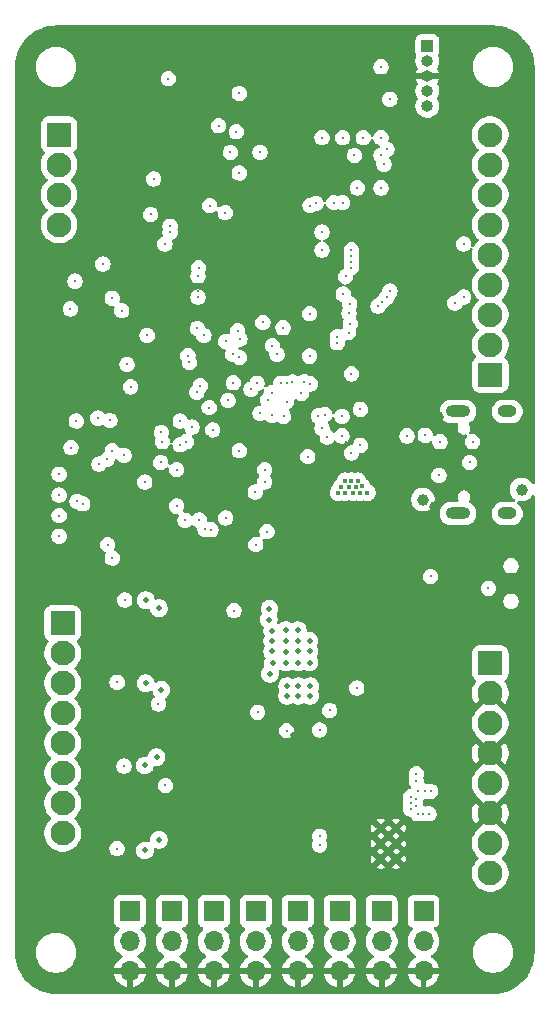
<source format=gbr>
%TF.GenerationSoftware,KiCad,Pcbnew,9.0.0*%
%TF.CreationDate,2025-04-29T15:48:10-04:00*%
%TF.ProjectId,Aurora Orbiton Edition,4175726f-7261-4204-9f72-6269746f6e20,rev?*%
%TF.SameCoordinates,Original*%
%TF.FileFunction,Copper,L3,Inr*%
%TF.FilePolarity,Positive*%
%FSLAX46Y46*%
G04 Gerber Fmt 4.6, Leading zero omitted, Abs format (unit mm)*
G04 Created by KiCad (PCBNEW 9.0.0) date 2025-04-29 15:48:10*
%MOMM*%
%LPD*%
G01*
G04 APERTURE LIST*
G04 Aperture macros list*
%AMRoundRect*
0 Rectangle with rounded corners*
0 $1 Rounding radius*
0 $2 $3 $4 $5 $6 $7 $8 $9 X,Y pos of 4 corners*
0 Add a 4 corners polygon primitive as box body*
4,1,4,$2,$3,$4,$5,$6,$7,$8,$9,$2,$3,0*
0 Add four circle primitives for the rounded corners*
1,1,$1+$1,$2,$3*
1,1,$1+$1,$4,$5*
1,1,$1+$1,$6,$7*
1,1,$1+$1,$8,$9*
0 Add four rect primitives between the rounded corners*
20,1,$1+$1,$2,$3,$4,$5,0*
20,1,$1+$1,$4,$5,$6,$7,0*
20,1,$1+$1,$6,$7,$8,$9,0*
20,1,$1+$1,$8,$9,$2,$3,0*%
G04 Aperture macros list end*
%TA.AperFunction,ComponentPad*%
%ADD10RoundRect,0.250001X-0.799999X0.799999X-0.799999X-0.799999X0.799999X-0.799999X0.799999X0.799999X0*%
%TD*%
%TA.AperFunction,ComponentPad*%
%ADD11C,2.100000*%
%TD*%
%TA.AperFunction,ComponentPad*%
%ADD12R,1.700000X1.700000*%
%TD*%
%TA.AperFunction,ComponentPad*%
%ADD13O,1.700000X1.700000*%
%TD*%
%TA.AperFunction,ComponentPad*%
%ADD14RoundRect,0.250001X0.799999X-0.799999X0.799999X0.799999X-0.799999X0.799999X-0.799999X-0.799999X0*%
%TD*%
%TA.AperFunction,ComponentPad*%
%ADD15R,1.000000X1.000000*%
%TD*%
%TA.AperFunction,ComponentPad*%
%ADD16O,1.000000X1.000000*%
%TD*%
%TA.AperFunction,HeatsinkPad*%
%ADD17O,2.100000X1.000000*%
%TD*%
%TA.AperFunction,HeatsinkPad*%
%ADD18O,1.600000X1.000000*%
%TD*%
%TA.AperFunction,ComponentPad*%
%ADD19C,0.630000*%
%TD*%
%TA.AperFunction,ViaPad*%
%ADD20C,0.400000*%
%TD*%
%TA.AperFunction,ViaPad*%
%ADD21C,0.300000*%
%TD*%
%TA.AperFunction,ViaPad*%
%ADD22C,1.000000*%
%TD*%
%TA.AperFunction,ViaPad*%
%ADD23C,0.500000*%
%TD*%
%TA.AperFunction,ViaPad*%
%ADD24C,1.500000*%
%TD*%
G04 APERTURE END LIST*
D10*
%TO.N,/PYRO1_V*%
%TO.C,J10*%
X129050000Y-99130000D03*
D11*
%TO.N,Net-(J10-Pin_2)*%
X129050000Y-101670000D03*
X129050000Y-104210000D03*
%TO.N,/PYRO2_V*%
X129050000Y-106750000D03*
%TO.N,/PYRO3_V*%
X129050000Y-109290000D03*
%TO.N,Net-(J10-Pin_6)*%
X129050000Y-111830000D03*
X129050000Y-114370000D03*
%TO.N,/PYRO4_V*%
X129050000Y-116910000D03*
%TD*%
D12*
%TO.N,/PWM7*%
%TO.C,M7*%
X156050000Y-123500000D03*
D13*
%TO.N,+8V*%
X156050000Y-126040000D03*
%TO.N,GND*%
X156050000Y-128580000D03*
%TD*%
D14*
%TO.N,/BREAK_SCK*%
%TO.C,J8*%
X165250000Y-78070000D03*
D11*
%TO.N,/BREAK_MISO*%
X165250000Y-75530000D03*
%TO.N,/BREAK_MOSI*%
X165250000Y-72990000D03*
%TO.N,/CS_BREAK1*%
X165250000Y-70450000D03*
%TO.N,/CS_BREAK2*%
X165250000Y-67910000D03*
%TO.N,/CS_BREAK3*%
X165250000Y-65370000D03*
%TO.N,/INT_BREAK1*%
X165250000Y-62830000D03*
%TO.N,/INT_BREAK2*%
X165250000Y-60290000D03*
%TO.N,/INT_BREAK3*%
X165250000Y-57750000D03*
%TD*%
D12*
%TO.N,/PWM2*%
%TO.C,M2*%
X138300000Y-123500000D03*
D13*
%TO.N,+8V*%
X138300000Y-126040000D03*
%TO.N,GND*%
X138300000Y-128580000D03*
%TD*%
D12*
%TO.N,/PWM4*%
%TO.C,M4*%
X145400000Y-123500000D03*
D13*
%TO.N,+8V*%
X145400000Y-126040000D03*
%TO.N,GND*%
X145400000Y-128580000D03*
%TD*%
D12*
%TO.N,/PWM5*%
%TO.C,M5*%
X148950000Y-123500000D03*
D13*
%TO.N,+8V*%
X148950000Y-126040000D03*
%TO.N,GND*%
X148950000Y-128580000D03*
%TD*%
D10*
%TO.N,/GPIO1*%
%TO.C,J4*%
X128750000Y-57750000D03*
D11*
%TO.N,/GPIO2*%
X128750000Y-60290000D03*
%TO.N,/GPIO3*%
X128750000Y-62830000D03*
%TO.N,/GPIO4*%
X128750000Y-65370000D03*
%TD*%
D12*
%TO.N,/PWM6*%
%TO.C,M6*%
X152500000Y-123500000D03*
D13*
%TO.N,+8V*%
X152500000Y-126040000D03*
%TO.N,GND*%
X152500000Y-128580000D03*
%TD*%
D15*
%TO.N,/SWCLK*%
%TO.C,J9*%
X159919076Y-50244481D03*
D16*
%TO.N,/SWDIO*%
X159919076Y-51514481D03*
%TO.N,GND*%
X159919076Y-52784481D03*
%TO.N,+3.3V*%
X159919076Y-54054481D03*
%TO.N,/BOOT0*%
X159919076Y-55324481D03*
%TD*%
D12*
%TO.N,/PWM3*%
%TO.C,M3*%
X141850000Y-123500000D03*
D13*
%TO.N,+8V*%
X141850000Y-126040000D03*
%TO.N,GND*%
X141850000Y-128580000D03*
%TD*%
D12*
%TO.N,/PWM1*%
%TO.C,M1*%
X134750000Y-123500000D03*
D13*
%TO.N,+8V*%
X134750000Y-126040000D03*
%TO.N,GND*%
X134750000Y-128580000D03*
%TD*%
D17*
%TO.N,Net-(J2-SHIELD)*%
%TO.C,J2*%
X162520000Y-89820000D03*
D18*
X166700000Y-89820000D03*
D17*
X162520000Y-81180000D03*
D18*
X166700000Y-81180000D03*
%TD*%
D12*
%TO.N,/PWM8*%
%TO.C,M8*%
X159600000Y-123500000D03*
D13*
%TO.N,+8V*%
X159600000Y-126040000D03*
%TO.N,GND*%
X159600000Y-128580000D03*
%TD*%
D10*
%TO.N,+BATT*%
%TO.C,J11*%
X165250000Y-102500000D03*
D11*
%TO.N,GND*%
X165250000Y-105040000D03*
%TO.N,+8V*%
X165250000Y-107580000D03*
%TO.N,GND*%
X165250000Y-110120000D03*
%TO.N,+3.3V*%
X165250000Y-112660000D03*
%TO.N,GND*%
X165250000Y-115200000D03*
%TO.N,/OUT1*%
X165250000Y-117740000D03*
%TO.N,/OUT2*%
X165250000Y-120280000D03*
%TD*%
D19*
%TO.N,GND*%
%TO.C,U8*%
X155976049Y-116471187D03*
X155976049Y-117771187D03*
X155976049Y-119071187D03*
X157276049Y-116471187D03*
X157276049Y-117771187D03*
X157276049Y-119071187D03*
%TD*%
D20*
%TO.N,+3.3V*%
X152950000Y-87050000D03*
X154400000Y-87500000D03*
D21*
X142850000Y-75250000D03*
X144000000Y-84500000D03*
X140500000Y-69700000D03*
X136500000Y-64500000D03*
X147200000Y-76350000D03*
X143250000Y-59250000D03*
D20*
X154050000Y-87050000D03*
D21*
X149800000Y-85000000D03*
D20*
X153500000Y-87050000D03*
X153650000Y-88050000D03*
X152650000Y-87550000D03*
D21*
X136200000Y-74750000D03*
X153500000Y-84700000D03*
D22*
X167900000Y-87800000D03*
D21*
X143050000Y-80250000D03*
X146150000Y-86100000D03*
X144000000Y-54250000D03*
X134501000Y-77200000D03*
X152300000Y-74850000D03*
X146150000Y-87150000D03*
D20*
X154850000Y-88050000D03*
X154200000Y-88050000D03*
D21*
X149250000Y-79650000D03*
X138000000Y-53000000D03*
X145350000Y-88000000D03*
X137500000Y-83750000D03*
X153500000Y-78000000D03*
D20*
X152350000Y-88050000D03*
X153250000Y-87550000D03*
D21*
X140700000Y-79000000D03*
X154250000Y-84050000D03*
X153350000Y-72050000D03*
D20*
X153850000Y-87550000D03*
D21*
X145750000Y-59250000D03*
D20*
X152950000Y-88050000D03*
D21*
X156000000Y-52000000D03*
X140550000Y-69000000D03*
X154250000Y-81000000D03*
X136750000Y-61500000D03*
X141750000Y-82750000D03*
X146750000Y-79600000D03*
X138700000Y-89200000D03*
X156750000Y-54750000D03*
X156000000Y-62250000D03*
D23*
%TO.N,GND*%
X156950000Y-101500000D03*
X128500000Y-95400000D03*
X149000000Y-106450000D03*
X128850000Y-120500000D03*
D20*
X148450000Y-92300000D03*
D21*
X127000000Y-88250000D03*
X161750000Y-92700000D03*
D22*
X160550000Y-89250000D03*
D21*
X164900000Y-92800000D03*
X157500000Y-56000000D03*
X145250000Y-85000000D03*
X141550000Y-119350000D03*
X141350000Y-84600000D03*
D23*
X128850000Y-122650000D03*
X156900000Y-100900000D03*
D21*
X148100000Y-111800000D03*
X157750000Y-109550000D03*
X133975000Y-75600000D03*
X151350000Y-111750000D03*
D23*
X128500000Y-93950000D03*
X129600000Y-120150000D03*
D21*
X143500000Y-66500000D03*
X139500000Y-59500000D03*
X141250000Y-61000000D03*
D23*
X130800000Y-95000000D03*
D21*
X128500000Y-79750000D03*
X145000000Y-54250000D03*
X157800000Y-108900000D03*
X166500000Y-86250000D03*
X162950000Y-109900000D03*
X138450000Y-98050000D03*
D23*
X148050000Y-106450000D03*
D21*
X143300000Y-103700000D03*
X160500000Y-105700000D03*
D23*
X129600000Y-121550000D03*
D24*
X133903000Y-106450000D03*
D21*
X155200000Y-81650000D03*
X159950000Y-105700000D03*
D23*
X130100000Y-96150000D03*
D21*
X157800000Y-106950000D03*
X142450000Y-102500000D03*
X136600000Y-80250000D03*
D23*
X128500000Y-96100000D03*
D21*
X133500000Y-53000000D03*
X138250000Y-115150000D03*
X149500000Y-54000000D03*
X160750000Y-94150000D03*
D20*
X148300000Y-92950000D03*
D21*
X141700000Y-113750000D03*
X151000000Y-56361500D03*
X159750000Y-81550000D03*
X162950000Y-109250000D03*
D23*
X130350000Y-120450000D03*
X129350000Y-95000000D03*
D21*
X141750000Y-106500000D03*
X151550000Y-115000000D03*
X146700000Y-83650000D03*
X157800000Y-105650000D03*
D23*
X130800000Y-94250000D03*
X128850000Y-121900000D03*
D21*
X127000000Y-91750000D03*
X160500000Y-106300000D03*
D20*
X146950000Y-93000000D03*
D21*
X138550000Y-105100000D03*
X138250000Y-108200000D03*
D24*
X131750000Y-112800000D03*
D21*
X140450000Y-72750000D03*
X161750000Y-92050000D03*
X157800000Y-108300000D03*
X127000000Y-90000000D03*
D20*
X147600000Y-93000000D03*
D21*
X138400000Y-94050000D03*
X162800000Y-112900000D03*
D24*
X135000000Y-120700000D03*
D21*
X158200000Y-81475000D03*
D23*
X128500000Y-94700000D03*
D21*
X139950000Y-78400000D03*
X152750000Y-56361500D03*
X162150000Y-109900000D03*
X143250000Y-82500000D03*
X143250000Y-110750000D03*
X162150000Y-110700000D03*
D23*
X128150000Y-121500000D03*
D21*
X161750000Y-91150000D03*
X157800000Y-107650000D03*
X149750000Y-83000000D03*
X149750000Y-111800000D03*
X137750000Y-59500000D03*
D20*
X149000000Y-92900000D03*
D21*
X146450000Y-111800000D03*
X150750000Y-79500000D03*
X163300000Y-105700000D03*
X143200000Y-117800000D03*
D23*
X129600000Y-120800000D03*
D20*
X149750000Y-92900000D03*
D21*
X162800000Y-113600000D03*
X160500000Y-105100000D03*
X143350000Y-96600000D03*
X149400000Y-88100000D03*
D20*
X147600000Y-93650000D03*
D21*
X135250000Y-83000000D03*
D23*
X128850000Y-119800000D03*
D21*
X153000000Y-65500000D03*
X162800000Y-114200000D03*
X161150000Y-109900000D03*
X143600000Y-104400000D03*
X156750000Y-63000000D03*
X159950000Y-106300000D03*
X138600000Y-112300000D03*
D23*
X130050000Y-94650000D03*
X130100000Y-95450000D03*
D22*
X160850000Y-81650000D03*
D21*
X161750000Y-91650000D03*
D20*
X148400000Y-91750000D03*
D21*
X160500000Y-106900000D03*
X157800000Y-106300000D03*
X161150000Y-109250000D03*
X140500000Y-70950000D03*
X155000000Y-78000000D03*
X141850000Y-98150000D03*
D23*
X149900000Y-106450000D03*
D21*
X153200000Y-111700000D03*
X158050000Y-111650000D03*
X152050000Y-76500000D03*
X134750000Y-74000000D03*
X163200000Y-95950000D03*
X161300000Y-94150000D03*
D23*
X129650000Y-122350000D03*
D21*
X160700000Y-92500000D03*
X133600000Y-76450000D03*
X153000000Y-83750000D03*
D20*
X148250000Y-93650000D03*
D21*
X161750000Y-93800000D03*
D23*
X128150000Y-122250000D03*
D21*
X161750000Y-93300000D03*
X155750000Y-63750000D03*
X141300000Y-82200000D03*
D23*
X130350000Y-121200000D03*
D21*
X162050000Y-95350000D03*
D23*
X148550000Y-108600000D03*
D21*
X161150000Y-110700000D03*
D23*
X130850000Y-95750000D03*
X128150000Y-120100000D03*
X130050000Y-93900000D03*
D21*
X161250000Y-92500000D03*
D23*
X130350000Y-121950000D03*
X128850000Y-121150000D03*
D21*
X138350000Y-101100000D03*
D23*
X129350000Y-93650000D03*
D21*
X149700000Y-87250000D03*
D23*
X129350000Y-94300000D03*
X128150000Y-120800000D03*
D21*
X162150000Y-109250000D03*
D23*
X156250000Y-101500000D03*
D20*
X147000000Y-93650000D03*
D21*
X136100000Y-66500000D03*
X157350000Y-111650000D03*
X136450000Y-63300000D03*
X162800000Y-112300000D03*
X159950000Y-105100000D03*
D24*
X131750000Y-102250000D03*
D21*
X141350000Y-83250000D03*
X142550000Y-72250000D03*
X142500000Y-59000000D03*
X138650000Y-119400000D03*
X142850000Y-74250000D03*
X134300000Y-69850000D03*
X163300000Y-105100000D03*
X127000000Y-86500000D03*
D23*
X156250000Y-100900000D03*
D21*
X142750000Y-99500000D03*
X154400000Y-79650000D03*
X154500000Y-56361500D03*
D23*
X129350000Y-96500000D03*
D21*
X131150000Y-83950000D03*
X159950000Y-106900000D03*
D23*
X129350000Y-95800000D03*
D21*
%TO.N,/LOAD*%
X140400000Y-79550000D03*
X142850000Y-90200000D03*
X145550000Y-106650000D03*
D23*
%TO.N,+8V*%
X146850000Y-102500000D03*
X146800000Y-100600000D03*
X148950000Y-101500000D03*
D21*
X159100000Y-115250000D03*
X146350000Y-91350000D03*
X159000000Y-112500000D03*
X159000000Y-111850000D03*
D23*
X136000000Y-118350000D03*
X147950000Y-102450000D03*
D21*
X160050000Y-115250000D03*
D23*
X137400000Y-104750000D03*
D21*
X158500000Y-114300000D03*
D23*
X149950000Y-102450000D03*
X149950000Y-100600000D03*
X146500000Y-98800000D03*
D21*
X158500000Y-113800000D03*
X158500000Y-114850000D03*
D23*
X136075000Y-97150000D03*
X148950000Y-99700000D03*
X146800000Y-99750000D03*
X137200000Y-97850000D03*
X136075000Y-104200000D03*
X147950000Y-101550000D03*
X137000000Y-110450000D03*
D21*
X159700000Y-113350000D03*
D23*
X146800000Y-101500000D03*
X149000000Y-102450000D03*
D21*
X158950000Y-114600000D03*
D23*
X147950000Y-100650000D03*
X147950000Y-99700000D03*
X137200000Y-117450000D03*
X136000000Y-111150000D03*
D21*
X159550000Y-115250000D03*
X159150000Y-113350000D03*
D23*
X146550000Y-97900000D03*
D21*
X158950000Y-114000000D03*
X146000000Y-73650000D03*
D23*
X149950000Y-101500000D03*
D21*
X160200000Y-113350000D03*
D23*
X146600000Y-103400000D03*
X149000000Y-100600000D03*
D21*
%TO.N,/NRST*%
X130200000Y-82000000D03*
X129750000Y-84250000D03*
%TO.N,/PWM1*%
X147500000Y-78800000D03*
%TO.N,/PWM2*%
X148500000Y-78700000D03*
%TO.N,/PWM3*%
X149500000Y-78650000D03*
%TO.N,/PWM4*%
X150000000Y-78850000D03*
%TO.N,/PWM5*%
X155750000Y-72250000D03*
%TO.N,/PWM6*%
X156125000Y-71875000D03*
%TO.N,/PWM7*%
X156500000Y-71500000D03*
%TO.N,/PWM8*%
X156750000Y-71000000D03*
%TO.N,/BOOT0*%
X144000000Y-61000000D03*
%TO.N,/GPS_SCL*%
X142250000Y-57000000D03*
X143750000Y-57500000D03*
%TO.N,/CS_BMP*%
X152700000Y-81600000D03*
X152700000Y-83250000D03*
%TO.N,/CS_FLASH*%
X144000000Y-76600000D03*
X153400000Y-73750000D03*
X144050000Y-75050000D03*
%TO.N,/CS_SD*%
X153300000Y-72850000D03*
X149950000Y-76500000D03*
X149950000Y-72900000D03*
%TO.N,/PY1_CONT*%
X134300000Y-97150000D03*
X133250000Y-93600000D03*
%TO.N,/PY2_CONT*%
X132850000Y-92450000D03*
X133662500Y-104112500D03*
%TO.N,/PY1_EN*%
X143550000Y-98050000D03*
X137700000Y-67000000D03*
X134250000Y-84900000D03*
X132450000Y-68700000D03*
X145400000Y-92450000D03*
X130100000Y-70150000D03*
%TO.N,Net-(D11-A)*%
X154500000Y-58000000D03*
D23*
%TO.N,Net-(IC1-IN_1)*%
X148050000Y-104450000D03*
X150000000Y-104450000D03*
X149000000Y-105250000D03*
X149000000Y-104450000D03*
X150000000Y-105250000D03*
X148050000Y-105250000D03*
D21*
%TO.N,/PY2_EN*%
X133250000Y-71600000D03*
X137150000Y-105950000D03*
X129700000Y-72500000D03*
X132800000Y-85250000D03*
X136000000Y-87150000D03*
X134050000Y-72650000D03*
%TO.N,Net-(SW1-A)*%
X153950000Y-104600000D03*
%TO.N,VBUS*%
X160200000Y-95150000D03*
D22*
X159550000Y-88650000D03*
D21*
%TO.N,/PY1_LED*%
X132125000Y-85625000D03*
%TO.N,Net-(D5-A)*%
X128750000Y-86500000D03*
%TO.N,/PY2_LED*%
X142810002Y-64350000D03*
X141500000Y-63750000D03*
X133250000Y-84500000D03*
%TO.N,/PY3_LED*%
X130750000Y-89000000D03*
X141000000Y-74750000D03*
X139770869Y-77020869D03*
%TO.N,Net-(D6-A)*%
X128750000Y-88250000D03*
%TO.N,Net-(D7-A)*%
X128750000Y-90000000D03*
%TO.N,/PY4_LED*%
X130269000Y-88800763D03*
X140450000Y-74150000D03*
X139650000Y-76450000D03*
%TO.N,/PY3_CONT*%
X132025000Y-81750000D03*
X134250000Y-111200000D03*
%TO.N,/PY4_CONT*%
X133042032Y-81942032D03*
X133650000Y-118200000D03*
%TO.N,/PY3_EN*%
X134800000Y-79100000D03*
X137750000Y-112850000D03*
%TO.N,/PY4_EN*%
X140619000Y-90381000D03*
X139400000Y-90400000D03*
%TO.N,Net-(D8-A)*%
X128750000Y-91750000D03*
%TO.N,/LED_R*%
X152000000Y-63500000D03*
%TO.N,/LED_G*%
X152750000Y-63500000D03*
%TO.N,Net-(D9-A)*%
X151000000Y-58000000D03*
%TO.N,Net-(D10-A)*%
X152750000Y-58000000D03*
%TO.N,/LED_B*%
X154000000Y-62250000D03*
%TO.N,/BUZZER*%
X153000000Y-69750000D03*
%TO.N,/INT_BREAK3*%
X156000000Y-58000000D03*
%TO.N,/GPIO2*%
X153500000Y-68000000D03*
%TO.N,/BREAK_MISO*%
X151000000Y-66000000D03*
%TO.N,/DATA_SCK*%
X152300000Y-75365000D03*
%TO.N,/SENS_MISO*%
X139000000Y-84000000D03*
X151000000Y-82600000D03*
X146754838Y-81504838D03*
X139000000Y-82000000D03*
X150700000Y-81549998D03*
%TO.N,/DATA_MOSI*%
X147700000Y-74095000D03*
X153250000Y-74500000D03*
X146800000Y-75600000D03*
%TO.N,Net-(IC1-OVLO)*%
X148000000Y-108200000D03*
X150800000Y-108150000D03*
%TO.N,/CS_BREAK3*%
X156000000Y-59500000D03*
%TO.N,/BREAK_MOSI*%
X151000000Y-67500000D03*
X162250000Y-72000000D03*
%TO.N,/CS_BREAK2*%
X150500000Y-63569763D03*
%TO.N,/INT_BREAK2*%
X153750000Y-59500000D03*
%TO.N,/CS_BREAK1*%
X150000000Y-63750000D03*
%TO.N,/GPIO1*%
X153500000Y-67500000D03*
%TO.N,/INT_IMU_G*%
X140000000Y-82500000D03*
X145500000Y-78800000D03*
%TO.N,/INT_IMU_A*%
X141450000Y-80850000D03*
X145000000Y-79300000D03*
%TO.N,/INT_BMP*%
X148000000Y-78800000D03*
X151450000Y-83350000D03*
X151450000Y-83350000D03*
X151250000Y-81450000D03*
X148000000Y-80350000D03*
%TO.N,/GPIO4*%
X153500000Y-69000000D03*
%TO.N,/GPIO3*%
X153500000Y-68500000D03*
%TO.N,/DATA_MISO*%
X143859881Y-74359881D03*
X143450000Y-76350000D03*
X152800000Y-71250000D03*
%TO.N,/SENS_MOSI*%
X139500000Y-83750000D03*
X143500000Y-78750000D03*
X138700000Y-86100000D03*
X147750000Y-81600000D03*
%TO.N,/USB_M*%
X163750000Y-83750000D03*
X163500000Y-85500000D03*
%TO.N,/DC_IN1*%
X141600000Y-91200000D03*
X138150000Y-66000000D03*
X150800000Y-117150000D03*
%TO.N,/INT_BREAK1*%
X156500000Y-59000000D03*
%TO.N,/BREAK_SCK*%
X163000000Y-67000000D03*
X163000000Y-71500000D03*
X156250000Y-60250000D03*
%TO.N,/INT_HIG*%
X145750000Y-81350000D03*
X146400000Y-80200000D03*
%TO.N,/SENS_SCK*%
X137400000Y-82950000D03*
X137350000Y-85500000D03*
%TO.N,/DC_IN2*%
X150800000Y-117900000D03*
X138150000Y-65500000D03*
X141100000Y-91150000D03*
%TO.N,Net-(J2-CC1)*%
X160900000Y-86600000D03*
X158200000Y-83250000D03*
%TO.N,Net-(J2-CC2)*%
X161000000Y-83750000D03*
X159750000Y-83200000D03*
%TO.N,/VBAT_MEASURED*%
X140500000Y-71500000D03*
%TO.N,/EN*%
X165100000Y-96150000D03*
X151650000Y-106500000D03*
%TD*%
%TA.AperFunction,Conductor*%
%TO.N,GND*%
G36*
X165503032Y-48500648D02*
G01*
X165806846Y-48515574D01*
X165813661Y-48516099D01*
X165882848Y-48523371D01*
X165887986Y-48524022D01*
X166153502Y-48563408D01*
X166161000Y-48564760D01*
X166223686Y-48578084D01*
X166227890Y-48579056D01*
X166494442Y-48645824D01*
X166502604Y-48648170D01*
X166553306Y-48664644D01*
X166556660Y-48665788D01*
X166826065Y-48762184D01*
X166834686Y-48765639D01*
X166865509Y-48779362D01*
X166868053Y-48780530D01*
X167144156Y-48911117D01*
X167154876Y-48916847D01*
X167283431Y-48993900D01*
X167438988Y-49087137D01*
X167449103Y-49093895D01*
X167660112Y-49250390D01*
X167715170Y-49291224D01*
X167724576Y-49298944D01*
X167970013Y-49521395D01*
X167978604Y-49529986D01*
X168129622Y-49696609D01*
X168201055Y-49775423D01*
X168208775Y-49784829D01*
X168406102Y-50050893D01*
X168412862Y-50061011D01*
X168583144Y-50345110D01*
X168588881Y-50355842D01*
X168719468Y-50631945D01*
X168720652Y-50634525D01*
X168734349Y-50665288D01*
X168737821Y-50673950D01*
X168834185Y-50943267D01*
X168835365Y-50946725D01*
X168851827Y-50997391D01*
X168854180Y-51005578D01*
X168920926Y-51272042D01*
X168921932Y-51276391D01*
X168935229Y-51338948D01*
X168936597Y-51346535D01*
X168975970Y-51611968D01*
X168976633Y-51617201D01*
X168983896Y-51686305D01*
X168984426Y-51693181D01*
X168999351Y-51996967D01*
X168999500Y-52003052D01*
X168999500Y-87235891D01*
X168979815Y-87302930D01*
X168927011Y-87348685D01*
X168857853Y-87358629D01*
X168794297Y-87329604D01*
X168772398Y-87304782D01*
X168677139Y-87162218D01*
X168677136Y-87162214D01*
X168537785Y-87022863D01*
X168537781Y-87022860D01*
X168373920Y-86913371D01*
X168373907Y-86913364D01*
X168191839Y-86837950D01*
X168191829Y-86837947D01*
X167998543Y-86799500D01*
X167998541Y-86799500D01*
X167801459Y-86799500D01*
X167801457Y-86799500D01*
X167608170Y-86837947D01*
X167608160Y-86837950D01*
X167426092Y-86913364D01*
X167426079Y-86913371D01*
X167262218Y-87022860D01*
X167262214Y-87022863D01*
X167122863Y-87162214D01*
X167122860Y-87162218D01*
X167013371Y-87326079D01*
X167013364Y-87326092D01*
X166937950Y-87508160D01*
X166937947Y-87508170D01*
X166899500Y-87701456D01*
X166899500Y-87701459D01*
X166899500Y-87898541D01*
X166899500Y-87898543D01*
X166899499Y-87898543D01*
X166937947Y-88091829D01*
X166937950Y-88091839D01*
X167013364Y-88273907D01*
X167013371Y-88273920D01*
X167122860Y-88437781D01*
X167122863Y-88437785D01*
X167262215Y-88577137D01*
X167262218Y-88577139D01*
X167329735Y-88622252D01*
X167374539Y-88675863D01*
X167383247Y-88745188D01*
X167353093Y-88808216D01*
X167293650Y-88844935D01*
X167236653Y-88846971D01*
X167098545Y-88819500D01*
X167098541Y-88819500D01*
X166301459Y-88819500D01*
X166301457Y-88819500D01*
X166108170Y-88857947D01*
X166108160Y-88857950D01*
X165926092Y-88933364D01*
X165926079Y-88933371D01*
X165762218Y-89042860D01*
X165762214Y-89042863D01*
X165622863Y-89182214D01*
X165622860Y-89182218D01*
X165513371Y-89346079D01*
X165513364Y-89346092D01*
X165437950Y-89528160D01*
X165437947Y-89528170D01*
X165399500Y-89721456D01*
X165399500Y-89721459D01*
X165399500Y-89918541D01*
X165399500Y-89918543D01*
X165399499Y-89918543D01*
X165437947Y-90111829D01*
X165437950Y-90111839D01*
X165513364Y-90293907D01*
X165513371Y-90293920D01*
X165622860Y-90457781D01*
X165622863Y-90457785D01*
X165762214Y-90597136D01*
X165762218Y-90597139D01*
X165926079Y-90706628D01*
X165926092Y-90706635D01*
X166102849Y-90779849D01*
X166108165Y-90782051D01*
X166108169Y-90782051D01*
X166108170Y-90782052D01*
X166301456Y-90820500D01*
X166301459Y-90820500D01*
X167098543Y-90820500D01*
X167234614Y-90793433D01*
X167291835Y-90782051D01*
X167473914Y-90706632D01*
X167637782Y-90597139D01*
X167777139Y-90457782D01*
X167886632Y-90293914D01*
X167962051Y-90111835D01*
X167982257Y-90010255D01*
X168000500Y-89918543D01*
X168000500Y-89721456D01*
X167962052Y-89528170D01*
X167962051Y-89528169D01*
X167962051Y-89528165D01*
X167948200Y-89494726D01*
X167886635Y-89346092D01*
X167886628Y-89346079D01*
X167777139Y-89182218D01*
X167777136Y-89182214D01*
X167637784Y-89042862D01*
X167605953Y-89021593D01*
X167570264Y-88997747D01*
X167525459Y-88944135D01*
X167516752Y-88874811D01*
X167546906Y-88811783D01*
X167606349Y-88775063D01*
X167663346Y-88773028D01*
X167801454Y-88800499D01*
X167801457Y-88800500D01*
X167801459Y-88800500D01*
X167998543Y-88800500D01*
X168128582Y-88774632D01*
X168191835Y-88762051D01*
X168354378Y-88694724D01*
X168373907Y-88686635D01*
X168373907Y-88686634D01*
X168373914Y-88686632D01*
X168537782Y-88577139D01*
X168677139Y-88437782D01*
X168711676Y-88386094D01*
X168772398Y-88295217D01*
X168826010Y-88250412D01*
X168895335Y-88241705D01*
X168958362Y-88271859D01*
X168995082Y-88331302D01*
X168999500Y-88364108D01*
X168999500Y-126996947D01*
X168999351Y-127003032D01*
X168984426Y-127306817D01*
X168983896Y-127313693D01*
X168976633Y-127382797D01*
X168975970Y-127388030D01*
X168936597Y-127653463D01*
X168935229Y-127661050D01*
X168921932Y-127723607D01*
X168920926Y-127727956D01*
X168854180Y-127994420D01*
X168851827Y-128002607D01*
X168835365Y-128053273D01*
X168834185Y-128056731D01*
X168737821Y-128326048D01*
X168734349Y-128334710D01*
X168720652Y-128365473D01*
X168719468Y-128368053D01*
X168588882Y-128644153D01*
X168583146Y-128654884D01*
X168412861Y-128938990D01*
X168406100Y-128949109D01*
X168208775Y-129215170D01*
X168201055Y-129224576D01*
X167978611Y-129470006D01*
X167970006Y-129478611D01*
X167724576Y-129701055D01*
X167715170Y-129708775D01*
X167449109Y-129906100D01*
X167438990Y-129912861D01*
X167154884Y-130083146D01*
X167144153Y-130088882D01*
X166868053Y-130219468D01*
X166865473Y-130220652D01*
X166834710Y-130234349D01*
X166826048Y-130237821D01*
X166556731Y-130334185D01*
X166553273Y-130335365D01*
X166502607Y-130351827D01*
X166494420Y-130354180D01*
X166227956Y-130420926D01*
X166223607Y-130421932D01*
X166161050Y-130435229D01*
X166153463Y-130436597D01*
X165888030Y-130475970D01*
X165882797Y-130476633D01*
X165813693Y-130483896D01*
X165806817Y-130484426D01*
X165503033Y-130499351D01*
X165496948Y-130499500D01*
X128503052Y-130499500D01*
X128496967Y-130499351D01*
X128193181Y-130484426D01*
X128186305Y-130483896D01*
X128117201Y-130476633D01*
X128111968Y-130475970D01*
X127846535Y-130436597D01*
X127838948Y-130435229D01*
X127776391Y-130421932D01*
X127772042Y-130420926D01*
X127505578Y-130354180D01*
X127497391Y-130351827D01*
X127446725Y-130335365D01*
X127443267Y-130334185D01*
X127173950Y-130237821D01*
X127165288Y-130234349D01*
X127134525Y-130220652D01*
X127131945Y-130219468D01*
X126855842Y-130088881D01*
X126845110Y-130083144D01*
X126561011Y-129912862D01*
X126550893Y-129906102D01*
X126284829Y-129708775D01*
X126275423Y-129701055D01*
X126174658Y-129609727D01*
X126029986Y-129478604D01*
X126021395Y-129470013D01*
X125798944Y-129224576D01*
X125791224Y-129215170D01*
X125593897Y-128949106D01*
X125587137Y-128938988D01*
X125416847Y-128654876D01*
X125411117Y-128644156D01*
X125280530Y-128368053D01*
X125279346Y-128365473D01*
X125265639Y-128334686D01*
X125262184Y-128326065D01*
X125165788Y-128056660D01*
X125164644Y-128053306D01*
X125148170Y-128002604D01*
X125145824Y-127994442D01*
X125079056Y-127727890D01*
X125078084Y-127723686D01*
X125064760Y-127661000D01*
X125063408Y-127653502D01*
X125024022Y-127387986D01*
X125023371Y-127382848D01*
X125016099Y-127313661D01*
X125015574Y-127306846D01*
X125000649Y-127003032D01*
X125000500Y-126996948D01*
X125000500Y-126888549D01*
X126799500Y-126888549D01*
X126799500Y-127111450D01*
X126799501Y-127111466D01*
X126828594Y-127332452D01*
X126828595Y-127332457D01*
X126828596Y-127332463D01*
X126886290Y-127547780D01*
X126886293Y-127547790D01*
X126971593Y-127753722D01*
X126971595Y-127753726D01*
X127083052Y-127946774D01*
X127083057Y-127946780D01*
X127083058Y-127946782D01*
X127218751Y-128123622D01*
X127218757Y-128123629D01*
X127376370Y-128281242D01*
X127376377Y-128281248D01*
X127486142Y-128365473D01*
X127553226Y-128416948D01*
X127746274Y-128528405D01*
X127952219Y-128613710D01*
X128167537Y-128671404D01*
X128388543Y-128700500D01*
X128388550Y-128700500D01*
X128611450Y-128700500D01*
X128611457Y-128700500D01*
X128832463Y-128671404D01*
X129047781Y-128613710D01*
X129253726Y-128528405D01*
X129446774Y-128416948D01*
X129623624Y-128281247D01*
X129781247Y-128123624D01*
X129916948Y-127946774D01*
X130028405Y-127753726D01*
X130113710Y-127547781D01*
X130171404Y-127332463D01*
X130200500Y-127111457D01*
X130200500Y-126888543D01*
X130171404Y-126667537D01*
X130113710Y-126452219D01*
X130028405Y-126246274D01*
X129916948Y-126053226D01*
X129781247Y-125876376D01*
X129781242Y-125876370D01*
X129623629Y-125718757D01*
X129623622Y-125718751D01*
X129446782Y-125583058D01*
X129446780Y-125583057D01*
X129446774Y-125583052D01*
X129253726Y-125471595D01*
X129253722Y-125471593D01*
X129047790Y-125386293D01*
X129047783Y-125386291D01*
X129047781Y-125386290D01*
X128832463Y-125328596D01*
X128832457Y-125328595D01*
X128832452Y-125328594D01*
X128611466Y-125299501D01*
X128611463Y-125299500D01*
X128611457Y-125299500D01*
X128388543Y-125299500D01*
X128388537Y-125299500D01*
X128388533Y-125299501D01*
X128167547Y-125328594D01*
X128167540Y-125328595D01*
X128167537Y-125328596D01*
X127952219Y-125386290D01*
X127952209Y-125386293D01*
X127746277Y-125471593D01*
X127746273Y-125471595D01*
X127553226Y-125583052D01*
X127553217Y-125583058D01*
X127376377Y-125718751D01*
X127376370Y-125718757D01*
X127218757Y-125876370D01*
X127218751Y-125876377D01*
X127083058Y-126053217D01*
X127083052Y-126053226D01*
X126971595Y-126246273D01*
X126971593Y-126246277D01*
X126886293Y-126452209D01*
X126886290Y-126452219D01*
X126828597Y-126667534D01*
X126828594Y-126667547D01*
X126799501Y-126888533D01*
X126799500Y-126888549D01*
X125000500Y-126888549D01*
X125000500Y-122602135D01*
X133399500Y-122602135D01*
X133399500Y-124397870D01*
X133399501Y-124397876D01*
X133405908Y-124457483D01*
X133456202Y-124592328D01*
X133456206Y-124592335D01*
X133542452Y-124707544D01*
X133542455Y-124707547D01*
X133657664Y-124793793D01*
X133657671Y-124793797D01*
X133789082Y-124842810D01*
X133845016Y-124884681D01*
X133869433Y-124950145D01*
X133854582Y-125018418D01*
X133833431Y-125046673D01*
X133719889Y-125160215D01*
X133594951Y-125332179D01*
X133498444Y-125521585D01*
X133432753Y-125723760D01*
X133408582Y-125876370D01*
X133399500Y-125933713D01*
X133399500Y-126146287D01*
X133432754Y-126356243D01*
X133463935Y-126452209D01*
X133498444Y-126558414D01*
X133594951Y-126747820D01*
X133719890Y-126919786D01*
X133870213Y-127070109D01*
X134042179Y-127195048D01*
X134042181Y-127195049D01*
X134042184Y-127195051D01*
X134051493Y-127199794D01*
X134102290Y-127247766D01*
X134119087Y-127315587D01*
X134096552Y-127381722D01*
X134051502Y-127420762D01*
X134042443Y-127425378D01*
X133870540Y-127550272D01*
X133870535Y-127550276D01*
X133720276Y-127700535D01*
X133720272Y-127700540D01*
X133595379Y-127872442D01*
X133498904Y-128061782D01*
X133433242Y-128263870D01*
X133433242Y-128263873D01*
X133422769Y-128330000D01*
X134316988Y-128330000D01*
X134284075Y-128387007D01*
X134250000Y-128514174D01*
X134250000Y-128645826D01*
X134284075Y-128772993D01*
X134316988Y-128830000D01*
X133422769Y-128830000D01*
X133433242Y-128896126D01*
X133433242Y-128896129D01*
X133498904Y-129098217D01*
X133595379Y-129287557D01*
X133720272Y-129459459D01*
X133720276Y-129459464D01*
X133870535Y-129609723D01*
X133870540Y-129609727D01*
X134042442Y-129734620D01*
X134231782Y-129831095D01*
X134433871Y-129896757D01*
X134500000Y-129907231D01*
X134500000Y-129013012D01*
X134557007Y-129045925D01*
X134684174Y-129080000D01*
X134815826Y-129080000D01*
X134942993Y-129045925D01*
X135000000Y-129013012D01*
X135000000Y-129907230D01*
X135066126Y-129896757D01*
X135066129Y-129896757D01*
X135268217Y-129831095D01*
X135457557Y-129734620D01*
X135629459Y-129609727D01*
X135629464Y-129609723D01*
X135779723Y-129459464D01*
X135779727Y-129459459D01*
X135904620Y-129287557D01*
X136001095Y-129098217D01*
X136066757Y-128896129D01*
X136066757Y-128896126D01*
X136077231Y-128830000D01*
X135183012Y-128830000D01*
X135215925Y-128772993D01*
X135250000Y-128645826D01*
X135250000Y-128514174D01*
X135215925Y-128387007D01*
X135183012Y-128330000D01*
X136077231Y-128330000D01*
X136066757Y-128263873D01*
X136066757Y-128263870D01*
X136001095Y-128061782D01*
X135904620Y-127872442D01*
X135779727Y-127700540D01*
X135779723Y-127700535D01*
X135629464Y-127550276D01*
X135629459Y-127550272D01*
X135457555Y-127425377D01*
X135448500Y-127420763D01*
X135397706Y-127372788D01*
X135380912Y-127304966D01*
X135403451Y-127238832D01*
X135448508Y-127199793D01*
X135457816Y-127195051D01*
X135572884Y-127111450D01*
X135629786Y-127070109D01*
X135629788Y-127070106D01*
X135629792Y-127070104D01*
X135780104Y-126919792D01*
X135780106Y-126919788D01*
X135780109Y-126919786D01*
X135905048Y-126747820D01*
X135905049Y-126747819D01*
X135905051Y-126747816D01*
X136001557Y-126558412D01*
X136067246Y-126356243D01*
X136100500Y-126146287D01*
X136100500Y-125933713D01*
X136067246Y-125723757D01*
X136001557Y-125521588D01*
X135905051Y-125332184D01*
X135905049Y-125332181D01*
X135905048Y-125332179D01*
X135780109Y-125160213D01*
X135666569Y-125046673D01*
X135633084Y-124985350D01*
X135638068Y-124915658D01*
X135679940Y-124859725D01*
X135710915Y-124842810D01*
X135842331Y-124793796D01*
X135957546Y-124707546D01*
X136043796Y-124592331D01*
X136094091Y-124457483D01*
X136100500Y-124397873D01*
X136100499Y-122602135D01*
X136949500Y-122602135D01*
X136949500Y-124397870D01*
X136949501Y-124397876D01*
X136955908Y-124457483D01*
X137006202Y-124592328D01*
X137006206Y-124592335D01*
X137092452Y-124707544D01*
X137092455Y-124707547D01*
X137207664Y-124793793D01*
X137207671Y-124793797D01*
X137339082Y-124842810D01*
X137395016Y-124884681D01*
X137419433Y-124950145D01*
X137404582Y-125018418D01*
X137383431Y-125046673D01*
X137269889Y-125160215D01*
X137144951Y-125332179D01*
X137048444Y-125521585D01*
X136982753Y-125723760D01*
X136958582Y-125876370D01*
X136949500Y-125933713D01*
X136949500Y-126146287D01*
X136982754Y-126356243D01*
X137013935Y-126452209D01*
X137048444Y-126558414D01*
X137144951Y-126747820D01*
X137269890Y-126919786D01*
X137420213Y-127070109D01*
X137592179Y-127195048D01*
X137592181Y-127195049D01*
X137592184Y-127195051D01*
X137601493Y-127199794D01*
X137652290Y-127247766D01*
X137669087Y-127315587D01*
X137646552Y-127381722D01*
X137601502Y-127420762D01*
X137592443Y-127425378D01*
X137420540Y-127550272D01*
X137420535Y-127550276D01*
X137270276Y-127700535D01*
X137270272Y-127700540D01*
X137145379Y-127872442D01*
X137048904Y-128061782D01*
X136983242Y-128263870D01*
X136983242Y-128263873D01*
X136972769Y-128330000D01*
X137866988Y-128330000D01*
X137834075Y-128387007D01*
X137800000Y-128514174D01*
X137800000Y-128645826D01*
X137834075Y-128772993D01*
X137866988Y-128830000D01*
X136972769Y-128830000D01*
X136983242Y-128896126D01*
X136983242Y-128896129D01*
X137048904Y-129098217D01*
X137145379Y-129287557D01*
X137270272Y-129459459D01*
X137270276Y-129459464D01*
X137420535Y-129609723D01*
X137420540Y-129609727D01*
X137592442Y-129734620D01*
X137781782Y-129831095D01*
X137983871Y-129896757D01*
X138050000Y-129907231D01*
X138050000Y-129013012D01*
X138107007Y-129045925D01*
X138234174Y-129080000D01*
X138365826Y-129080000D01*
X138492993Y-129045925D01*
X138550000Y-129013012D01*
X138550000Y-129907230D01*
X138616126Y-129896757D01*
X138616129Y-129896757D01*
X138818217Y-129831095D01*
X139007557Y-129734620D01*
X139179459Y-129609727D01*
X139179464Y-129609723D01*
X139329723Y-129459464D01*
X139329727Y-129459459D01*
X139454620Y-129287557D01*
X139551095Y-129098217D01*
X139616757Y-128896129D01*
X139616757Y-128896126D01*
X139627231Y-128830000D01*
X138733012Y-128830000D01*
X138765925Y-128772993D01*
X138800000Y-128645826D01*
X138800000Y-128514174D01*
X138765925Y-128387007D01*
X138733012Y-128330000D01*
X139627231Y-128330000D01*
X139616757Y-128263873D01*
X139616757Y-128263870D01*
X139551095Y-128061782D01*
X139454620Y-127872442D01*
X139329727Y-127700540D01*
X139329723Y-127700535D01*
X139179464Y-127550276D01*
X139179459Y-127550272D01*
X139007555Y-127425377D01*
X138998500Y-127420763D01*
X138947706Y-127372788D01*
X138930912Y-127304966D01*
X138953451Y-127238832D01*
X138998508Y-127199793D01*
X139007816Y-127195051D01*
X139122884Y-127111450D01*
X139179786Y-127070109D01*
X139179788Y-127070106D01*
X139179792Y-127070104D01*
X139330104Y-126919792D01*
X139330106Y-126919788D01*
X139330109Y-126919786D01*
X139455048Y-126747820D01*
X139455049Y-126747819D01*
X139455051Y-126747816D01*
X139551557Y-126558412D01*
X139617246Y-126356243D01*
X139650500Y-126146287D01*
X139650500Y-125933713D01*
X139617246Y-125723757D01*
X139551557Y-125521588D01*
X139455051Y-125332184D01*
X139455049Y-125332181D01*
X139455048Y-125332179D01*
X139330109Y-125160213D01*
X139216569Y-125046673D01*
X139183084Y-124985350D01*
X139188068Y-124915658D01*
X139229940Y-124859725D01*
X139260915Y-124842810D01*
X139392331Y-124793796D01*
X139507546Y-124707546D01*
X139593796Y-124592331D01*
X139644091Y-124457483D01*
X139650500Y-124397873D01*
X139650499Y-122602135D01*
X140499500Y-122602135D01*
X140499500Y-124397870D01*
X140499501Y-124397876D01*
X140505908Y-124457483D01*
X140556202Y-124592328D01*
X140556206Y-124592335D01*
X140642452Y-124707544D01*
X140642455Y-124707547D01*
X140757664Y-124793793D01*
X140757671Y-124793797D01*
X140889082Y-124842810D01*
X140945016Y-124884681D01*
X140969433Y-124950145D01*
X140954582Y-125018418D01*
X140933431Y-125046673D01*
X140819889Y-125160215D01*
X140694951Y-125332179D01*
X140598444Y-125521585D01*
X140532753Y-125723760D01*
X140508582Y-125876370D01*
X140499500Y-125933713D01*
X140499500Y-126146287D01*
X140532754Y-126356243D01*
X140563935Y-126452209D01*
X140598444Y-126558414D01*
X140694951Y-126747820D01*
X140819890Y-126919786D01*
X140970213Y-127070109D01*
X141142179Y-127195048D01*
X141142181Y-127195049D01*
X141142184Y-127195051D01*
X141151493Y-127199794D01*
X141202290Y-127247766D01*
X141219087Y-127315587D01*
X141196552Y-127381722D01*
X141151502Y-127420762D01*
X141142443Y-127425378D01*
X140970540Y-127550272D01*
X140970535Y-127550276D01*
X140820276Y-127700535D01*
X140820272Y-127700540D01*
X140695379Y-127872442D01*
X140598904Y-128061782D01*
X140533242Y-128263870D01*
X140533242Y-128263873D01*
X140522769Y-128330000D01*
X141416988Y-128330000D01*
X141384075Y-128387007D01*
X141350000Y-128514174D01*
X141350000Y-128645826D01*
X141384075Y-128772993D01*
X141416988Y-128830000D01*
X140522769Y-128830000D01*
X140533242Y-128896126D01*
X140533242Y-128896129D01*
X140598904Y-129098217D01*
X140695379Y-129287557D01*
X140820272Y-129459459D01*
X140820276Y-129459464D01*
X140970535Y-129609723D01*
X140970540Y-129609727D01*
X141142442Y-129734620D01*
X141331782Y-129831095D01*
X141533871Y-129896757D01*
X141600000Y-129907231D01*
X141600000Y-129013012D01*
X141657007Y-129045925D01*
X141784174Y-129080000D01*
X141915826Y-129080000D01*
X142042993Y-129045925D01*
X142100000Y-129013012D01*
X142100000Y-129907231D01*
X142166126Y-129896757D01*
X142166129Y-129896757D01*
X142368217Y-129831095D01*
X142557557Y-129734620D01*
X142729459Y-129609727D01*
X142729464Y-129609723D01*
X142879723Y-129459464D01*
X142879727Y-129459459D01*
X143004620Y-129287557D01*
X143101095Y-129098217D01*
X143166757Y-128896129D01*
X143166757Y-128896126D01*
X143177231Y-128830000D01*
X142283012Y-128830000D01*
X142315925Y-128772993D01*
X142350000Y-128645826D01*
X142350000Y-128514174D01*
X142315925Y-128387007D01*
X142283012Y-128330000D01*
X143177231Y-128330000D01*
X143166757Y-128263873D01*
X143166757Y-128263870D01*
X143101095Y-128061782D01*
X143004620Y-127872442D01*
X142879727Y-127700540D01*
X142879723Y-127700535D01*
X142729464Y-127550276D01*
X142729459Y-127550272D01*
X142557555Y-127425377D01*
X142548500Y-127420763D01*
X142497706Y-127372788D01*
X142480912Y-127304966D01*
X142503451Y-127238832D01*
X142548508Y-127199793D01*
X142557816Y-127195051D01*
X142672884Y-127111450D01*
X142729786Y-127070109D01*
X142729788Y-127070106D01*
X142729792Y-127070104D01*
X142880104Y-126919792D01*
X142880106Y-126919788D01*
X142880109Y-126919786D01*
X143005048Y-126747820D01*
X143005049Y-126747819D01*
X143005051Y-126747816D01*
X143101557Y-126558412D01*
X143167246Y-126356243D01*
X143200500Y-126146287D01*
X143200500Y-125933713D01*
X143167246Y-125723757D01*
X143101557Y-125521588D01*
X143005051Y-125332184D01*
X143005049Y-125332181D01*
X143005048Y-125332179D01*
X142880109Y-125160213D01*
X142766569Y-125046673D01*
X142733084Y-124985350D01*
X142738068Y-124915658D01*
X142779940Y-124859725D01*
X142810915Y-124842810D01*
X142942331Y-124793796D01*
X143057546Y-124707546D01*
X143143796Y-124592331D01*
X143194091Y-124457483D01*
X143200500Y-124397873D01*
X143200499Y-122602135D01*
X144049500Y-122602135D01*
X144049500Y-124397870D01*
X144049501Y-124397876D01*
X144055908Y-124457483D01*
X144106202Y-124592328D01*
X144106206Y-124592335D01*
X144192452Y-124707544D01*
X144192455Y-124707547D01*
X144307664Y-124793793D01*
X144307671Y-124793797D01*
X144439082Y-124842810D01*
X144495016Y-124884681D01*
X144519433Y-124950145D01*
X144504582Y-125018418D01*
X144483431Y-125046673D01*
X144369889Y-125160215D01*
X144244951Y-125332179D01*
X144148444Y-125521585D01*
X144082753Y-125723760D01*
X144058582Y-125876370D01*
X144049500Y-125933713D01*
X144049500Y-126146287D01*
X144082754Y-126356243D01*
X144113935Y-126452209D01*
X144148444Y-126558414D01*
X144244951Y-126747820D01*
X144369890Y-126919786D01*
X144520213Y-127070109D01*
X144692179Y-127195048D01*
X144692181Y-127195049D01*
X144692184Y-127195051D01*
X144701493Y-127199794D01*
X144752290Y-127247766D01*
X144769087Y-127315587D01*
X144746552Y-127381722D01*
X144701502Y-127420762D01*
X144692443Y-127425378D01*
X144520540Y-127550272D01*
X144520535Y-127550276D01*
X144370276Y-127700535D01*
X144370272Y-127700540D01*
X144245379Y-127872442D01*
X144148904Y-128061782D01*
X144083242Y-128263870D01*
X144083242Y-128263873D01*
X144072769Y-128330000D01*
X144966988Y-128330000D01*
X144934075Y-128387007D01*
X144900000Y-128514174D01*
X144900000Y-128645826D01*
X144934075Y-128772993D01*
X144966988Y-128830000D01*
X144072769Y-128830000D01*
X144083242Y-128896126D01*
X144083242Y-128896129D01*
X144148904Y-129098217D01*
X144245379Y-129287557D01*
X144370272Y-129459459D01*
X144370276Y-129459464D01*
X144520535Y-129609723D01*
X144520540Y-129609727D01*
X144692442Y-129734620D01*
X144881782Y-129831095D01*
X145083871Y-129896757D01*
X145150000Y-129907231D01*
X145150000Y-129013012D01*
X145207007Y-129045925D01*
X145334174Y-129080000D01*
X145465826Y-129080000D01*
X145592993Y-129045925D01*
X145650000Y-129013012D01*
X145650000Y-129907230D01*
X145716126Y-129896757D01*
X145716129Y-129896757D01*
X145918217Y-129831095D01*
X146107557Y-129734620D01*
X146279459Y-129609727D01*
X146279464Y-129609723D01*
X146429723Y-129459464D01*
X146429727Y-129459459D01*
X146554620Y-129287557D01*
X146651095Y-129098217D01*
X146716757Y-128896129D01*
X146716757Y-128896126D01*
X146727231Y-128830000D01*
X145833012Y-128830000D01*
X145865925Y-128772993D01*
X145900000Y-128645826D01*
X145900000Y-128514174D01*
X145865925Y-128387007D01*
X145833012Y-128330000D01*
X146727231Y-128330000D01*
X146716757Y-128263873D01*
X146716757Y-128263870D01*
X146651095Y-128061782D01*
X146554620Y-127872442D01*
X146429727Y-127700540D01*
X146429723Y-127700535D01*
X146279464Y-127550276D01*
X146279459Y-127550272D01*
X146107555Y-127425377D01*
X146098500Y-127420763D01*
X146047706Y-127372788D01*
X146030912Y-127304966D01*
X146053451Y-127238832D01*
X146098508Y-127199793D01*
X146107816Y-127195051D01*
X146222884Y-127111450D01*
X146279786Y-127070109D01*
X146279788Y-127070106D01*
X146279792Y-127070104D01*
X146430104Y-126919792D01*
X146430106Y-126919788D01*
X146430109Y-126919786D01*
X146555048Y-126747820D01*
X146555049Y-126747819D01*
X146555051Y-126747816D01*
X146651557Y-126558412D01*
X146717246Y-126356243D01*
X146750500Y-126146287D01*
X146750500Y-125933713D01*
X146717246Y-125723757D01*
X146651557Y-125521588D01*
X146555051Y-125332184D01*
X146555049Y-125332181D01*
X146555048Y-125332179D01*
X146430109Y-125160213D01*
X146316569Y-125046673D01*
X146283084Y-124985350D01*
X146288068Y-124915658D01*
X146329940Y-124859725D01*
X146360915Y-124842810D01*
X146492331Y-124793796D01*
X146607546Y-124707546D01*
X146693796Y-124592331D01*
X146744091Y-124457483D01*
X146750500Y-124397873D01*
X146750499Y-122602135D01*
X147599500Y-122602135D01*
X147599500Y-124397870D01*
X147599501Y-124397876D01*
X147605908Y-124457483D01*
X147656202Y-124592328D01*
X147656206Y-124592335D01*
X147742452Y-124707544D01*
X147742455Y-124707547D01*
X147857664Y-124793793D01*
X147857671Y-124793797D01*
X147989082Y-124842810D01*
X148045016Y-124884681D01*
X148069433Y-124950145D01*
X148054582Y-125018418D01*
X148033431Y-125046673D01*
X147919889Y-125160215D01*
X147794951Y-125332179D01*
X147698444Y-125521585D01*
X147632753Y-125723760D01*
X147608582Y-125876370D01*
X147599500Y-125933713D01*
X147599500Y-126146287D01*
X147632754Y-126356243D01*
X147663935Y-126452209D01*
X147698444Y-126558414D01*
X147794951Y-126747820D01*
X147919890Y-126919786D01*
X148070213Y-127070109D01*
X148242179Y-127195048D01*
X148242181Y-127195049D01*
X148242184Y-127195051D01*
X148251493Y-127199794D01*
X148302290Y-127247766D01*
X148319087Y-127315587D01*
X148296552Y-127381722D01*
X148251502Y-127420762D01*
X148242443Y-127425378D01*
X148070540Y-127550272D01*
X148070535Y-127550276D01*
X147920276Y-127700535D01*
X147920272Y-127700540D01*
X147795379Y-127872442D01*
X147698904Y-128061782D01*
X147633242Y-128263870D01*
X147633242Y-128263873D01*
X147622769Y-128330000D01*
X148516988Y-128330000D01*
X148484075Y-128387007D01*
X148450000Y-128514174D01*
X148450000Y-128645826D01*
X148484075Y-128772993D01*
X148516988Y-128830000D01*
X147622769Y-128830000D01*
X147633242Y-128896126D01*
X147633242Y-128896129D01*
X147698904Y-129098217D01*
X147795379Y-129287557D01*
X147920272Y-129459459D01*
X147920276Y-129459464D01*
X148070535Y-129609723D01*
X148070540Y-129609727D01*
X148242442Y-129734620D01*
X148431782Y-129831095D01*
X148633871Y-129896757D01*
X148700000Y-129907231D01*
X148700000Y-129013012D01*
X148757007Y-129045925D01*
X148884174Y-129080000D01*
X149015826Y-129080000D01*
X149142993Y-129045925D01*
X149200000Y-129013012D01*
X149200000Y-129907230D01*
X149266126Y-129896757D01*
X149266129Y-129896757D01*
X149468217Y-129831095D01*
X149657557Y-129734620D01*
X149829459Y-129609727D01*
X149829464Y-129609723D01*
X149979723Y-129459464D01*
X149979727Y-129459459D01*
X150104620Y-129287557D01*
X150201095Y-129098217D01*
X150266757Y-128896129D01*
X150266757Y-128896126D01*
X150277231Y-128830000D01*
X149383012Y-128830000D01*
X149415925Y-128772993D01*
X149450000Y-128645826D01*
X149450000Y-128514174D01*
X149415925Y-128387007D01*
X149383012Y-128330000D01*
X150277231Y-128330000D01*
X150266757Y-128263873D01*
X150266757Y-128263870D01*
X150201095Y-128061782D01*
X150104620Y-127872442D01*
X149979727Y-127700540D01*
X149979723Y-127700535D01*
X149829464Y-127550276D01*
X149829459Y-127550272D01*
X149657555Y-127425377D01*
X149648500Y-127420763D01*
X149597706Y-127372788D01*
X149580912Y-127304966D01*
X149603451Y-127238832D01*
X149648508Y-127199793D01*
X149657816Y-127195051D01*
X149772884Y-127111450D01*
X149829786Y-127070109D01*
X149829788Y-127070106D01*
X149829792Y-127070104D01*
X149980104Y-126919792D01*
X149980106Y-126919788D01*
X149980109Y-126919786D01*
X150105048Y-126747820D01*
X150105049Y-126747819D01*
X150105051Y-126747816D01*
X150201557Y-126558412D01*
X150267246Y-126356243D01*
X150300500Y-126146287D01*
X150300500Y-125933713D01*
X150267246Y-125723757D01*
X150201557Y-125521588D01*
X150105051Y-125332184D01*
X150105049Y-125332181D01*
X150105048Y-125332179D01*
X149980109Y-125160213D01*
X149866569Y-125046673D01*
X149833084Y-124985350D01*
X149838068Y-124915658D01*
X149879940Y-124859725D01*
X149910915Y-124842810D01*
X150042331Y-124793796D01*
X150157546Y-124707546D01*
X150243796Y-124592331D01*
X150294091Y-124457483D01*
X150300500Y-124397873D01*
X150300499Y-122602135D01*
X151149500Y-122602135D01*
X151149500Y-124397870D01*
X151149501Y-124397876D01*
X151155908Y-124457483D01*
X151206202Y-124592328D01*
X151206206Y-124592335D01*
X151292452Y-124707544D01*
X151292455Y-124707547D01*
X151407664Y-124793793D01*
X151407671Y-124793797D01*
X151539082Y-124842810D01*
X151595016Y-124884681D01*
X151619433Y-124950145D01*
X151604582Y-125018418D01*
X151583431Y-125046673D01*
X151469889Y-125160215D01*
X151344951Y-125332179D01*
X151248444Y-125521585D01*
X151182753Y-125723760D01*
X151158582Y-125876370D01*
X151149500Y-125933713D01*
X151149500Y-126146287D01*
X151182754Y-126356243D01*
X151213935Y-126452209D01*
X151248444Y-126558414D01*
X151344951Y-126747820D01*
X151469890Y-126919786D01*
X151620213Y-127070109D01*
X151792179Y-127195048D01*
X151792181Y-127195049D01*
X151792184Y-127195051D01*
X151801493Y-127199794D01*
X151852290Y-127247766D01*
X151869087Y-127315587D01*
X151846552Y-127381722D01*
X151801502Y-127420762D01*
X151792443Y-127425378D01*
X151620540Y-127550272D01*
X151620535Y-127550276D01*
X151470276Y-127700535D01*
X151470272Y-127700540D01*
X151345379Y-127872442D01*
X151248904Y-128061782D01*
X151183242Y-128263870D01*
X151183242Y-128263873D01*
X151172769Y-128330000D01*
X152066988Y-128330000D01*
X152034075Y-128387007D01*
X152000000Y-128514174D01*
X152000000Y-128645826D01*
X152034075Y-128772993D01*
X152066988Y-128830000D01*
X151172769Y-128830000D01*
X151183242Y-128896126D01*
X151183242Y-128896129D01*
X151248904Y-129098217D01*
X151345379Y-129287557D01*
X151470272Y-129459459D01*
X151470276Y-129459464D01*
X151620535Y-129609723D01*
X151620540Y-129609727D01*
X151792442Y-129734620D01*
X151981782Y-129831095D01*
X152183871Y-129896757D01*
X152250000Y-129907231D01*
X152250000Y-129013012D01*
X152307007Y-129045925D01*
X152434174Y-129080000D01*
X152565826Y-129080000D01*
X152692993Y-129045925D01*
X152750000Y-129013012D01*
X152750000Y-129907231D01*
X152816126Y-129896757D01*
X152816129Y-129896757D01*
X153018217Y-129831095D01*
X153207557Y-129734620D01*
X153379459Y-129609727D01*
X153379464Y-129609723D01*
X153529723Y-129459464D01*
X153529727Y-129459459D01*
X153654620Y-129287557D01*
X153751095Y-129098217D01*
X153816757Y-128896129D01*
X153816757Y-128896126D01*
X153827231Y-128830000D01*
X152933012Y-128830000D01*
X152965925Y-128772993D01*
X153000000Y-128645826D01*
X153000000Y-128514174D01*
X152965925Y-128387007D01*
X152933012Y-128330000D01*
X153827231Y-128330000D01*
X153816757Y-128263873D01*
X153816757Y-128263870D01*
X153751095Y-128061782D01*
X153654620Y-127872442D01*
X153529727Y-127700540D01*
X153529723Y-127700535D01*
X153379464Y-127550276D01*
X153379459Y-127550272D01*
X153207555Y-127425377D01*
X153198500Y-127420763D01*
X153147706Y-127372788D01*
X153130912Y-127304966D01*
X153153451Y-127238832D01*
X153198508Y-127199793D01*
X153207816Y-127195051D01*
X153322884Y-127111450D01*
X153379786Y-127070109D01*
X153379788Y-127070106D01*
X153379792Y-127070104D01*
X153530104Y-126919792D01*
X153530106Y-126919788D01*
X153530109Y-126919786D01*
X153655048Y-126747820D01*
X153655049Y-126747819D01*
X153655051Y-126747816D01*
X153751557Y-126558412D01*
X153817246Y-126356243D01*
X153850500Y-126146287D01*
X153850500Y-125933713D01*
X153817246Y-125723757D01*
X153751557Y-125521588D01*
X153655051Y-125332184D01*
X153655049Y-125332181D01*
X153655048Y-125332179D01*
X153530109Y-125160213D01*
X153416569Y-125046673D01*
X153383084Y-124985350D01*
X153388068Y-124915658D01*
X153429940Y-124859725D01*
X153460915Y-124842810D01*
X153592331Y-124793796D01*
X153707546Y-124707546D01*
X153793796Y-124592331D01*
X153844091Y-124457483D01*
X153850500Y-124397873D01*
X153850499Y-122602135D01*
X154699500Y-122602135D01*
X154699500Y-124397870D01*
X154699501Y-124397876D01*
X154705908Y-124457483D01*
X154756202Y-124592328D01*
X154756206Y-124592335D01*
X154842452Y-124707544D01*
X154842455Y-124707547D01*
X154957664Y-124793793D01*
X154957671Y-124793797D01*
X155089082Y-124842810D01*
X155145016Y-124884681D01*
X155169433Y-124950145D01*
X155154582Y-125018418D01*
X155133431Y-125046673D01*
X155019889Y-125160215D01*
X154894951Y-125332179D01*
X154798444Y-125521585D01*
X154732753Y-125723760D01*
X154708582Y-125876370D01*
X154699500Y-125933713D01*
X154699500Y-126146287D01*
X154732754Y-126356243D01*
X154763935Y-126452209D01*
X154798444Y-126558414D01*
X154894951Y-126747820D01*
X155019890Y-126919786D01*
X155170213Y-127070109D01*
X155342179Y-127195048D01*
X155342181Y-127195049D01*
X155342184Y-127195051D01*
X155351493Y-127199794D01*
X155402290Y-127247766D01*
X155419087Y-127315587D01*
X155396552Y-127381722D01*
X155351502Y-127420762D01*
X155342443Y-127425378D01*
X155170540Y-127550272D01*
X155170535Y-127550276D01*
X155020276Y-127700535D01*
X155020272Y-127700540D01*
X154895379Y-127872442D01*
X154798904Y-128061782D01*
X154733242Y-128263870D01*
X154733242Y-128263873D01*
X154722769Y-128330000D01*
X155616988Y-128330000D01*
X155584075Y-128387007D01*
X155550000Y-128514174D01*
X155550000Y-128645826D01*
X155584075Y-128772993D01*
X155616988Y-128830000D01*
X154722769Y-128830000D01*
X154733242Y-128896126D01*
X154733242Y-128896129D01*
X154798904Y-129098217D01*
X154895379Y-129287557D01*
X155020272Y-129459459D01*
X155020276Y-129459464D01*
X155170535Y-129609723D01*
X155170540Y-129609727D01*
X155342442Y-129734620D01*
X155531782Y-129831095D01*
X155733871Y-129896757D01*
X155800000Y-129907231D01*
X155800000Y-129013012D01*
X155857007Y-129045925D01*
X155984174Y-129080000D01*
X156115826Y-129080000D01*
X156242993Y-129045925D01*
X156300000Y-129013012D01*
X156300000Y-129907230D01*
X156366126Y-129896757D01*
X156366129Y-129896757D01*
X156568217Y-129831095D01*
X156757557Y-129734620D01*
X156929459Y-129609727D01*
X156929464Y-129609723D01*
X157079723Y-129459464D01*
X157079727Y-129459459D01*
X157204620Y-129287557D01*
X157301095Y-129098217D01*
X157366757Y-128896129D01*
X157366757Y-128896126D01*
X157377231Y-128830000D01*
X156483012Y-128830000D01*
X156515925Y-128772993D01*
X156550000Y-128645826D01*
X156550000Y-128514174D01*
X156515925Y-128387007D01*
X156483012Y-128330000D01*
X157377231Y-128330000D01*
X157366757Y-128263873D01*
X157366757Y-128263870D01*
X157301095Y-128061782D01*
X157204620Y-127872442D01*
X157079727Y-127700540D01*
X157079723Y-127700535D01*
X156929464Y-127550276D01*
X156929459Y-127550272D01*
X156757555Y-127425377D01*
X156748500Y-127420763D01*
X156697706Y-127372788D01*
X156680912Y-127304966D01*
X156703451Y-127238832D01*
X156748508Y-127199793D01*
X156757816Y-127195051D01*
X156872884Y-127111450D01*
X156929786Y-127070109D01*
X156929788Y-127070106D01*
X156929792Y-127070104D01*
X157080104Y-126919792D01*
X157080106Y-126919788D01*
X157080109Y-126919786D01*
X157205048Y-126747820D01*
X157205049Y-126747819D01*
X157205051Y-126747816D01*
X157301557Y-126558412D01*
X157367246Y-126356243D01*
X157400500Y-126146287D01*
X157400500Y-125933713D01*
X157367246Y-125723757D01*
X157301557Y-125521588D01*
X157205051Y-125332184D01*
X157205049Y-125332181D01*
X157205048Y-125332179D01*
X157080109Y-125160213D01*
X156966569Y-125046673D01*
X156933084Y-124985350D01*
X156938068Y-124915658D01*
X156979940Y-124859725D01*
X157010915Y-124842810D01*
X157142331Y-124793796D01*
X157257546Y-124707546D01*
X157343796Y-124592331D01*
X157394091Y-124457483D01*
X157400500Y-124397873D01*
X157400499Y-122602135D01*
X158249500Y-122602135D01*
X158249500Y-124397870D01*
X158249501Y-124397876D01*
X158255908Y-124457483D01*
X158306202Y-124592328D01*
X158306206Y-124592335D01*
X158392452Y-124707544D01*
X158392455Y-124707547D01*
X158507664Y-124793793D01*
X158507671Y-124793797D01*
X158639082Y-124842810D01*
X158695016Y-124884681D01*
X158719433Y-124950145D01*
X158704582Y-125018418D01*
X158683431Y-125046673D01*
X158569889Y-125160215D01*
X158444951Y-125332179D01*
X158348444Y-125521585D01*
X158282753Y-125723760D01*
X158258582Y-125876370D01*
X158249500Y-125933713D01*
X158249500Y-126146287D01*
X158282754Y-126356243D01*
X158313935Y-126452209D01*
X158348444Y-126558414D01*
X158444951Y-126747820D01*
X158569890Y-126919786D01*
X158720213Y-127070109D01*
X158892179Y-127195048D01*
X158892181Y-127195049D01*
X158892184Y-127195051D01*
X158901493Y-127199794D01*
X158952290Y-127247766D01*
X158969087Y-127315587D01*
X158946552Y-127381722D01*
X158901502Y-127420762D01*
X158892443Y-127425378D01*
X158720540Y-127550272D01*
X158720535Y-127550276D01*
X158570276Y-127700535D01*
X158570272Y-127700540D01*
X158445379Y-127872442D01*
X158348904Y-128061782D01*
X158283242Y-128263870D01*
X158283242Y-128263873D01*
X158272769Y-128330000D01*
X159166988Y-128330000D01*
X159134075Y-128387007D01*
X159100000Y-128514174D01*
X159100000Y-128645826D01*
X159134075Y-128772993D01*
X159166988Y-128830000D01*
X158272769Y-128830000D01*
X158283242Y-128896126D01*
X158283242Y-128896129D01*
X158348904Y-129098217D01*
X158445379Y-129287557D01*
X158570272Y-129459459D01*
X158570276Y-129459464D01*
X158720535Y-129609723D01*
X158720540Y-129609727D01*
X158892442Y-129734620D01*
X159081782Y-129831095D01*
X159283871Y-129896757D01*
X159350000Y-129907231D01*
X159350000Y-129013012D01*
X159407007Y-129045925D01*
X159534174Y-129080000D01*
X159665826Y-129080000D01*
X159792993Y-129045925D01*
X159850000Y-129013012D01*
X159850000Y-129907231D01*
X159916126Y-129896757D01*
X159916129Y-129896757D01*
X160118217Y-129831095D01*
X160307557Y-129734620D01*
X160479459Y-129609727D01*
X160479464Y-129609723D01*
X160629723Y-129459464D01*
X160629727Y-129459459D01*
X160754620Y-129287557D01*
X160851095Y-129098217D01*
X160916757Y-128896129D01*
X160916757Y-128896126D01*
X160927231Y-128830000D01*
X160033012Y-128830000D01*
X160065925Y-128772993D01*
X160100000Y-128645826D01*
X160100000Y-128514174D01*
X160065925Y-128387007D01*
X160033012Y-128330000D01*
X160927231Y-128330000D01*
X160916757Y-128263873D01*
X160916757Y-128263870D01*
X160851095Y-128061782D01*
X160754620Y-127872442D01*
X160629727Y-127700540D01*
X160629723Y-127700535D01*
X160479464Y-127550276D01*
X160479459Y-127550272D01*
X160307555Y-127425377D01*
X160298500Y-127420763D01*
X160247706Y-127372788D01*
X160230912Y-127304966D01*
X160253451Y-127238832D01*
X160298508Y-127199793D01*
X160307816Y-127195051D01*
X160422884Y-127111450D01*
X160479786Y-127070109D01*
X160479788Y-127070106D01*
X160479792Y-127070104D01*
X160630104Y-126919792D01*
X160630106Y-126919788D01*
X160630109Y-126919786D01*
X160652804Y-126888549D01*
X163799500Y-126888549D01*
X163799500Y-127111450D01*
X163799501Y-127111466D01*
X163828594Y-127332452D01*
X163828595Y-127332457D01*
X163828596Y-127332463D01*
X163886290Y-127547780D01*
X163886293Y-127547790D01*
X163971593Y-127753722D01*
X163971595Y-127753726D01*
X164083052Y-127946774D01*
X164083057Y-127946780D01*
X164083058Y-127946782D01*
X164218751Y-128123622D01*
X164218757Y-128123629D01*
X164376370Y-128281242D01*
X164376377Y-128281248D01*
X164486142Y-128365473D01*
X164553226Y-128416948D01*
X164746274Y-128528405D01*
X164952219Y-128613710D01*
X165167537Y-128671404D01*
X165388543Y-128700500D01*
X165388550Y-128700500D01*
X165611450Y-128700500D01*
X165611457Y-128700500D01*
X165832463Y-128671404D01*
X166047781Y-128613710D01*
X166253726Y-128528405D01*
X166446774Y-128416948D01*
X166623624Y-128281247D01*
X166781247Y-128123624D01*
X166916948Y-127946774D01*
X167028405Y-127753726D01*
X167113710Y-127547781D01*
X167171404Y-127332463D01*
X167200500Y-127111457D01*
X167200500Y-126888543D01*
X167171404Y-126667537D01*
X167113710Y-126452219D01*
X167028405Y-126246274D01*
X166916948Y-126053226D01*
X166781247Y-125876376D01*
X166781242Y-125876370D01*
X166623629Y-125718757D01*
X166623622Y-125718751D01*
X166446782Y-125583058D01*
X166446780Y-125583057D01*
X166446774Y-125583052D01*
X166253726Y-125471595D01*
X166253722Y-125471593D01*
X166047790Y-125386293D01*
X166047783Y-125386291D01*
X166047781Y-125386290D01*
X165832463Y-125328596D01*
X165832457Y-125328595D01*
X165832452Y-125328594D01*
X165611466Y-125299501D01*
X165611463Y-125299500D01*
X165611457Y-125299500D01*
X165388543Y-125299500D01*
X165388537Y-125299500D01*
X165388533Y-125299501D01*
X165167547Y-125328594D01*
X165167540Y-125328595D01*
X165167537Y-125328596D01*
X164952219Y-125386290D01*
X164952209Y-125386293D01*
X164746277Y-125471593D01*
X164746273Y-125471595D01*
X164553226Y-125583052D01*
X164553217Y-125583058D01*
X164376377Y-125718751D01*
X164376370Y-125718757D01*
X164218757Y-125876370D01*
X164218751Y-125876377D01*
X164083058Y-126053217D01*
X164083052Y-126053226D01*
X163971595Y-126246273D01*
X163971593Y-126246277D01*
X163886293Y-126452209D01*
X163886290Y-126452219D01*
X163828597Y-126667534D01*
X163828594Y-126667547D01*
X163799501Y-126888533D01*
X163799500Y-126888549D01*
X160652804Y-126888549D01*
X160708711Y-126811599D01*
X160730631Y-126781427D01*
X160755051Y-126747816D01*
X160851557Y-126558412D01*
X160917246Y-126356243D01*
X160950500Y-126146287D01*
X160950500Y-125933713D01*
X160917246Y-125723757D01*
X160851557Y-125521588D01*
X160755051Y-125332184D01*
X160755049Y-125332181D01*
X160755048Y-125332179D01*
X160630109Y-125160213D01*
X160516569Y-125046673D01*
X160483084Y-124985350D01*
X160488068Y-124915658D01*
X160529940Y-124859725D01*
X160560915Y-124842810D01*
X160692331Y-124793796D01*
X160807546Y-124707546D01*
X160893796Y-124592331D01*
X160944091Y-124457483D01*
X160950500Y-124397873D01*
X160950499Y-122602128D01*
X160944091Y-122542517D01*
X160893796Y-122407669D01*
X160893795Y-122407668D01*
X160893793Y-122407664D01*
X160807547Y-122292455D01*
X160807544Y-122292452D01*
X160692335Y-122206206D01*
X160692328Y-122206202D01*
X160557482Y-122155908D01*
X160557483Y-122155908D01*
X160497883Y-122149501D01*
X160497881Y-122149500D01*
X160497873Y-122149500D01*
X160497864Y-122149500D01*
X158702129Y-122149500D01*
X158702123Y-122149501D01*
X158642516Y-122155908D01*
X158507671Y-122206202D01*
X158507664Y-122206206D01*
X158392455Y-122292452D01*
X158392452Y-122292455D01*
X158306206Y-122407664D01*
X158306202Y-122407671D01*
X158255908Y-122542517D01*
X158249501Y-122602116D01*
X158249501Y-122602123D01*
X158249500Y-122602135D01*
X157400499Y-122602135D01*
X157400499Y-122602128D01*
X157394091Y-122542517D01*
X157343796Y-122407669D01*
X157343795Y-122407668D01*
X157343793Y-122407664D01*
X157257547Y-122292455D01*
X157257544Y-122292452D01*
X157142335Y-122206206D01*
X157142328Y-122206202D01*
X157007482Y-122155908D01*
X157007483Y-122155908D01*
X156947883Y-122149501D01*
X156947881Y-122149500D01*
X156947873Y-122149500D01*
X156947864Y-122149500D01*
X155152129Y-122149500D01*
X155152123Y-122149501D01*
X155092516Y-122155908D01*
X154957671Y-122206202D01*
X154957664Y-122206206D01*
X154842455Y-122292452D01*
X154842452Y-122292455D01*
X154756206Y-122407664D01*
X154756202Y-122407671D01*
X154705908Y-122542517D01*
X154699501Y-122602116D01*
X154699501Y-122602123D01*
X154699500Y-122602135D01*
X153850499Y-122602135D01*
X153850499Y-122602128D01*
X153844091Y-122542517D01*
X153793796Y-122407669D01*
X153793795Y-122407668D01*
X153793793Y-122407664D01*
X153707547Y-122292455D01*
X153707544Y-122292452D01*
X153592335Y-122206206D01*
X153592328Y-122206202D01*
X153457482Y-122155908D01*
X153457483Y-122155908D01*
X153397883Y-122149501D01*
X153397881Y-122149500D01*
X153397873Y-122149500D01*
X153397864Y-122149500D01*
X151602129Y-122149500D01*
X151602123Y-122149501D01*
X151542516Y-122155908D01*
X151407671Y-122206202D01*
X151407664Y-122206206D01*
X151292455Y-122292452D01*
X151292452Y-122292455D01*
X151206206Y-122407664D01*
X151206202Y-122407671D01*
X151155908Y-122542517D01*
X151149501Y-122602116D01*
X151149501Y-122602123D01*
X151149500Y-122602135D01*
X150300499Y-122602135D01*
X150300499Y-122602128D01*
X150294091Y-122542517D01*
X150243796Y-122407669D01*
X150243795Y-122407668D01*
X150243793Y-122407664D01*
X150157547Y-122292455D01*
X150157544Y-122292452D01*
X150042335Y-122206206D01*
X150042328Y-122206202D01*
X149907482Y-122155908D01*
X149907483Y-122155908D01*
X149847883Y-122149501D01*
X149847881Y-122149500D01*
X149847873Y-122149500D01*
X149847864Y-122149500D01*
X148052129Y-122149500D01*
X148052123Y-122149501D01*
X147992516Y-122155908D01*
X147857671Y-122206202D01*
X147857664Y-122206206D01*
X147742455Y-122292452D01*
X147742452Y-122292455D01*
X147656206Y-122407664D01*
X147656202Y-122407671D01*
X147605908Y-122542517D01*
X147599501Y-122602116D01*
X147599501Y-122602123D01*
X147599500Y-122602135D01*
X146750499Y-122602135D01*
X146750499Y-122602128D01*
X146744091Y-122542517D01*
X146693796Y-122407669D01*
X146693795Y-122407668D01*
X146693793Y-122407664D01*
X146607547Y-122292455D01*
X146607544Y-122292452D01*
X146492335Y-122206206D01*
X146492328Y-122206202D01*
X146357482Y-122155908D01*
X146357483Y-122155908D01*
X146297883Y-122149501D01*
X146297881Y-122149500D01*
X146297873Y-122149500D01*
X146297864Y-122149500D01*
X144502129Y-122149500D01*
X144502123Y-122149501D01*
X144442516Y-122155908D01*
X144307671Y-122206202D01*
X144307664Y-122206206D01*
X144192455Y-122292452D01*
X144192452Y-122292455D01*
X144106206Y-122407664D01*
X144106202Y-122407671D01*
X144055908Y-122542517D01*
X144049501Y-122602116D01*
X144049501Y-122602123D01*
X144049500Y-122602135D01*
X143200499Y-122602135D01*
X143200499Y-122602128D01*
X143194091Y-122542517D01*
X143143796Y-122407669D01*
X143143795Y-122407668D01*
X143143793Y-122407664D01*
X143057547Y-122292455D01*
X143057544Y-122292452D01*
X142942335Y-122206206D01*
X142942328Y-122206202D01*
X142807482Y-122155908D01*
X142807483Y-122155908D01*
X142747883Y-122149501D01*
X142747881Y-122149500D01*
X142747873Y-122149500D01*
X142747864Y-122149500D01*
X140952129Y-122149500D01*
X140952123Y-122149501D01*
X140892516Y-122155908D01*
X140757671Y-122206202D01*
X140757664Y-122206206D01*
X140642455Y-122292452D01*
X140642452Y-122292455D01*
X140556206Y-122407664D01*
X140556202Y-122407671D01*
X140505908Y-122542517D01*
X140499501Y-122602116D01*
X140499501Y-122602123D01*
X140499500Y-122602135D01*
X139650499Y-122602135D01*
X139650499Y-122602128D01*
X139644091Y-122542517D01*
X139593796Y-122407669D01*
X139593795Y-122407668D01*
X139593793Y-122407664D01*
X139507547Y-122292455D01*
X139507544Y-122292452D01*
X139392335Y-122206206D01*
X139392328Y-122206202D01*
X139257482Y-122155908D01*
X139257483Y-122155908D01*
X139197883Y-122149501D01*
X139197881Y-122149500D01*
X139197873Y-122149500D01*
X139197864Y-122149500D01*
X137402129Y-122149500D01*
X137402123Y-122149501D01*
X137342516Y-122155908D01*
X137207671Y-122206202D01*
X137207664Y-122206206D01*
X137092455Y-122292452D01*
X137092452Y-122292455D01*
X137006206Y-122407664D01*
X137006202Y-122407671D01*
X136955908Y-122542517D01*
X136949501Y-122602116D01*
X136949501Y-122602123D01*
X136949500Y-122602135D01*
X136100499Y-122602135D01*
X136100499Y-122602128D01*
X136094091Y-122542517D01*
X136043796Y-122407669D01*
X136043795Y-122407668D01*
X136043793Y-122407664D01*
X135957547Y-122292455D01*
X135957544Y-122292452D01*
X135842335Y-122206206D01*
X135842328Y-122206202D01*
X135707482Y-122155908D01*
X135707483Y-122155908D01*
X135647883Y-122149501D01*
X135647881Y-122149500D01*
X135647873Y-122149500D01*
X135647864Y-122149500D01*
X133852129Y-122149500D01*
X133852123Y-122149501D01*
X133792516Y-122155908D01*
X133657671Y-122206202D01*
X133657664Y-122206206D01*
X133542455Y-122292452D01*
X133542452Y-122292455D01*
X133456206Y-122407664D01*
X133456202Y-122407671D01*
X133405908Y-122542517D01*
X133399501Y-122602116D01*
X133399501Y-122602123D01*
X133399500Y-122602135D01*
X125000500Y-122602135D01*
X125000500Y-119798513D01*
X155602274Y-119798513D01*
X155738321Y-119854866D01*
X155738329Y-119854868D01*
X155895774Y-119886186D01*
X155895778Y-119886187D01*
X156056320Y-119886187D01*
X156056323Y-119886186D01*
X156213768Y-119854868D01*
X156213776Y-119854866D01*
X156349822Y-119798513D01*
X156902274Y-119798513D01*
X157038321Y-119854866D01*
X157038329Y-119854868D01*
X157195774Y-119886186D01*
X157195778Y-119886187D01*
X157356320Y-119886187D01*
X157356323Y-119886186D01*
X157513768Y-119854868D01*
X157513776Y-119854866D01*
X157649822Y-119798513D01*
X157276050Y-119424741D01*
X157276049Y-119424741D01*
X156902274Y-119798513D01*
X156349822Y-119798513D01*
X155976050Y-119424741D01*
X155976049Y-119424741D01*
X155602274Y-119798513D01*
X125000500Y-119798513D01*
X125000500Y-98279984D01*
X127499500Y-98279984D01*
X127499500Y-99980015D01*
X127510000Y-100082795D01*
X127510001Y-100082797D01*
X127522854Y-100121584D01*
X127565186Y-100249335D01*
X127565187Y-100249337D01*
X127657286Y-100398651D01*
X127657289Y-100398655D01*
X127781345Y-100522711D01*
X127795729Y-100531583D01*
X127842454Y-100583530D01*
X127853677Y-100652493D01*
X127830952Y-100710007D01*
X127723893Y-100857361D01*
X127613097Y-101074812D01*
X127537678Y-101306927D01*
X127525999Y-101380666D01*
X127499500Y-101547973D01*
X127499500Y-101792027D01*
X127509553Y-101855500D01*
X127529021Y-101978416D01*
X127537679Y-102033076D01*
X127613096Y-102265185D01*
X127695075Y-102426079D01*
X127723896Y-102482642D01*
X127867339Y-102680076D01*
X127867343Y-102680081D01*
X128039581Y-102852319D01*
X128073066Y-102913642D01*
X128068082Y-102983334D01*
X128039581Y-103027681D01*
X127867343Y-103199918D01*
X127867339Y-103199923D01*
X127723896Y-103397357D01*
X127613097Y-103614812D01*
X127613096Y-103614814D01*
X127613096Y-103614815D01*
X127611766Y-103618907D01*
X127537678Y-103846927D01*
X127499500Y-104087973D01*
X127499500Y-104332026D01*
X127531795Y-104535931D01*
X127537679Y-104573076D01*
X127613096Y-104805185D01*
X127719833Y-105014669D01*
X127723896Y-105022642D01*
X127867339Y-105220076D01*
X127867343Y-105220081D01*
X128039581Y-105392319D01*
X128073066Y-105453642D01*
X128068082Y-105523334D01*
X128039581Y-105567681D01*
X127867343Y-105739918D01*
X127867339Y-105739923D01*
X127723896Y-105937357D01*
X127613097Y-106154812D01*
X127537678Y-106386927D01*
X127499500Y-106627973D01*
X127499500Y-106872026D01*
X127531879Y-107076461D01*
X127537679Y-107113076D01*
X127613096Y-107345185D01*
X127717199Y-107549500D01*
X127723896Y-107562642D01*
X127867339Y-107760076D01*
X127867343Y-107760081D01*
X128039581Y-107932319D01*
X128073066Y-107993642D01*
X128068082Y-108063334D01*
X128039581Y-108107681D01*
X127867343Y-108279918D01*
X127867339Y-108279923D01*
X127723896Y-108477357D01*
X127613097Y-108694812D01*
X127537678Y-108926927D01*
X127499500Y-109167973D01*
X127499500Y-109412026D01*
X127530457Y-109607482D01*
X127537679Y-109653076D01*
X127613096Y-109885185D01*
X127703203Y-110062031D01*
X127723896Y-110102642D01*
X127867339Y-110300076D01*
X127867343Y-110300081D01*
X128039581Y-110472319D01*
X128073066Y-110533642D01*
X128068082Y-110603334D01*
X128039581Y-110647681D01*
X127867343Y-110819918D01*
X127867339Y-110819923D01*
X127723896Y-111017357D01*
X127613097Y-111234812D01*
X127537678Y-111466927D01*
X127499500Y-111707973D01*
X127499500Y-111952026D01*
X127532143Y-112158127D01*
X127537679Y-112193076D01*
X127613096Y-112425185D01*
X127721872Y-112638671D01*
X127723896Y-112642642D01*
X127867339Y-112840076D01*
X127867343Y-112840081D01*
X128039581Y-113012319D01*
X128073066Y-113073642D01*
X128068082Y-113143334D01*
X128039581Y-113187681D01*
X127867343Y-113359918D01*
X127867339Y-113359923D01*
X127723896Y-113557357D01*
X127613097Y-113774812D01*
X127537678Y-114006927D01*
X127499500Y-114247973D01*
X127499500Y-114492026D01*
X127530457Y-114687482D01*
X127537679Y-114733076D01*
X127613096Y-114965185D01*
X127661536Y-115060255D01*
X127723896Y-115182642D01*
X127867339Y-115380076D01*
X127867343Y-115380081D01*
X128039581Y-115552319D01*
X128073066Y-115613642D01*
X128068082Y-115683334D01*
X128039581Y-115727681D01*
X127867343Y-115899918D01*
X127867339Y-115899923D01*
X127723896Y-116097357D01*
X127613097Y-116314812D01*
X127537678Y-116546927D01*
X127499500Y-116787973D01*
X127499500Y-117032026D01*
X127531027Y-117231082D01*
X127537679Y-117273076D01*
X127613096Y-117505185D01*
X127717587Y-117710261D01*
X127723896Y-117722642D01*
X127867339Y-117920076D01*
X127867343Y-117920081D01*
X128039918Y-118092656D01*
X128039923Y-118092660D01*
X128148657Y-118171659D01*
X128237361Y-118236106D01*
X128454815Y-118346904D01*
X128686924Y-118422321D01*
X128927973Y-118460500D01*
X128927974Y-118460500D01*
X129172026Y-118460500D01*
X129172027Y-118460500D01*
X129413076Y-118422321D01*
X129645185Y-118346904D01*
X129807754Y-118264071D01*
X132999499Y-118264071D01*
X133024497Y-118389738D01*
X133024499Y-118389744D01*
X133073533Y-118508124D01*
X133073538Y-118508133D01*
X133144723Y-118614668D01*
X133144726Y-118614672D01*
X133235327Y-118705273D01*
X133235331Y-118705276D01*
X133341866Y-118776461D01*
X133341872Y-118776464D01*
X133341873Y-118776465D01*
X133460256Y-118825501D01*
X133460260Y-118825501D01*
X133460261Y-118825502D01*
X133585928Y-118850500D01*
X133585931Y-118850500D01*
X133714071Y-118850500D01*
X133799743Y-118833458D01*
X133839744Y-118825501D01*
X133958127Y-118776465D01*
X134064669Y-118705276D01*
X134155276Y-118614669D01*
X134226465Y-118508127D01*
X134261345Y-118423920D01*
X135249499Y-118423920D01*
X135278340Y-118568907D01*
X135278343Y-118568917D01*
X135334912Y-118705488D01*
X135334919Y-118705501D01*
X135417048Y-118828415D01*
X135417051Y-118828419D01*
X135521580Y-118932948D01*
X135521584Y-118932951D01*
X135644498Y-119015080D01*
X135644511Y-119015087D01*
X135779947Y-119071186D01*
X135781087Y-119071658D01*
X135781091Y-119071658D01*
X135781092Y-119071659D01*
X135926079Y-119100500D01*
X135926082Y-119100500D01*
X136073920Y-119100500D01*
X136171462Y-119081096D01*
X136218913Y-119071658D01*
X136355495Y-119015084D01*
X136391671Y-118990912D01*
X155161049Y-118990912D01*
X155161049Y-119151461D01*
X155192367Y-119308906D01*
X155192369Y-119308914D01*
X155248720Y-119444959D01*
X155622495Y-119071187D01*
X155622495Y-119071186D01*
X155589675Y-119038366D01*
X155811049Y-119038366D01*
X155811049Y-119104008D01*
X155836168Y-119164652D01*
X155882584Y-119211068D01*
X155943228Y-119236187D01*
X156008870Y-119236187D01*
X156069514Y-119211068D01*
X156115930Y-119164652D01*
X156141049Y-119104008D01*
X156141049Y-119071187D01*
X156329603Y-119071187D01*
X156626049Y-119367633D01*
X156922495Y-119071187D01*
X156889674Y-119038366D01*
X157111049Y-119038366D01*
X157111049Y-119104008D01*
X157136168Y-119164652D01*
X157182584Y-119211068D01*
X157243228Y-119236187D01*
X157308870Y-119236187D01*
X157369514Y-119211068D01*
X157415930Y-119164652D01*
X157441049Y-119104008D01*
X157441049Y-119071186D01*
X157629603Y-119071186D01*
X157629603Y-119071188D01*
X158003375Y-119444960D01*
X158059728Y-119308914D01*
X158059730Y-119308906D01*
X158091048Y-119151461D01*
X158091049Y-119151458D01*
X158091049Y-118990916D01*
X158091048Y-118990912D01*
X158059730Y-118833467D01*
X158059728Y-118833459D01*
X158003375Y-118697412D01*
X157629603Y-119071186D01*
X157441049Y-119071186D01*
X157441049Y-119038366D01*
X157415930Y-118977722D01*
X157369514Y-118931306D01*
X157308870Y-118906187D01*
X157243228Y-118906187D01*
X157182584Y-118931306D01*
X157136168Y-118977722D01*
X157111049Y-119038366D01*
X156889674Y-119038366D01*
X156626049Y-118774741D01*
X156329603Y-119071187D01*
X156141049Y-119071187D01*
X156141049Y-119038366D01*
X156115930Y-118977722D01*
X156069514Y-118931306D01*
X156008870Y-118906187D01*
X155943228Y-118906187D01*
X155882584Y-118931306D01*
X155836168Y-118977722D01*
X155811049Y-119038366D01*
X155589675Y-119038366D01*
X155248721Y-118697412D01*
X155192369Y-118833458D01*
X155192366Y-118833467D01*
X155161049Y-118990912D01*
X136391671Y-118990912D01*
X136478416Y-118932951D01*
X136489048Y-118922319D01*
X136514224Y-118897144D01*
X136582948Y-118828419D01*
X136582951Y-118828416D01*
X136665084Y-118705495D01*
X136721658Y-118568913D01*
X136740047Y-118476466D01*
X136750500Y-118423920D01*
X136750500Y-118276078D01*
X136750249Y-118273531D01*
X136750500Y-118272207D01*
X136750500Y-118269990D01*
X136750920Y-118269990D01*
X136763265Y-118204885D01*
X136811328Y-118154173D01*
X136879178Y-118137496D01*
X136921102Y-118146811D01*
X136981087Y-118171658D01*
X136981091Y-118171658D01*
X136981092Y-118171659D01*
X137126079Y-118200500D01*
X137126082Y-118200500D01*
X137273920Y-118200500D01*
X137371462Y-118181096D01*
X137418913Y-118171658D01*
X137555495Y-118115084D01*
X137678416Y-118032951D01*
X137782951Y-117928416D01*
X137865084Y-117805495D01*
X137921658Y-117668913D01*
X137934135Y-117606187D01*
X137950500Y-117523920D01*
X137950500Y-117376079D01*
X137921659Y-117231092D01*
X137921658Y-117231091D01*
X137921658Y-117231087D01*
X137914610Y-117214071D01*
X150149499Y-117214071D01*
X150174497Y-117339738D01*
X150174499Y-117339744D01*
X150223533Y-117458124D01*
X150226408Y-117463502D01*
X150224778Y-117464372D01*
X150243064Y-117522813D01*
X150225684Y-117586111D01*
X150226408Y-117586498D01*
X150224702Y-117589689D01*
X150224565Y-117590189D01*
X150223794Y-117591388D01*
X150223533Y-117591875D01*
X150174499Y-117710255D01*
X150174497Y-117710261D01*
X150149500Y-117835928D01*
X150149500Y-117835931D01*
X150149500Y-117964069D01*
X150149500Y-117964071D01*
X150149499Y-117964071D01*
X150174497Y-118089738D01*
X150174499Y-118089744D01*
X150223533Y-118208124D01*
X150223538Y-118208133D01*
X150294723Y-118314668D01*
X150294726Y-118314672D01*
X150385327Y-118405273D01*
X150385331Y-118405276D01*
X150491866Y-118476461D01*
X150491872Y-118476464D01*
X150491873Y-118476465D01*
X150610256Y-118525501D01*
X150610260Y-118525501D01*
X150610261Y-118525502D01*
X150735928Y-118550500D01*
X150735931Y-118550500D01*
X150864071Y-118550500D01*
X150948615Y-118533682D01*
X150989744Y-118525501D01*
X151108127Y-118476465D01*
X151190856Y-118421187D01*
X155679603Y-118421187D01*
X155976049Y-118717633D01*
X156272495Y-118421187D01*
X156979603Y-118421187D01*
X157276049Y-118717633D01*
X157572495Y-118421187D01*
X157276049Y-118124741D01*
X156979603Y-118421187D01*
X156272495Y-118421187D01*
X155976049Y-118124741D01*
X155679603Y-118421187D01*
X151190856Y-118421187D01*
X151214669Y-118405276D01*
X151305276Y-118314669D01*
X151376465Y-118208127D01*
X151425501Y-118089744D01*
X151450500Y-117964069D01*
X151450500Y-117835931D01*
X151450500Y-117835928D01*
X151434662Y-117756310D01*
X151425501Y-117710256D01*
X151417488Y-117690912D01*
X155161049Y-117690912D01*
X155161049Y-117851461D01*
X155192367Y-118008906D01*
X155192369Y-118008914D01*
X155248720Y-118144959D01*
X155622495Y-117771187D01*
X155622495Y-117771186D01*
X155589675Y-117738366D01*
X155811049Y-117738366D01*
X155811049Y-117804008D01*
X155836168Y-117864652D01*
X155882584Y-117911068D01*
X155943228Y-117936187D01*
X156008870Y-117936187D01*
X156069514Y-117911068D01*
X156115930Y-117864652D01*
X156141049Y-117804008D01*
X156141049Y-117771187D01*
X156329603Y-117771187D01*
X156626049Y-118067633D01*
X156922495Y-117771187D01*
X156889674Y-117738366D01*
X157111049Y-117738366D01*
X157111049Y-117804008D01*
X157136168Y-117864652D01*
X157182584Y-117911068D01*
X157243228Y-117936187D01*
X157308870Y-117936187D01*
X157369514Y-117911068D01*
X157415930Y-117864652D01*
X157441049Y-117804008D01*
X157441049Y-117771186D01*
X157629603Y-117771186D01*
X157629603Y-117771188D01*
X158003375Y-118144960D01*
X158059728Y-118008914D01*
X158059730Y-118008906D01*
X158091048Y-117851461D01*
X158091049Y-117851458D01*
X158091049Y-117690916D01*
X158091048Y-117690912D01*
X158080383Y-117637292D01*
X158059730Y-117533467D01*
X158059728Y-117533459D01*
X158003375Y-117397412D01*
X157629603Y-117771186D01*
X157441049Y-117771186D01*
X157441049Y-117738366D01*
X157415930Y-117677722D01*
X157369514Y-117631306D01*
X157308870Y-117606187D01*
X157243228Y-117606187D01*
X157182584Y-117631306D01*
X157136168Y-117677722D01*
X157111049Y-117738366D01*
X156889674Y-117738366D01*
X156626049Y-117474741D01*
X156329603Y-117771187D01*
X156141049Y-117771187D01*
X156141049Y-117738366D01*
X156115930Y-117677722D01*
X156069514Y-117631306D01*
X156008870Y-117606187D01*
X155943228Y-117606187D01*
X155882584Y-117631306D01*
X155836168Y-117677722D01*
X155811049Y-117738366D01*
X155589675Y-117738366D01*
X155248721Y-117397412D01*
X155192369Y-117533458D01*
X155192366Y-117533467D01*
X155161049Y-117690912D01*
X151417488Y-117690912D01*
X151376465Y-117591873D01*
X151370981Y-117583666D01*
X151366292Y-117572303D01*
X151363848Y-117549293D01*
X151356935Y-117527215D01*
X151360228Y-117515207D01*
X151358914Y-117502824D01*
X151369298Y-117482146D01*
X151374310Y-117463875D01*
X151373596Y-117463494D01*
X151375278Y-117460346D01*
X151375419Y-117459835D01*
X151376210Y-117458603D01*
X151376459Y-117458134D01*
X151376465Y-117458127D01*
X151425501Y-117339744D01*
X151433682Y-117298615D01*
X151450500Y-117214071D01*
X151450500Y-117121187D01*
X155679603Y-117121187D01*
X155976049Y-117417633D01*
X156272495Y-117121187D01*
X156979603Y-117121187D01*
X157276049Y-117417633D01*
X157572495Y-117121187D01*
X157276049Y-116824741D01*
X156979603Y-117121187D01*
X156272495Y-117121187D01*
X155976049Y-116824741D01*
X155679603Y-117121187D01*
X151450500Y-117121187D01*
X151450500Y-117085928D01*
X151425502Y-116960261D01*
X151425501Y-116960260D01*
X151425501Y-116960256D01*
X151376465Y-116841873D01*
X151376464Y-116841872D01*
X151376461Y-116841866D01*
X151305276Y-116735331D01*
X151305273Y-116735327D01*
X151214672Y-116644726D01*
X151214668Y-116644723D01*
X151108133Y-116573538D01*
X151108124Y-116573533D01*
X150989744Y-116524499D01*
X150989738Y-116524497D01*
X150898970Y-116506442D01*
X150864071Y-116499500D01*
X150864069Y-116499500D01*
X150735931Y-116499500D01*
X150735929Y-116499500D01*
X150610261Y-116524497D01*
X150610255Y-116524499D01*
X150491875Y-116573533D01*
X150491866Y-116573538D01*
X150385331Y-116644723D01*
X150385327Y-116644726D01*
X150294726Y-116735327D01*
X150294723Y-116735331D01*
X150223538Y-116841866D01*
X150223533Y-116841875D01*
X150174499Y-116960255D01*
X150174497Y-116960261D01*
X150149500Y-117085928D01*
X150149500Y-117085931D01*
X150149500Y-117214069D01*
X150149500Y-117214071D01*
X150149499Y-117214071D01*
X137914610Y-117214071D01*
X137914609Y-117214069D01*
X137878665Y-117127291D01*
X137865085Y-117094507D01*
X137865080Y-117094498D01*
X137782951Y-116971584D01*
X137782948Y-116971580D01*
X137678419Y-116867051D01*
X137678415Y-116867048D01*
X137555501Y-116784919D01*
X137555488Y-116784912D01*
X137418917Y-116728343D01*
X137418907Y-116728340D01*
X137273920Y-116699500D01*
X137273918Y-116699500D01*
X137126082Y-116699500D01*
X137126080Y-116699500D01*
X136981092Y-116728340D01*
X136981082Y-116728343D01*
X136844511Y-116784912D01*
X136844498Y-116784919D01*
X136721584Y-116867048D01*
X136721580Y-116867051D01*
X136617051Y-116971580D01*
X136617048Y-116971584D01*
X136534919Y-117094498D01*
X136534912Y-117094511D01*
X136478343Y-117231082D01*
X136478340Y-117231092D01*
X136449500Y-117376079D01*
X136449500Y-117523919D01*
X136449752Y-117526480D01*
X136449500Y-117527808D01*
X136449500Y-117530010D01*
X136449082Y-117530010D01*
X136436728Y-117595126D01*
X136388660Y-117645833D01*
X136320808Y-117662502D01*
X136278896Y-117653187D01*
X136218917Y-117628343D01*
X136218907Y-117628340D01*
X136073920Y-117599500D01*
X136073918Y-117599500D01*
X135926082Y-117599500D01*
X135926080Y-117599500D01*
X135781092Y-117628340D01*
X135781082Y-117628343D01*
X135644511Y-117684912D01*
X135644498Y-117684919D01*
X135521584Y-117767048D01*
X135521580Y-117767051D01*
X135417051Y-117871580D01*
X135417048Y-117871584D01*
X135334919Y-117994498D01*
X135334912Y-117994511D01*
X135278343Y-118131082D01*
X135278340Y-118131092D01*
X135249500Y-118276079D01*
X135249500Y-118276082D01*
X135249500Y-118423918D01*
X135249500Y-118423920D01*
X135249499Y-118423920D01*
X134261345Y-118423920D01*
X134275501Y-118389744D01*
X134293167Y-118300933D01*
X134300500Y-118264071D01*
X134300500Y-118135928D01*
X134275502Y-118010261D01*
X134275501Y-118010260D01*
X134275501Y-118010256D01*
X134226465Y-117891873D01*
X134226464Y-117891872D01*
X134226461Y-117891866D01*
X134155276Y-117785331D01*
X134155273Y-117785327D01*
X134064672Y-117694726D01*
X134064668Y-117694723D01*
X133958133Y-117623538D01*
X133958124Y-117623533D01*
X133839744Y-117574499D01*
X133839738Y-117574497D01*
X133714071Y-117549500D01*
X133714069Y-117549500D01*
X133585931Y-117549500D01*
X133585929Y-117549500D01*
X133460261Y-117574497D01*
X133460255Y-117574499D01*
X133341875Y-117623533D01*
X133341866Y-117623538D01*
X133235331Y-117694723D01*
X133235327Y-117694726D01*
X133144726Y-117785327D01*
X133144723Y-117785331D01*
X133073538Y-117891866D01*
X133073533Y-117891875D01*
X133024499Y-118010255D01*
X133024497Y-118010261D01*
X132999500Y-118135928D01*
X132999500Y-118135931D01*
X132999500Y-118264069D01*
X132999500Y-118264071D01*
X132999499Y-118264071D01*
X129807754Y-118264071D01*
X129862639Y-118236106D01*
X130060083Y-118092655D01*
X130232655Y-117920083D01*
X130376106Y-117722639D01*
X130486904Y-117505185D01*
X130562321Y-117273076D01*
X130600500Y-117032027D01*
X130600500Y-116787973D01*
X130562321Y-116546924D01*
X130511629Y-116390912D01*
X155161049Y-116390912D01*
X155161049Y-116551461D01*
X155192367Y-116708906D01*
X155192369Y-116708914D01*
X155248720Y-116844959D01*
X155622495Y-116471187D01*
X155622495Y-116471186D01*
X155589675Y-116438366D01*
X155811049Y-116438366D01*
X155811049Y-116504008D01*
X155836168Y-116564652D01*
X155882584Y-116611068D01*
X155943228Y-116636187D01*
X156008870Y-116636187D01*
X156069514Y-116611068D01*
X156115930Y-116564652D01*
X156141049Y-116504008D01*
X156141049Y-116471187D01*
X156329603Y-116471187D01*
X156626049Y-116767633D01*
X156922495Y-116471187D01*
X156889674Y-116438366D01*
X157111049Y-116438366D01*
X157111049Y-116504008D01*
X157136168Y-116564652D01*
X157182584Y-116611068D01*
X157243228Y-116636187D01*
X157308870Y-116636187D01*
X157369514Y-116611068D01*
X157415930Y-116564652D01*
X157441049Y-116504008D01*
X157441049Y-116471186D01*
X157629603Y-116471186D01*
X157629603Y-116471188D01*
X158003375Y-116844960D01*
X158059728Y-116708914D01*
X158059730Y-116708906D01*
X158091048Y-116551461D01*
X158091049Y-116551458D01*
X158091049Y-116390916D01*
X158091048Y-116390912D01*
X158059730Y-116233467D01*
X158059728Y-116233459D01*
X158003375Y-116097412D01*
X157629603Y-116471186D01*
X157441049Y-116471186D01*
X157441049Y-116438366D01*
X157415930Y-116377722D01*
X157369514Y-116331306D01*
X157308870Y-116306187D01*
X157243228Y-116306187D01*
X157182584Y-116331306D01*
X157136168Y-116377722D01*
X157111049Y-116438366D01*
X156889674Y-116438366D01*
X156626049Y-116174741D01*
X156329603Y-116471187D01*
X156141049Y-116471187D01*
X156141049Y-116438366D01*
X156115930Y-116377722D01*
X156069514Y-116331306D01*
X156008870Y-116306187D01*
X155943228Y-116306187D01*
X155882584Y-116331306D01*
X155836168Y-116377722D01*
X155811049Y-116438366D01*
X155589675Y-116438366D01*
X155248721Y-116097412D01*
X155192369Y-116233458D01*
X155192366Y-116233467D01*
X155161049Y-116390912D01*
X130511629Y-116390912D01*
X130486904Y-116314815D01*
X130376106Y-116097361D01*
X130233079Y-115900500D01*
X130232660Y-115899923D01*
X130232656Y-115899918D01*
X130076597Y-115743859D01*
X155602274Y-115743859D01*
X155976049Y-116117633D01*
X155976050Y-116117633D01*
X156349822Y-115743859D01*
X156902274Y-115743859D01*
X157276049Y-116117633D01*
X157276050Y-116117633D01*
X157649822Y-115743859D01*
X157513776Y-115687507D01*
X157513768Y-115687505D01*
X157356323Y-115656187D01*
X157195774Y-115656187D01*
X157038329Y-115687504D01*
X157038320Y-115687507D01*
X156902274Y-115743859D01*
X156349822Y-115743859D01*
X156213776Y-115687507D01*
X156213768Y-115687505D01*
X156056323Y-115656187D01*
X155895774Y-115656187D01*
X155738329Y-115687504D01*
X155738320Y-115687507D01*
X155602274Y-115743859D01*
X130076597Y-115743859D01*
X130060419Y-115727681D01*
X130026934Y-115666358D01*
X130031918Y-115596666D01*
X130060419Y-115552319D01*
X130137238Y-115475500D01*
X130232655Y-115380083D01*
X130376106Y-115182639D01*
X130486904Y-114965185D01*
X130562321Y-114733076D01*
X130600500Y-114492027D01*
X130600500Y-114247973D01*
X130562321Y-114006924D01*
X130515905Y-113864071D01*
X157849499Y-113864071D01*
X157874498Y-113989742D01*
X157874498Y-113989744D01*
X157879803Y-114002551D01*
X157887269Y-114072021D01*
X157879803Y-114097449D01*
X157874498Y-114110255D01*
X157874498Y-114110257D01*
X157849500Y-114235928D01*
X157849500Y-114235931D01*
X157849500Y-114364069D01*
X157849500Y-114364071D01*
X157849499Y-114364071D01*
X157874497Y-114489738D01*
X157874498Y-114489742D01*
X157874499Y-114489744D01*
X157875445Y-114492027D01*
X157890158Y-114527549D01*
X157897625Y-114597018D01*
X157890158Y-114622451D01*
X157874499Y-114660256D01*
X157874497Y-114660261D01*
X157849500Y-114785928D01*
X157849500Y-114785931D01*
X157849500Y-114914069D01*
X157849500Y-114914071D01*
X157849499Y-114914071D01*
X157874497Y-115039738D01*
X157874499Y-115039744D01*
X157923533Y-115158124D01*
X157923538Y-115158133D01*
X157994723Y-115264668D01*
X157994726Y-115264672D01*
X158085327Y-115355273D01*
X158085331Y-115355276D01*
X158191866Y-115426461D01*
X158191872Y-115426464D01*
X158191873Y-115426465D01*
X158310256Y-115475501D01*
X158310260Y-115475501D01*
X158310261Y-115475502D01*
X158441906Y-115501689D01*
X158441353Y-115504464D01*
X158494903Y-115526084D01*
X158521070Y-115554440D01*
X158594723Y-115664668D01*
X158594726Y-115664672D01*
X158685327Y-115755273D01*
X158685331Y-115755276D01*
X158791866Y-115826461D01*
X158791872Y-115826464D01*
X158791873Y-115826465D01*
X158910256Y-115875501D01*
X158910260Y-115875501D01*
X158910261Y-115875502D01*
X159035928Y-115900500D01*
X159035931Y-115900500D01*
X159164071Y-115900500D01*
X159295719Y-115874313D01*
X159295987Y-115875664D01*
X159354115Y-115875142D01*
X159354281Y-115874313D01*
X159358264Y-115875105D01*
X159358866Y-115875100D01*
X159360185Y-115875487D01*
X159485928Y-115900500D01*
X159485931Y-115900500D01*
X159614071Y-115900500D01*
X159698615Y-115883682D01*
X159739744Y-115875501D01*
X159752547Y-115870197D01*
X159822013Y-115862728D01*
X159847447Y-115870195D01*
X159860256Y-115875501D01*
X159860260Y-115875501D01*
X159860261Y-115875502D01*
X159985928Y-115900500D01*
X159985931Y-115900500D01*
X160114071Y-115900500D01*
X160198615Y-115883682D01*
X160239744Y-115875501D01*
X160358127Y-115826465D01*
X160464669Y-115755276D01*
X160555276Y-115664669D01*
X160626465Y-115558127D01*
X160675501Y-115439744D01*
X160700500Y-115314069D01*
X160700500Y-115185931D01*
X160699845Y-115182639D01*
X160682876Y-115097333D01*
X160682876Y-115097331D01*
X160675502Y-115060263D01*
X160675501Y-115060256D01*
X160626465Y-114941873D01*
X160626464Y-114941872D01*
X160626461Y-114941866D01*
X160555276Y-114835331D01*
X160555273Y-114835327D01*
X160464672Y-114744726D01*
X160464668Y-114744723D01*
X160358133Y-114673538D01*
X160358124Y-114673533D01*
X160239744Y-114624499D01*
X160239738Y-114624497D01*
X160114071Y-114599500D01*
X160114069Y-114599500D01*
X159985931Y-114599500D01*
X159985929Y-114599500D01*
X159860257Y-114624498D01*
X159860255Y-114624498D01*
X159847449Y-114629803D01*
X159825022Y-114632213D01*
X159803572Y-114639189D01*
X159787546Y-114636240D01*
X159777979Y-114637269D01*
X159768507Y-114635174D01*
X159760337Y-114633028D01*
X159739744Y-114624499D01*
X159690704Y-114614744D01*
X159687067Y-114613789D01*
X159660225Y-114597612D01*
X159632456Y-114583086D01*
X159630540Y-114579722D01*
X159627225Y-114577724D01*
X159613390Y-114549603D01*
X159597883Y-114522370D01*
X159596943Y-114518047D01*
X159575502Y-114410261D01*
X159575499Y-114410250D01*
X159556370Y-114364071D01*
X159549486Y-114347453D01*
X159546912Y-114323515D01*
X159540048Y-114300436D01*
X159542883Y-114286047D01*
X159542017Y-114277985D01*
X159544948Y-114265484D01*
X159546857Y-114258893D01*
X159575501Y-114189744D01*
X159594327Y-114095099D01*
X159595810Y-114089984D01*
X159611848Y-114064832D01*
X159625677Y-114038397D01*
X159630433Y-114035688D01*
X159633377Y-114031073D01*
X159660466Y-114018586D01*
X159686393Y-114003823D01*
X159694561Y-114002871D01*
X159696831Y-114001825D01*
X159699875Y-114002251D01*
X159714909Y-114000500D01*
X159764071Y-114000500D01*
X159848615Y-113983682D01*
X159889744Y-113975501D01*
X159902547Y-113970197D01*
X159972013Y-113962728D01*
X159997447Y-113970195D01*
X160010256Y-113975501D01*
X160010260Y-113975501D01*
X160010261Y-113975502D01*
X160135928Y-114000500D01*
X160135931Y-114000500D01*
X160264071Y-114000500D01*
X160348615Y-113983682D01*
X160389744Y-113975501D01*
X160508127Y-113926465D01*
X160614669Y-113855276D01*
X160705276Y-113764669D01*
X160776465Y-113658127D01*
X160825501Y-113539744D01*
X160838849Y-113472642D01*
X160850500Y-113414071D01*
X160850500Y-113285928D01*
X160825502Y-113160261D01*
X160825501Y-113160260D01*
X160825501Y-113160256D01*
X160787574Y-113068692D01*
X160776466Y-113041875D01*
X160776461Y-113041866D01*
X160705276Y-112935331D01*
X160705273Y-112935327D01*
X160614672Y-112844726D01*
X160614668Y-112844723D01*
X160508133Y-112773538D01*
X160508124Y-112773533D01*
X160389744Y-112724499D01*
X160389738Y-112724497D01*
X160264071Y-112699500D01*
X160264069Y-112699500D01*
X160135931Y-112699500D01*
X160135929Y-112699500D01*
X160010257Y-112724498D01*
X160010255Y-112724498D01*
X159997449Y-112729803D01*
X159927979Y-112737269D01*
X159922941Y-112736252D01*
X159912462Y-112733908D01*
X159889744Y-112724499D01*
X159764069Y-112699500D01*
X159758582Y-112699500D01*
X159746878Y-112696883D01*
X159722657Y-112683474D01*
X159696988Y-112673107D01*
X159692518Y-112666790D01*
X159685750Y-112663043D01*
X159672624Y-112638671D01*
X159656633Y-112616069D01*
X159655579Y-112607022D01*
X159652620Y-112601527D01*
X159653545Y-112589558D01*
X159651287Y-112570161D01*
X159650500Y-112570161D01*
X159650500Y-112435928D01*
X159625502Y-112310261D01*
X159625501Y-112310260D01*
X159625501Y-112310256D01*
X159589130Y-112222450D01*
X159581662Y-112152984D01*
X159589131Y-112127548D01*
X159625501Y-112039744D01*
X159633682Y-111998615D01*
X159650500Y-111914071D01*
X159650500Y-111785928D01*
X159625502Y-111660261D01*
X159625501Y-111660260D01*
X159625501Y-111660256D01*
X159576465Y-111541873D01*
X159576464Y-111541872D01*
X159576461Y-111541866D01*
X159505276Y-111435331D01*
X159505273Y-111435327D01*
X159414672Y-111344726D01*
X159414668Y-111344723D01*
X159308133Y-111273538D01*
X159308124Y-111273533D01*
X159189744Y-111224499D01*
X159189738Y-111224497D01*
X159064071Y-111199500D01*
X159064069Y-111199500D01*
X158935931Y-111199500D01*
X158935929Y-111199500D01*
X158810261Y-111224497D01*
X158810255Y-111224499D01*
X158691875Y-111273533D01*
X158691866Y-111273538D01*
X158585331Y-111344723D01*
X158585327Y-111344726D01*
X158494726Y-111435327D01*
X158494723Y-111435331D01*
X158423538Y-111541866D01*
X158423533Y-111541875D01*
X158374499Y-111660255D01*
X158374497Y-111660261D01*
X158349500Y-111785928D01*
X158349500Y-111785931D01*
X158349500Y-111914069D01*
X158349500Y-111914071D01*
X158349499Y-111914071D01*
X158374497Y-112039738D01*
X158374500Y-112039748D01*
X158410868Y-112127548D01*
X158418337Y-112197017D01*
X158410868Y-112222452D01*
X158374500Y-112310251D01*
X158374497Y-112310261D01*
X158349500Y-112435928D01*
X158349500Y-112435931D01*
X158349500Y-112564069D01*
X158349500Y-112564071D01*
X158349499Y-112564071D01*
X158374497Y-112689738D01*
X158374499Y-112689744D01*
X158423533Y-112808124D01*
X158423538Y-112808133D01*
X158494723Y-112914668D01*
X158494726Y-112914672D01*
X158517873Y-112937819D01*
X158551358Y-112999142D01*
X158546374Y-113068834D01*
X158504502Y-113124767D01*
X158441913Y-113148111D01*
X158441991Y-113148903D01*
X158435928Y-113149499D01*
X158310261Y-113174497D01*
X158310255Y-113174499D01*
X158191875Y-113223533D01*
X158191866Y-113223538D01*
X158085331Y-113294723D01*
X158085327Y-113294726D01*
X157994726Y-113385327D01*
X157994723Y-113385331D01*
X157923538Y-113491866D01*
X157923533Y-113491875D01*
X157874499Y-113610255D01*
X157874497Y-113610261D01*
X157849500Y-113735928D01*
X157849500Y-113735931D01*
X157849500Y-113864069D01*
X157849500Y-113864071D01*
X157849499Y-113864071D01*
X130515905Y-113864071D01*
X130486904Y-113774815D01*
X130376106Y-113557361D01*
X130316632Y-113475502D01*
X130232660Y-113359923D01*
X130232656Y-113359918D01*
X130060419Y-113187681D01*
X130026934Y-113126358D01*
X130031918Y-113056666D01*
X130060419Y-113012319D01*
X130137411Y-112935327D01*
X130158667Y-112914071D01*
X137099499Y-112914071D01*
X137124497Y-113039738D01*
X137124499Y-113039744D01*
X137173533Y-113158124D01*
X137173538Y-113158133D01*
X137244723Y-113264668D01*
X137244726Y-113264672D01*
X137335327Y-113355273D01*
X137335331Y-113355276D01*
X137441866Y-113426461D01*
X137441872Y-113426464D01*
X137441873Y-113426465D01*
X137560256Y-113475501D01*
X137560260Y-113475501D01*
X137560261Y-113475502D01*
X137685928Y-113500500D01*
X137685931Y-113500500D01*
X137814071Y-113500500D01*
X137898615Y-113483682D01*
X137939744Y-113475501D01*
X138058127Y-113426465D01*
X138164669Y-113355276D01*
X138255276Y-113264669D01*
X138326465Y-113158127D01*
X138375501Y-113039744D01*
X138396271Y-112935331D01*
X138400500Y-112914071D01*
X138400500Y-112785928D01*
X138375502Y-112660261D01*
X138375501Y-112660260D01*
X138375501Y-112660256D01*
X138326465Y-112541873D01*
X138326464Y-112541872D01*
X138326461Y-112541866D01*
X138255276Y-112435331D01*
X138255273Y-112435327D01*
X138164672Y-112344726D01*
X138164668Y-112344723D01*
X138058133Y-112273538D01*
X138058124Y-112273533D01*
X137939744Y-112224499D01*
X137939738Y-112224497D01*
X137814071Y-112199500D01*
X137814069Y-112199500D01*
X137685931Y-112199500D01*
X137685929Y-112199500D01*
X137560261Y-112224497D01*
X137560255Y-112224499D01*
X137441875Y-112273533D01*
X137441866Y-112273538D01*
X137335331Y-112344723D01*
X137335327Y-112344726D01*
X137244726Y-112435327D01*
X137244723Y-112435331D01*
X137173538Y-112541866D01*
X137173533Y-112541875D01*
X137124499Y-112660255D01*
X137124497Y-112660261D01*
X137099500Y-112785928D01*
X137099500Y-112785931D01*
X137099500Y-112914069D01*
X137099500Y-112914071D01*
X137099499Y-112914071D01*
X130158667Y-112914071D01*
X130232655Y-112840083D01*
X130232657Y-112840079D01*
X130232660Y-112840077D01*
X130329379Y-112706954D01*
X130358559Y-112666790D01*
X130376106Y-112642639D01*
X130486904Y-112425185D01*
X130562321Y-112193076D01*
X130600500Y-111952027D01*
X130600500Y-111707973D01*
X130562321Y-111466924D01*
X130496410Y-111264071D01*
X133599499Y-111264071D01*
X133624497Y-111389738D01*
X133624499Y-111389744D01*
X133673533Y-111508124D01*
X133673538Y-111508133D01*
X133744723Y-111614668D01*
X133744726Y-111614672D01*
X133835327Y-111705273D01*
X133835331Y-111705276D01*
X133941866Y-111776461D01*
X133941872Y-111776464D01*
X133941873Y-111776465D01*
X134060256Y-111825501D01*
X134060260Y-111825501D01*
X134060261Y-111825502D01*
X134185928Y-111850500D01*
X134185931Y-111850500D01*
X134314071Y-111850500D01*
X134398615Y-111833682D01*
X134439744Y-111825501D01*
X134558127Y-111776465D01*
X134664669Y-111705276D01*
X134755276Y-111614669D01*
X134826465Y-111508127D01*
X134875501Y-111389744D01*
X134895459Y-111289412D01*
X134900500Y-111264071D01*
X134900500Y-111223920D01*
X135249499Y-111223920D01*
X135278340Y-111368907D01*
X135278343Y-111368917D01*
X135334912Y-111505488D01*
X135334919Y-111505501D01*
X135417048Y-111628415D01*
X135417051Y-111628419D01*
X135521580Y-111732948D01*
X135521584Y-111732951D01*
X135644498Y-111815080D01*
X135644511Y-111815087D01*
X135781082Y-111871656D01*
X135781087Y-111871658D01*
X135781091Y-111871658D01*
X135781092Y-111871659D01*
X135926079Y-111900500D01*
X135926082Y-111900500D01*
X136073920Y-111900500D01*
X136171462Y-111881096D01*
X136218913Y-111871658D01*
X136330346Y-111825501D01*
X136355488Y-111815087D01*
X136355488Y-111815086D01*
X136355495Y-111815084D01*
X136478416Y-111732951D01*
X136582951Y-111628416D01*
X136665084Y-111505495D01*
X136721658Y-111368913D01*
X136737472Y-111289411D01*
X136769856Y-111227501D01*
X136830572Y-111192927D01*
X136883280Y-111191986D01*
X136910390Y-111197378D01*
X136926081Y-111200500D01*
X136926082Y-111200500D01*
X137073920Y-111200500D01*
X137171462Y-111181096D01*
X137218913Y-111171658D01*
X137355495Y-111115084D01*
X137478416Y-111032951D01*
X137582951Y-110928416D01*
X137665084Y-110805495D01*
X137721658Y-110668913D01*
X137743323Y-110560000D01*
X137750500Y-110523920D01*
X137750500Y-110376079D01*
X137721659Y-110231092D01*
X137721658Y-110231091D01*
X137721658Y-110231087D01*
X137675644Y-110119999D01*
X137665087Y-110094511D01*
X137665080Y-110094498D01*
X137643386Y-110062031D01*
X137582951Y-109971583D01*
X137478419Y-109867051D01*
X137478415Y-109867048D01*
X137355501Y-109784919D01*
X137355488Y-109784912D01*
X137218917Y-109728343D01*
X137218907Y-109728340D01*
X137073920Y-109699500D01*
X137073918Y-109699500D01*
X136926082Y-109699500D01*
X136926080Y-109699500D01*
X136781092Y-109728340D01*
X136781082Y-109728343D01*
X136644511Y-109784912D01*
X136644498Y-109784919D01*
X136521584Y-109867048D01*
X136521580Y-109867051D01*
X136417051Y-109971580D01*
X136417048Y-109971584D01*
X136334919Y-110094498D01*
X136334912Y-110094511D01*
X136278343Y-110231082D01*
X136278341Y-110231091D01*
X136262527Y-110310589D01*
X136230141Y-110372499D01*
X136169425Y-110407073D01*
X136116719Y-110408013D01*
X136073921Y-110399500D01*
X136073918Y-110399500D01*
X135926082Y-110399500D01*
X135926080Y-110399500D01*
X135781092Y-110428340D01*
X135781082Y-110428343D01*
X135644511Y-110484912D01*
X135644498Y-110484919D01*
X135521584Y-110567048D01*
X135521580Y-110567051D01*
X135417051Y-110671580D01*
X135417048Y-110671584D01*
X135334919Y-110794498D01*
X135334912Y-110794511D01*
X135278343Y-110931082D01*
X135278340Y-110931092D01*
X135249500Y-111076079D01*
X135249500Y-111076082D01*
X135249500Y-111223918D01*
X135249500Y-111223920D01*
X135249499Y-111223920D01*
X134900500Y-111223920D01*
X134900500Y-111135928D01*
X134900499Y-111135926D01*
X134892196Y-111094181D01*
X134875502Y-111010261D01*
X134875501Y-111010260D01*
X134875501Y-111010256D01*
X134826465Y-110891873D01*
X134826464Y-110891872D01*
X134826461Y-110891866D01*
X134755276Y-110785331D01*
X134755273Y-110785327D01*
X134664672Y-110694726D01*
X134664668Y-110694723D01*
X134558133Y-110623538D01*
X134558124Y-110623533D01*
X134439744Y-110574499D01*
X134439738Y-110574497D01*
X134314071Y-110549500D01*
X134314069Y-110549500D01*
X134185931Y-110549500D01*
X134185929Y-110549500D01*
X134060261Y-110574497D01*
X134060255Y-110574499D01*
X133941875Y-110623533D01*
X133941866Y-110623538D01*
X133835331Y-110694723D01*
X133835327Y-110694726D01*
X133744726Y-110785327D01*
X133744723Y-110785331D01*
X133673538Y-110891866D01*
X133673533Y-110891875D01*
X133624499Y-111010255D01*
X133624497Y-111010261D01*
X133599500Y-111135928D01*
X133599500Y-111135931D01*
X133599500Y-111264069D01*
X133599500Y-111264071D01*
X133599499Y-111264071D01*
X130496410Y-111264071D01*
X130486904Y-111234815D01*
X130376106Y-111017361D01*
X130313428Y-110931092D01*
X130232660Y-110819923D01*
X130232656Y-110819918D01*
X130060419Y-110647681D01*
X130026934Y-110586358D01*
X130031918Y-110516666D01*
X130060419Y-110472319D01*
X130133238Y-110399500D01*
X130232655Y-110300083D01*
X130376106Y-110102639D01*
X130486904Y-109885185D01*
X130562321Y-109653076D01*
X130600500Y-109412027D01*
X130600500Y-109167973D01*
X130562321Y-108926924D01*
X130486904Y-108694815D01*
X130376106Y-108477361D01*
X130312449Y-108389744D01*
X130232660Y-108279923D01*
X130232656Y-108279918D01*
X130216809Y-108264071D01*
X147349499Y-108264071D01*
X147374497Y-108389738D01*
X147374499Y-108389744D01*
X147423533Y-108508124D01*
X147423538Y-108508133D01*
X147494723Y-108614668D01*
X147494726Y-108614672D01*
X147585327Y-108705273D01*
X147585331Y-108705276D01*
X147691866Y-108776461D01*
X147691872Y-108776464D01*
X147691873Y-108776465D01*
X147810256Y-108825501D01*
X147810260Y-108825501D01*
X147810261Y-108825502D01*
X147935928Y-108850500D01*
X147935931Y-108850500D01*
X148064071Y-108850500D01*
X148154413Y-108832529D01*
X148189744Y-108825501D01*
X148308127Y-108776465D01*
X148414669Y-108705276D01*
X148505276Y-108614669D01*
X148576465Y-108508127D01*
X148625501Y-108389744D01*
X148635448Y-108339738D01*
X148650500Y-108264071D01*
X148650500Y-108214071D01*
X150149499Y-108214071D01*
X150174497Y-108339738D01*
X150174499Y-108339744D01*
X150223533Y-108458124D01*
X150223538Y-108458133D01*
X150294723Y-108564668D01*
X150294726Y-108564672D01*
X150385327Y-108655273D01*
X150385331Y-108655276D01*
X150491866Y-108726461D01*
X150491872Y-108726464D01*
X150491873Y-108726465D01*
X150610256Y-108775501D01*
X150610260Y-108775501D01*
X150610261Y-108775502D01*
X150735928Y-108800500D01*
X150735931Y-108800500D01*
X150864071Y-108800500D01*
X150948615Y-108783682D01*
X150989744Y-108775501D01*
X151108127Y-108726465D01*
X151214669Y-108655276D01*
X151305276Y-108564669D01*
X151376465Y-108458127D01*
X151425501Y-108339744D01*
X151433682Y-108298615D01*
X151450500Y-108214071D01*
X151450500Y-108085928D01*
X151425502Y-107960261D01*
X151425501Y-107960260D01*
X151425501Y-107960256D01*
X151376465Y-107841873D01*
X151376464Y-107841872D01*
X151376461Y-107841866D01*
X151305276Y-107735331D01*
X151305273Y-107735327D01*
X151214672Y-107644726D01*
X151214668Y-107644723D01*
X151108133Y-107573538D01*
X151108123Y-107573533D01*
X151093949Y-107567662D01*
X151093947Y-107567661D01*
X150989748Y-107524500D01*
X150989738Y-107524497D01*
X150864071Y-107499500D01*
X150864069Y-107499500D01*
X150735931Y-107499500D01*
X150735929Y-107499500D01*
X150610261Y-107524497D01*
X150610255Y-107524499D01*
X150491875Y-107573533D01*
X150491866Y-107573538D01*
X150385331Y-107644723D01*
X150385327Y-107644726D01*
X150294726Y-107735327D01*
X150294723Y-107735331D01*
X150223538Y-107841866D01*
X150223533Y-107841875D01*
X150174499Y-107960255D01*
X150174497Y-107960261D01*
X150149500Y-108085928D01*
X150149500Y-108085931D01*
X150149500Y-108214069D01*
X150149500Y-108214071D01*
X150149499Y-108214071D01*
X148650500Y-108214071D01*
X148650500Y-108135928D01*
X148644155Y-108104031D01*
X148625502Y-108010261D01*
X148625501Y-108010260D01*
X148625501Y-108010256D01*
X148576465Y-107891873D01*
X148576464Y-107891872D01*
X148576461Y-107891866D01*
X148505276Y-107785331D01*
X148505273Y-107785327D01*
X148414672Y-107694726D01*
X148414668Y-107694723D01*
X148308133Y-107623538D01*
X148308124Y-107623533D01*
X148189744Y-107574499D01*
X148189738Y-107574497D01*
X148064071Y-107549500D01*
X148064069Y-107549500D01*
X147935931Y-107549500D01*
X147935929Y-107549500D01*
X147810261Y-107574497D01*
X147810255Y-107574499D01*
X147691875Y-107623533D01*
X147691866Y-107623538D01*
X147585331Y-107694723D01*
X147585327Y-107694726D01*
X147494726Y-107785327D01*
X147494723Y-107785331D01*
X147423538Y-107891866D01*
X147423533Y-107891875D01*
X147374499Y-108010255D01*
X147374497Y-108010261D01*
X147349500Y-108135928D01*
X147349500Y-108135931D01*
X147349500Y-108264069D01*
X147349500Y-108264071D01*
X147349499Y-108264071D01*
X130216809Y-108264071D01*
X130060419Y-108107681D01*
X130026934Y-108046358D01*
X130031918Y-107976666D01*
X130060419Y-107932319D01*
X130100872Y-107891866D01*
X130232655Y-107760083D01*
X130376106Y-107562639D01*
X130486904Y-107345185D01*
X130562321Y-107113076D01*
X130600500Y-106872027D01*
X130600500Y-106714071D01*
X144899499Y-106714071D01*
X144924497Y-106839738D01*
X144924499Y-106839744D01*
X144973533Y-106958124D01*
X144973538Y-106958133D01*
X145044723Y-107064668D01*
X145044726Y-107064672D01*
X145135327Y-107155273D01*
X145135331Y-107155276D01*
X145241866Y-107226461D01*
X145241872Y-107226464D01*
X145241873Y-107226465D01*
X145360256Y-107275501D01*
X145360260Y-107275501D01*
X145360261Y-107275502D01*
X145485928Y-107300500D01*
X145485931Y-107300500D01*
X145614071Y-107300500D01*
X145698615Y-107283682D01*
X145739744Y-107275501D01*
X145858127Y-107226465D01*
X145964669Y-107155276D01*
X146055276Y-107064669D01*
X146126465Y-106958127D01*
X146175501Y-106839744D01*
X146200500Y-106714069D01*
X146200500Y-106585931D01*
X146200500Y-106585928D01*
X146196152Y-106564071D01*
X150999499Y-106564071D01*
X151024497Y-106689738D01*
X151024499Y-106689744D01*
X151073533Y-106808124D01*
X151073538Y-106808133D01*
X151144723Y-106914668D01*
X151144726Y-106914672D01*
X151235327Y-107005273D01*
X151235331Y-107005276D01*
X151341866Y-107076461D01*
X151341872Y-107076464D01*
X151341873Y-107076465D01*
X151460256Y-107125501D01*
X151460260Y-107125501D01*
X151460261Y-107125502D01*
X151585928Y-107150500D01*
X151585931Y-107150500D01*
X151714071Y-107150500D01*
X151798615Y-107133682D01*
X151839744Y-107125501D01*
X151958127Y-107076465D01*
X152064669Y-107005276D01*
X152155276Y-106914669D01*
X152226465Y-106808127D01*
X152275501Y-106689744D01*
X152293253Y-106600500D01*
X152300500Y-106564071D01*
X152300500Y-106435928D01*
X152275502Y-106310261D01*
X152275501Y-106310260D01*
X152275501Y-106310256D01*
X152226465Y-106191873D01*
X152226464Y-106191872D01*
X152226461Y-106191866D01*
X152155276Y-106085331D01*
X152155273Y-106085327D01*
X152064672Y-105994726D01*
X152064668Y-105994723D01*
X151958133Y-105923538D01*
X151958124Y-105923533D01*
X151839744Y-105874499D01*
X151839738Y-105874497D01*
X151714071Y-105849500D01*
X151714069Y-105849500D01*
X151585931Y-105849500D01*
X151585929Y-105849500D01*
X151460261Y-105874497D01*
X151460255Y-105874499D01*
X151341875Y-105923533D01*
X151341866Y-105923538D01*
X151235331Y-105994723D01*
X151235327Y-105994726D01*
X151144726Y-106085327D01*
X151144723Y-106085331D01*
X151073538Y-106191866D01*
X151073533Y-106191875D01*
X151024499Y-106310255D01*
X151024497Y-106310261D01*
X150999500Y-106435928D01*
X150999500Y-106435931D01*
X150999500Y-106564069D01*
X150999500Y-106564071D01*
X150999499Y-106564071D01*
X146196152Y-106564071D01*
X146175501Y-106460258D01*
X146175501Y-106460256D01*
X146126465Y-106341873D01*
X146126464Y-106341872D01*
X146126461Y-106341866D01*
X146055276Y-106235331D01*
X146055273Y-106235327D01*
X145964672Y-106144726D01*
X145964668Y-106144723D01*
X145858133Y-106073538D01*
X145858124Y-106073533D01*
X145739744Y-106024499D01*
X145739738Y-106024497D01*
X145614071Y-105999500D01*
X145614069Y-105999500D01*
X145485931Y-105999500D01*
X145485929Y-105999500D01*
X145360261Y-106024497D01*
X145360255Y-106024499D01*
X145241875Y-106073533D01*
X145241866Y-106073538D01*
X145135331Y-106144723D01*
X145135327Y-106144726D01*
X145044726Y-106235327D01*
X145044723Y-106235331D01*
X144973538Y-106341866D01*
X144973533Y-106341875D01*
X144924499Y-106460255D01*
X144924497Y-106460261D01*
X144899500Y-106585928D01*
X144899500Y-106585931D01*
X144899500Y-106714069D01*
X144899500Y-106714071D01*
X144899499Y-106714071D01*
X130600500Y-106714071D01*
X130600500Y-106627973D01*
X130562321Y-106386924D01*
X130486904Y-106154815D01*
X130376106Y-105937361D01*
X130314362Y-105852377D01*
X130232660Y-105739923D01*
X130232656Y-105739918D01*
X130060419Y-105567681D01*
X130026934Y-105506358D01*
X130031918Y-105436666D01*
X130060419Y-105392319D01*
X130128820Y-105323918D01*
X130232655Y-105220083D01*
X130376106Y-105022639D01*
X130486904Y-104805185D01*
X130562321Y-104573076D01*
X130600500Y-104332027D01*
X130600500Y-104176571D01*
X133011999Y-104176571D01*
X133036997Y-104302238D01*
X133036999Y-104302244D01*
X133086033Y-104420624D01*
X133086038Y-104420633D01*
X133157223Y-104527168D01*
X133157226Y-104527172D01*
X133247827Y-104617773D01*
X133247831Y-104617776D01*
X133354366Y-104688961D01*
X133354372Y-104688964D01*
X133354373Y-104688965D01*
X133472756Y-104738001D01*
X133472760Y-104738001D01*
X133472761Y-104738002D01*
X133598428Y-104763000D01*
X133598431Y-104763000D01*
X133726571Y-104763000D01*
X133811115Y-104746182D01*
X133852244Y-104738001D01*
X133970627Y-104688965D01*
X134077169Y-104617776D01*
X134167776Y-104527169D01*
X134238965Y-104420627D01*
X134288001Y-104302244D01*
X134293635Y-104273920D01*
X135324499Y-104273920D01*
X135353340Y-104418907D01*
X135353343Y-104418917D01*
X135409912Y-104555488D01*
X135409919Y-104555501D01*
X135492048Y-104678415D01*
X135492051Y-104678419D01*
X135596580Y-104782948D01*
X135596584Y-104782951D01*
X135719498Y-104865080D01*
X135719511Y-104865087D01*
X135845853Y-104917419D01*
X135856087Y-104921658D01*
X135856091Y-104921658D01*
X135856092Y-104921659D01*
X136001079Y-104950500D01*
X136001082Y-104950500D01*
X136148920Y-104950500D01*
X136246462Y-104931096D01*
X136293913Y-104921658D01*
X136430495Y-104865084D01*
X136476732Y-104834189D01*
X136543407Y-104813312D01*
X136610788Y-104831796D01*
X136657478Y-104883774D01*
X136667239Y-104913099D01*
X136678340Y-104968908D01*
X136678343Y-104968917D01*
X136734912Y-105105488D01*
X136734919Y-105105501D01*
X136820433Y-105233481D01*
X136819063Y-105234396D01*
X136843276Y-105291396D01*
X136831489Y-105360265D01*
X136789003Y-105408861D01*
X136735327Y-105444726D01*
X136644726Y-105535327D01*
X136644723Y-105535331D01*
X136573538Y-105641866D01*
X136573533Y-105641875D01*
X136524499Y-105760255D01*
X136524497Y-105760261D01*
X136499500Y-105885928D01*
X136499500Y-105885931D01*
X136499500Y-106014069D01*
X136499500Y-106014071D01*
X136499499Y-106014071D01*
X136524497Y-106139738D01*
X136524499Y-106139744D01*
X136573533Y-106258124D01*
X136573538Y-106258133D01*
X136644723Y-106364668D01*
X136644726Y-106364672D01*
X136735327Y-106455273D01*
X136735331Y-106455276D01*
X136841866Y-106526461D01*
X136841872Y-106526464D01*
X136841873Y-106526465D01*
X136960256Y-106575501D01*
X136960260Y-106575501D01*
X136960261Y-106575502D01*
X137085928Y-106600500D01*
X137085931Y-106600500D01*
X137214071Y-106600500D01*
X137298615Y-106583682D01*
X137339744Y-106575501D01*
X137458127Y-106526465D01*
X137458133Y-106526461D01*
X137532551Y-106476737D01*
X137557208Y-106460261D01*
X137564669Y-106455276D01*
X137655276Y-106364669D01*
X137726465Y-106258127D01*
X137775501Y-106139744D01*
X137789836Y-106067679D01*
X137800500Y-106014071D01*
X137800500Y-105885928D01*
X137775502Y-105760261D01*
X137775501Y-105760260D01*
X137775501Y-105760256D01*
X137726465Y-105641873D01*
X137726464Y-105641872D01*
X137726461Y-105641866D01*
X137698015Y-105599294D01*
X137677137Y-105532617D01*
X137695621Y-105465237D01*
X137747600Y-105418546D01*
X137753672Y-105415839D01*
X137755495Y-105415084D01*
X137878416Y-105332951D01*
X137982951Y-105228416D01*
X138065084Y-105105495D01*
X138121658Y-104968913D01*
X138142311Y-104865087D01*
X138150500Y-104823920D01*
X138150500Y-104676079D01*
X138121659Y-104531092D01*
X138121658Y-104531091D01*
X138121658Y-104531087D01*
X138118689Y-104523920D01*
X147299499Y-104523920D01*
X147328340Y-104668907D01*
X147328343Y-104668917D01*
X147383694Y-104802548D01*
X147391163Y-104872018D01*
X147383694Y-104897452D01*
X147328343Y-105031082D01*
X147328340Y-105031092D01*
X147299500Y-105176079D01*
X147299500Y-105176082D01*
X147299500Y-105323918D01*
X147299500Y-105323920D01*
X147299499Y-105323920D01*
X147328340Y-105468907D01*
X147328343Y-105468917D01*
X147384912Y-105605488D01*
X147384919Y-105605501D01*
X147467048Y-105728415D01*
X147467051Y-105728419D01*
X147571580Y-105832948D01*
X147571584Y-105832951D01*
X147694498Y-105915080D01*
X147694511Y-105915087D01*
X147831082Y-105971656D01*
X147831087Y-105971658D01*
X147831091Y-105971658D01*
X147831092Y-105971659D01*
X147976079Y-106000500D01*
X147976082Y-106000500D01*
X148123920Y-106000500D01*
X148221462Y-105981096D01*
X148268913Y-105971658D01*
X148385085Y-105923538D01*
X148405488Y-105915087D01*
X148405488Y-105915086D01*
X148405495Y-105915084D01*
X148439372Y-105892447D01*
X148456109Y-105881265D01*
X148522786Y-105860387D01*
X148590166Y-105878871D01*
X148593891Y-105881265D01*
X148644499Y-105915080D01*
X148644505Y-105915084D01*
X148644507Y-105915085D01*
X148644511Y-105915087D01*
X148781082Y-105971656D01*
X148781087Y-105971658D01*
X148781091Y-105971658D01*
X148781092Y-105971659D01*
X148926079Y-106000500D01*
X148926082Y-106000500D01*
X149073920Y-106000500D01*
X149171462Y-105981096D01*
X149218913Y-105971658D01*
X149335085Y-105923538D01*
X149355488Y-105915087D01*
X149355488Y-105915086D01*
X149355495Y-105915084D01*
X149431111Y-105864559D01*
X149497786Y-105843682D01*
X149565166Y-105862166D01*
X149568848Y-105864531D01*
X149644505Y-105915084D01*
X149644507Y-105915085D01*
X149644511Y-105915087D01*
X149781082Y-105971656D01*
X149781087Y-105971658D01*
X149781091Y-105971658D01*
X149781092Y-105971659D01*
X149926079Y-106000500D01*
X149926082Y-106000500D01*
X150073920Y-106000500D01*
X150171462Y-105981096D01*
X150218913Y-105971658D01*
X150335085Y-105923538D01*
X150355488Y-105915087D01*
X150355488Y-105915086D01*
X150355495Y-105915084D01*
X150478416Y-105832951D01*
X150582951Y-105728416D01*
X150665084Y-105605495D01*
X150721658Y-105468913D01*
X150734777Y-105402959D01*
X150750500Y-105323920D01*
X150750500Y-105176079D01*
X150721659Y-105031092D01*
X150721658Y-105031091D01*
X150721658Y-105031087D01*
X150666304Y-104897452D01*
X150658836Y-104827983D01*
X150666305Y-104802547D01*
X150693040Y-104738002D01*
X150721658Y-104668913D01*
X150722621Y-104664071D01*
X153299499Y-104664071D01*
X153324497Y-104789738D01*
X153324499Y-104789744D01*
X153373533Y-104908124D01*
X153373538Y-104908133D01*
X153444723Y-105014668D01*
X153444726Y-105014672D01*
X153535327Y-105105273D01*
X153535331Y-105105276D01*
X153641866Y-105176461D01*
X153641872Y-105176464D01*
X153641873Y-105176465D01*
X153760256Y-105225501D01*
X153760260Y-105225501D01*
X153760261Y-105225502D01*
X153885928Y-105250500D01*
X153885931Y-105250500D01*
X154014071Y-105250500D01*
X154099627Y-105233481D01*
X154139744Y-105225501D01*
X154258127Y-105176465D01*
X154364669Y-105105276D01*
X154455276Y-105014669D01*
X154526465Y-104908127D01*
X154575501Y-104789744D01*
X154597646Y-104678416D01*
X154600500Y-104664071D01*
X154600500Y-104535928D01*
X154575502Y-104410261D01*
X154575501Y-104410260D01*
X154575501Y-104410256D01*
X154526465Y-104291873D01*
X154526464Y-104291872D01*
X154526461Y-104291866D01*
X154455276Y-104185331D01*
X154455273Y-104185327D01*
X154364672Y-104094726D01*
X154364668Y-104094723D01*
X154258133Y-104023538D01*
X154258124Y-104023533D01*
X154139744Y-103974499D01*
X154139738Y-103974497D01*
X154014071Y-103949500D01*
X154014069Y-103949500D01*
X153885931Y-103949500D01*
X153885929Y-103949500D01*
X153760261Y-103974497D01*
X153760255Y-103974499D01*
X153641875Y-104023533D01*
X153641866Y-104023538D01*
X153535331Y-104094723D01*
X153535327Y-104094726D01*
X153444726Y-104185327D01*
X153444723Y-104185331D01*
X153373538Y-104291866D01*
X153373533Y-104291875D01*
X153324499Y-104410255D01*
X153324497Y-104410261D01*
X153299500Y-104535928D01*
X153299500Y-104535931D01*
X153299500Y-104664069D01*
X153299500Y-104664071D01*
X153299499Y-104664071D01*
X150722621Y-104664071D01*
X150740722Y-104573076D01*
X150750500Y-104523920D01*
X150750500Y-104376079D01*
X150721659Y-104231092D01*
X150721658Y-104231091D01*
X150721658Y-104231087D01*
X150720223Y-104227622D01*
X150665087Y-104094511D01*
X150665080Y-104094498D01*
X150582951Y-103971584D01*
X150582948Y-103971580D01*
X150478419Y-103867051D01*
X150478415Y-103867048D01*
X150355501Y-103784919D01*
X150355488Y-103784912D01*
X150218917Y-103728343D01*
X150218907Y-103728340D01*
X150073920Y-103699500D01*
X150073918Y-103699500D01*
X149926082Y-103699500D01*
X149926080Y-103699500D01*
X149781092Y-103728340D01*
X149781082Y-103728343D01*
X149644511Y-103784912D01*
X149644498Y-103784919D01*
X149568891Y-103835439D01*
X149502213Y-103856317D01*
X149434833Y-103837832D01*
X149431109Y-103835439D01*
X149355501Y-103784919D01*
X149355488Y-103784912D01*
X149218917Y-103728343D01*
X149218907Y-103728340D01*
X149073920Y-103699500D01*
X149073918Y-103699500D01*
X148926082Y-103699500D01*
X148926080Y-103699500D01*
X148781092Y-103728340D01*
X148781082Y-103728343D01*
X148644506Y-103784914D01*
X148644504Y-103784915D01*
X148593889Y-103818735D01*
X148527211Y-103839612D01*
X148459832Y-103821126D01*
X148456111Y-103818735D01*
X148405495Y-103784915D01*
X148405493Y-103784914D01*
X148268917Y-103728343D01*
X148268907Y-103728340D01*
X148123920Y-103699500D01*
X148123918Y-103699500D01*
X147976082Y-103699500D01*
X147976080Y-103699500D01*
X147831092Y-103728340D01*
X147831082Y-103728343D01*
X147694511Y-103784912D01*
X147694498Y-103784919D01*
X147571584Y-103867048D01*
X147571580Y-103867051D01*
X147467051Y-103971580D01*
X147467048Y-103971584D01*
X147384919Y-104094498D01*
X147384912Y-104094511D01*
X147328343Y-104231082D01*
X147328340Y-104231092D01*
X147299500Y-104376079D01*
X147299500Y-104376082D01*
X147299500Y-104523918D01*
X147299500Y-104523920D01*
X147299499Y-104523920D01*
X138118689Y-104523920D01*
X138065084Y-104394505D01*
X138065080Y-104394498D01*
X137982951Y-104271584D01*
X137982948Y-104271580D01*
X137878419Y-104167051D01*
X137878415Y-104167048D01*
X137755501Y-104084919D01*
X137755488Y-104084912D01*
X137618917Y-104028343D01*
X137618907Y-104028340D01*
X137473920Y-103999500D01*
X137473918Y-103999500D01*
X137326082Y-103999500D01*
X137326080Y-103999500D01*
X137181092Y-104028340D01*
X137181082Y-104028343D01*
X137044511Y-104084912D01*
X137044495Y-104084921D01*
X136998266Y-104115810D01*
X136931589Y-104136687D01*
X136864209Y-104118202D01*
X136817519Y-104066222D01*
X136807760Y-104036898D01*
X136803297Y-104014464D01*
X136796658Y-103981087D01*
X136783574Y-103949500D01*
X136740087Y-103844511D01*
X136740080Y-103844498D01*
X136657951Y-103721584D01*
X136657948Y-103721580D01*
X136553419Y-103617051D01*
X136553415Y-103617048D01*
X136430501Y-103534919D01*
X136430488Y-103534912D01*
X136293917Y-103478343D01*
X136293907Y-103478340D01*
X136148920Y-103449500D01*
X136148918Y-103449500D01*
X136001082Y-103449500D01*
X136001080Y-103449500D01*
X135856092Y-103478340D01*
X135856082Y-103478343D01*
X135719511Y-103534912D01*
X135719498Y-103534919D01*
X135596584Y-103617048D01*
X135596580Y-103617051D01*
X135492051Y-103721580D01*
X135492048Y-103721584D01*
X135409919Y-103844498D01*
X135409912Y-103844511D01*
X135353343Y-103981082D01*
X135353340Y-103981092D01*
X135324500Y-104126079D01*
X135324500Y-104126082D01*
X135324500Y-104273918D01*
X135324500Y-104273920D01*
X135324499Y-104273920D01*
X134293635Y-104273920D01*
X134296182Y-104261115D01*
X134313000Y-104176571D01*
X134313000Y-104048428D01*
X134288002Y-103922761D01*
X134288001Y-103922760D01*
X134288001Y-103922756D01*
X134238965Y-103804373D01*
X134238964Y-103804372D01*
X134238961Y-103804366D01*
X134167776Y-103697831D01*
X134167773Y-103697827D01*
X134077172Y-103607226D01*
X134077168Y-103607223D01*
X133970633Y-103536038D01*
X133970624Y-103536033D01*
X133852244Y-103486999D01*
X133852238Y-103486997D01*
X133726571Y-103462000D01*
X133726569Y-103462000D01*
X133598431Y-103462000D01*
X133598429Y-103462000D01*
X133472761Y-103486997D01*
X133472755Y-103486999D01*
X133354375Y-103536033D01*
X133354366Y-103536038D01*
X133247831Y-103607223D01*
X133247827Y-103607226D01*
X133157226Y-103697827D01*
X133157223Y-103697831D01*
X133086038Y-103804366D01*
X133086033Y-103804375D01*
X133036999Y-103922755D01*
X133036997Y-103922761D01*
X133012000Y-104048428D01*
X133012000Y-104048431D01*
X133012000Y-104176569D01*
X133012000Y-104176571D01*
X133011999Y-104176571D01*
X130600500Y-104176571D01*
X130600500Y-104087973D01*
X130562321Y-103846924D01*
X130486904Y-103614815D01*
X130376106Y-103397361D01*
X130233079Y-103200500D01*
X130232660Y-103199923D01*
X130232656Y-103199918D01*
X130060419Y-103027681D01*
X130026934Y-102966358D01*
X130031918Y-102896666D01*
X130060419Y-102852319D01*
X130124973Y-102787765D01*
X130232655Y-102680083D01*
X130376106Y-102482639D01*
X130486904Y-102265185D01*
X130562321Y-102033076D01*
X130600500Y-101792027D01*
X130600500Y-101547973D01*
X130562321Y-101306924D01*
X130486904Y-101074815D01*
X130376106Y-100857361D01*
X130348168Y-100818907D01*
X130269048Y-100710007D01*
X130245568Y-100644201D01*
X130261394Y-100576147D01*
X130304268Y-100531584D01*
X130318655Y-100522711D01*
X130442711Y-100398655D01*
X130534814Y-100249334D01*
X130589999Y-100082797D01*
X130600500Y-99980008D01*
X130600500Y-98873920D01*
X145749499Y-98873920D01*
X145778340Y-99018907D01*
X145778343Y-99018917D01*
X145834912Y-99155488D01*
X145834919Y-99155501D01*
X145917048Y-99278415D01*
X145917051Y-99278419D01*
X146021580Y-99382948D01*
X146021584Y-99382951D01*
X146029674Y-99388357D01*
X146074479Y-99441970D01*
X146083186Y-99511295D01*
X146079445Y-99527451D01*
X146078340Y-99531091D01*
X146049500Y-99676079D01*
X146049500Y-99676082D01*
X146049500Y-99823918D01*
X146049500Y-99823920D01*
X146049499Y-99823920D01*
X146078340Y-99968907D01*
X146078342Y-99968913D01*
X146134914Y-100105491D01*
X146134920Y-100105502D01*
X146135328Y-100106112D01*
X146135443Y-100106480D01*
X146137789Y-100110869D01*
X146136956Y-100111313D01*
X146156204Y-100172791D01*
X146137717Y-100240170D01*
X146135328Y-100243888D01*
X146134920Y-100244497D01*
X146134914Y-100244508D01*
X146078342Y-100381086D01*
X146078340Y-100381092D01*
X146049500Y-100526079D01*
X146049500Y-100526082D01*
X146049500Y-100673918D01*
X146049500Y-100673920D01*
X146049499Y-100673920D01*
X146078340Y-100818907D01*
X146078343Y-100818917D01*
X146134914Y-100955493D01*
X146134915Y-100955495D01*
X146152031Y-100981111D01*
X146172908Y-101047789D01*
X146154422Y-101115169D01*
X146152031Y-101118889D01*
X146134915Y-101144504D01*
X146134914Y-101144506D01*
X146078343Y-101281082D01*
X146078340Y-101281092D01*
X146049500Y-101426079D01*
X146049500Y-101426082D01*
X146049500Y-101573918D01*
X146049500Y-101573920D01*
X146049499Y-101573920D01*
X146078340Y-101718907D01*
X146078343Y-101718917D01*
X146134912Y-101855488D01*
X146134919Y-101855501D01*
X146210439Y-101968524D01*
X146231317Y-102035202D01*
X146212832Y-102102582D01*
X146210440Y-102106304D01*
X146184915Y-102144504D01*
X146184914Y-102144506D01*
X146128343Y-102281082D01*
X146128340Y-102281092D01*
X146099500Y-102426079D01*
X146099500Y-102426082D01*
X146099500Y-102573918D01*
X146099500Y-102573920D01*
X146099499Y-102573920D01*
X146129530Y-102724887D01*
X146128099Y-102725171D01*
X146128659Y-102787765D01*
X146097056Y-102841576D01*
X146017048Y-102921584D01*
X145934919Y-103044498D01*
X145934912Y-103044511D01*
X145878343Y-103181082D01*
X145878340Y-103181092D01*
X145849500Y-103326079D01*
X145849500Y-103326082D01*
X145849500Y-103473918D01*
X145849500Y-103473920D01*
X145849499Y-103473920D01*
X145878340Y-103618907D01*
X145878343Y-103618917D01*
X145934912Y-103755488D01*
X145934919Y-103755501D01*
X146017048Y-103878415D01*
X146017051Y-103878419D01*
X146121580Y-103982948D01*
X146121584Y-103982951D01*
X146244498Y-104065080D01*
X146244511Y-104065087D01*
X146372743Y-104118202D01*
X146381087Y-104121658D01*
X146381091Y-104121658D01*
X146381092Y-104121659D01*
X146526079Y-104150500D01*
X146526082Y-104150500D01*
X146673920Y-104150500D01*
X146771462Y-104131096D01*
X146818913Y-104121658D01*
X146955495Y-104065084D01*
X147078416Y-103982951D01*
X147182951Y-103878416D01*
X147265084Y-103755495D01*
X147321658Y-103618913D01*
X147338366Y-103534919D01*
X147350500Y-103473920D01*
X147350500Y-103326079D01*
X147333494Y-103240593D01*
X147323097Y-103188321D01*
X147329324Y-103118732D01*
X147372186Y-103063554D01*
X147438076Y-103040309D01*
X147506073Y-103056376D01*
X147513605Y-103061029D01*
X147594498Y-103115080D01*
X147594511Y-103115087D01*
X147731082Y-103171656D01*
X147731087Y-103171658D01*
X147731091Y-103171658D01*
X147731092Y-103171659D01*
X147876079Y-103200500D01*
X147876082Y-103200500D01*
X148023920Y-103200500D01*
X148121537Y-103181082D01*
X148168913Y-103171658D01*
X148305495Y-103115084D01*
X148406109Y-103047855D01*
X148472786Y-103026978D01*
X148540166Y-103045462D01*
X148543891Y-103047856D01*
X148644498Y-103115080D01*
X148644511Y-103115087D01*
X148781082Y-103171656D01*
X148781087Y-103171658D01*
X148781091Y-103171658D01*
X148781092Y-103171659D01*
X148926079Y-103200500D01*
X148926082Y-103200500D01*
X149073920Y-103200500D01*
X149171537Y-103181082D01*
X149218913Y-103171658D01*
X149355495Y-103115084D01*
X149389372Y-103092447D01*
X149406109Y-103081265D01*
X149472786Y-103060387D01*
X149540166Y-103078871D01*
X149543891Y-103081265D01*
X149583544Y-103107760D01*
X149594505Y-103115084D01*
X149594507Y-103115085D01*
X149594511Y-103115087D01*
X149731082Y-103171656D01*
X149731087Y-103171658D01*
X149731091Y-103171658D01*
X149731092Y-103171659D01*
X149876079Y-103200500D01*
X149876082Y-103200500D01*
X150023920Y-103200500D01*
X150121537Y-103181082D01*
X150168913Y-103171658D01*
X150305495Y-103115084D01*
X150428416Y-103032951D01*
X150532951Y-102928416D01*
X150615084Y-102805495D01*
X150671658Y-102668913D01*
X150700500Y-102523918D01*
X150700500Y-102376082D01*
X150700500Y-102376079D01*
X150671659Y-102231092D01*
X150671658Y-102231091D01*
X150671658Y-102231087D01*
X150635795Y-102144505D01*
X150615087Y-102094511D01*
X150615085Y-102094507D01*
X150615084Y-102094505D01*
X150581265Y-102043891D01*
X150560387Y-101977214D01*
X150578871Y-101909834D01*
X150581265Y-101906109D01*
X150592447Y-101889372D01*
X150615084Y-101855495D01*
X150671658Y-101718913D01*
X150685369Y-101649984D01*
X163699500Y-101649984D01*
X163699500Y-103350015D01*
X163710000Y-103452795D01*
X163710001Y-103452797D01*
X163737211Y-103534912D01*
X163765186Y-103619335D01*
X163765187Y-103619337D01*
X163857286Y-103768651D01*
X163857289Y-103768655D01*
X163981345Y-103892711D01*
X163996157Y-103901847D01*
X164042880Y-103953794D01*
X164054103Y-104022757D01*
X164031378Y-104080270D01*
X163924320Y-104227623D01*
X163813560Y-104445001D01*
X163738165Y-104677040D01*
X163700000Y-104918006D01*
X163700000Y-105161993D01*
X163738165Y-105402959D01*
X163813560Y-105634998D01*
X163924323Y-105852380D01*
X163991543Y-105944901D01*
X163991544Y-105944902D01*
X164726212Y-105210233D01*
X164737482Y-105252292D01*
X164809890Y-105377708D01*
X164912292Y-105480110D01*
X165037708Y-105552518D01*
X165079765Y-105563787D01*
X164327556Y-106315994D01*
X164326953Y-106318866D01*
X164290590Y-106360528D01*
X164239917Y-106397344D01*
X164067343Y-106569918D01*
X164067339Y-106569923D01*
X163923896Y-106767357D01*
X163813097Y-106984812D01*
X163737678Y-107216927D01*
X163717364Y-107345185D01*
X163699500Y-107457973D01*
X163699500Y-107702027D01*
X163737679Y-107943076D01*
X163813096Y-108175185D01*
X163866459Y-108279917D01*
X163923896Y-108392642D01*
X164067339Y-108590076D01*
X164067343Y-108590081D01*
X164067345Y-108590083D01*
X164239917Y-108762655D01*
X164290588Y-108799470D01*
X164316081Y-108832529D01*
X165079765Y-109596212D01*
X165037708Y-109607482D01*
X164912292Y-109679890D01*
X164809890Y-109782292D01*
X164737482Y-109907708D01*
X164726212Y-109949765D01*
X163991544Y-109215097D01*
X163924319Y-109307626D01*
X163813560Y-109525001D01*
X163738165Y-109757040D01*
X163700000Y-109998006D01*
X163700000Y-110241993D01*
X163738165Y-110482959D01*
X163813560Y-110714998D01*
X163924323Y-110932380D01*
X163991543Y-111024901D01*
X163991544Y-111024902D01*
X164726212Y-110290234D01*
X164737482Y-110332292D01*
X164809890Y-110457708D01*
X164912292Y-110560110D01*
X165037708Y-110632518D01*
X165079765Y-110643787D01*
X164327556Y-111395994D01*
X164326953Y-111398866D01*
X164290590Y-111440528D01*
X164239917Y-111477344D01*
X164067343Y-111649918D01*
X164067339Y-111649923D01*
X163923896Y-111847357D01*
X163813097Y-112064812D01*
X163737678Y-112296927D01*
X163715662Y-112435931D01*
X163699500Y-112537973D01*
X163699500Y-112782027D01*
X163703634Y-112808127D01*
X163735785Y-113011122D01*
X163737679Y-113023076D01*
X163813096Y-113255185D01*
X163900367Y-113426465D01*
X163923896Y-113472642D01*
X164067339Y-113670076D01*
X164067343Y-113670081D01*
X164067345Y-113670083D01*
X164239917Y-113842655D01*
X164290588Y-113879470D01*
X164316081Y-113912529D01*
X165079765Y-114676212D01*
X165037708Y-114687482D01*
X164912292Y-114759890D01*
X164809890Y-114862292D01*
X164737482Y-114987708D01*
X164726212Y-115029765D01*
X163991544Y-114295097D01*
X163924319Y-114387626D01*
X163813560Y-114605001D01*
X163738165Y-114837040D01*
X163700000Y-115078006D01*
X163700000Y-115321993D01*
X163738165Y-115562959D01*
X163813560Y-115794998D01*
X163924323Y-116012380D01*
X163991543Y-116104901D01*
X163991544Y-116104902D01*
X164726212Y-115370234D01*
X164737482Y-115412292D01*
X164809890Y-115537708D01*
X164912292Y-115640110D01*
X165037708Y-115712518D01*
X165079765Y-115723787D01*
X164327556Y-116475994D01*
X164326953Y-116478866D01*
X164290590Y-116520528D01*
X164239917Y-116557344D01*
X164067343Y-116729918D01*
X164067339Y-116729923D01*
X163923896Y-116927357D01*
X163813097Y-117144812D01*
X163737678Y-117376927D01*
X163704485Y-117586498D01*
X163699500Y-117617973D01*
X163699500Y-117862027D01*
X163708694Y-117920076D01*
X163736028Y-118092656D01*
X163737679Y-118103076D01*
X163813096Y-118335185D01*
X163922804Y-118550500D01*
X163923896Y-118552642D01*
X164067339Y-118750076D01*
X164067343Y-118750081D01*
X164239581Y-118922319D01*
X164273066Y-118983642D01*
X164268082Y-119053334D01*
X164239581Y-119097681D01*
X164067343Y-119269918D01*
X164067339Y-119269923D01*
X163923896Y-119467357D01*
X163813097Y-119684812D01*
X163737678Y-119916927D01*
X163699500Y-120157973D01*
X163699500Y-120402026D01*
X163737678Y-120643072D01*
X163813097Y-120875187D01*
X163923896Y-121092642D01*
X164067339Y-121290076D01*
X164067343Y-121290081D01*
X164239918Y-121462656D01*
X164239923Y-121462660D01*
X164412136Y-121587779D01*
X164437361Y-121606106D01*
X164654815Y-121716904D01*
X164886924Y-121792321D01*
X165127973Y-121830500D01*
X165127974Y-121830500D01*
X165372026Y-121830500D01*
X165372027Y-121830500D01*
X165613076Y-121792321D01*
X165845185Y-121716904D01*
X166062639Y-121606106D01*
X166260083Y-121462655D01*
X166432655Y-121290083D01*
X166576106Y-121092639D01*
X166686904Y-120875185D01*
X166762321Y-120643076D01*
X166800500Y-120402027D01*
X166800500Y-120157973D01*
X166762321Y-119916924D01*
X166686904Y-119684815D01*
X166576106Y-119467361D01*
X166460988Y-119308914D01*
X166432660Y-119269923D01*
X166432656Y-119269918D01*
X166260419Y-119097681D01*
X166226934Y-119036358D01*
X166231918Y-118966666D01*
X166260419Y-118922319D01*
X166332238Y-118850500D01*
X166432655Y-118750083D01*
X166576106Y-118552639D01*
X166686904Y-118335185D01*
X166762321Y-118103076D01*
X166800500Y-117862027D01*
X166800500Y-117617973D01*
X166762321Y-117376924D01*
X166686904Y-117144815D01*
X166576106Y-116927361D01*
X166532286Y-116867048D01*
X166432660Y-116729923D01*
X166432656Y-116729918D01*
X166260081Y-116557343D01*
X166260076Y-116557339D01*
X166209410Y-116520528D01*
X166183919Y-116487471D01*
X165420234Y-115723787D01*
X165462292Y-115712518D01*
X165587708Y-115640110D01*
X165690110Y-115537708D01*
X165762518Y-115412292D01*
X165773787Y-115370235D01*
X166508454Y-116104902D01*
X166508454Y-116104901D01*
X166575678Y-116012377D01*
X166686439Y-115794998D01*
X166761834Y-115562959D01*
X166800000Y-115321993D01*
X166800000Y-115078006D01*
X166761834Y-114837040D01*
X166686439Y-114605001D01*
X166575676Y-114387619D01*
X166508456Y-114295097D01*
X166508454Y-114295096D01*
X165773787Y-115029764D01*
X165762518Y-114987708D01*
X165690110Y-114862292D01*
X165587708Y-114759890D01*
X165462292Y-114687482D01*
X165420232Y-114676212D01*
X166172437Y-113924009D01*
X166173039Y-113921145D01*
X166209408Y-113879472D01*
X166260083Y-113842655D01*
X166432655Y-113670083D01*
X166576106Y-113472639D01*
X166686904Y-113255185D01*
X166762321Y-113023076D01*
X166800500Y-112782027D01*
X166800500Y-112537973D01*
X166762321Y-112296924D01*
X166686904Y-112064815D01*
X166576106Y-111847361D01*
X166531475Y-111785931D01*
X166432660Y-111649923D01*
X166432656Y-111649918D01*
X166260081Y-111477343D01*
X166260076Y-111477339D01*
X166209410Y-111440528D01*
X166183919Y-111407471D01*
X165420234Y-110643787D01*
X165462292Y-110632518D01*
X165587708Y-110560110D01*
X165690110Y-110457708D01*
X165762518Y-110332292D01*
X165773787Y-110290235D01*
X166508454Y-111024902D01*
X166508454Y-111024901D01*
X166575678Y-110932377D01*
X166686439Y-110714998D01*
X166761834Y-110482959D01*
X166800000Y-110241993D01*
X166800000Y-109998006D01*
X166761834Y-109757040D01*
X166686439Y-109525001D01*
X166575676Y-109307619D01*
X166508456Y-109215097D01*
X166508454Y-109215096D01*
X165773787Y-109949764D01*
X165762518Y-109907708D01*
X165690110Y-109782292D01*
X165587708Y-109679890D01*
X165462292Y-109607482D01*
X165420232Y-109596212D01*
X166172437Y-108844009D01*
X166173039Y-108841145D01*
X166209408Y-108799472D01*
X166260083Y-108762655D01*
X166432655Y-108590083D01*
X166576106Y-108392639D01*
X166686904Y-108175185D01*
X166762321Y-107943076D01*
X166800500Y-107702027D01*
X166800500Y-107457973D01*
X166762321Y-107216924D01*
X166686904Y-106984815D01*
X166576106Y-106767361D01*
X166436713Y-106575502D01*
X166432660Y-106569923D01*
X166432656Y-106569918D01*
X166260081Y-106397343D01*
X166260076Y-106397339D01*
X166209410Y-106360528D01*
X166183919Y-106327471D01*
X165420234Y-105563787D01*
X165462292Y-105552518D01*
X165587708Y-105480110D01*
X165690110Y-105377708D01*
X165762518Y-105252292D01*
X165773787Y-105210234D01*
X166508454Y-105944902D01*
X166508454Y-105944901D01*
X166575678Y-105852377D01*
X166686439Y-105634998D01*
X166761834Y-105402959D01*
X166800000Y-105161993D01*
X166800000Y-104918006D01*
X166761834Y-104677040D01*
X166686439Y-104445001D01*
X166575678Y-104227622D01*
X166468621Y-104080271D01*
X166445141Y-104014464D01*
X166460966Y-103946410D01*
X166503845Y-103901845D01*
X166518655Y-103892711D01*
X166642711Y-103768655D01*
X166734814Y-103619334D01*
X166789999Y-103452797D01*
X166800500Y-103350008D01*
X166800500Y-101649992D01*
X166789999Y-101547203D01*
X166734814Y-101380666D01*
X166673392Y-101281087D01*
X166642713Y-101231348D01*
X166642710Y-101231344D01*
X166518655Y-101107289D01*
X166518651Y-101107286D01*
X166369337Y-101015187D01*
X166369335Y-101015186D01*
X166277741Y-100984835D01*
X166202797Y-100960001D01*
X166202795Y-100960000D01*
X166100015Y-100949500D01*
X166100008Y-100949500D01*
X164399992Y-100949500D01*
X164399984Y-100949500D01*
X164297204Y-100960000D01*
X164297203Y-100960001D01*
X164130664Y-101015186D01*
X164130662Y-101015187D01*
X163981348Y-101107286D01*
X163981344Y-101107289D01*
X163857289Y-101231344D01*
X163857286Y-101231348D01*
X163765187Y-101380662D01*
X163765186Y-101380664D01*
X163710001Y-101547203D01*
X163710000Y-101547204D01*
X163699500Y-101649984D01*
X150685369Y-101649984D01*
X150700500Y-101573918D01*
X150700500Y-101426082D01*
X150700500Y-101426079D01*
X150671659Y-101281092D01*
X150671658Y-101281091D01*
X150671658Y-101281087D01*
X150615084Y-101144505D01*
X150597967Y-101118889D01*
X150577090Y-101052216D01*
X150595573Y-100984835D01*
X150597933Y-100981161D01*
X150615084Y-100955495D01*
X150671658Y-100818913D01*
X150681096Y-100771462D01*
X150700500Y-100673920D01*
X150700500Y-100526079D01*
X150671659Y-100381092D01*
X150671658Y-100381091D01*
X150671658Y-100381087D01*
X150671656Y-100381082D01*
X150615087Y-100244511D01*
X150615080Y-100244498D01*
X150532951Y-100121584D01*
X150532948Y-100121580D01*
X150428419Y-100017051D01*
X150428415Y-100017048D01*
X150305501Y-99934919D01*
X150305488Y-99934912D01*
X150168917Y-99878343D01*
X150168907Y-99878340D01*
X150023920Y-99849500D01*
X150023918Y-99849500D01*
X149876082Y-99849500D01*
X149876081Y-99849500D01*
X149848689Y-99854948D01*
X149779097Y-99848719D01*
X149723921Y-99805855D01*
X149700678Y-99739964D01*
X149700500Y-99733330D01*
X149700500Y-99626079D01*
X149671659Y-99481092D01*
X149671658Y-99481091D01*
X149671658Y-99481087D01*
X149671656Y-99481082D01*
X149615087Y-99344511D01*
X149615080Y-99344498D01*
X149532951Y-99221584D01*
X149532948Y-99221580D01*
X149428419Y-99117051D01*
X149428415Y-99117048D01*
X149305501Y-99034919D01*
X149305488Y-99034912D01*
X149168917Y-98978343D01*
X149168907Y-98978340D01*
X149023920Y-98949500D01*
X149023918Y-98949500D01*
X148876082Y-98949500D01*
X148876080Y-98949500D01*
X148731092Y-98978340D01*
X148731082Y-98978343D01*
X148594511Y-99034912D01*
X148594498Y-99034919D01*
X148518891Y-99085439D01*
X148452213Y-99106317D01*
X148384833Y-99087832D01*
X148381109Y-99085439D01*
X148305501Y-99034919D01*
X148305488Y-99034912D01*
X148168917Y-98978343D01*
X148168907Y-98978340D01*
X148023920Y-98949500D01*
X148023918Y-98949500D01*
X147876082Y-98949500D01*
X147876080Y-98949500D01*
X147731092Y-98978340D01*
X147731082Y-98978343D01*
X147594511Y-99034912D01*
X147594498Y-99034919D01*
X147471584Y-99117048D01*
X147471579Y-99117052D01*
X147436195Y-99152436D01*
X147408333Y-99167649D01*
X147381324Y-99184335D01*
X147377888Y-99184273D01*
X147374872Y-99185921D01*
X147343208Y-99183655D01*
X147311466Y-99183090D01*
X147307274Y-99181084D01*
X147305180Y-99180935D01*
X147279627Y-99167858D01*
X147270328Y-99161645D01*
X147225522Y-99108034D01*
X147216812Y-99038710D01*
X147220559Y-99022534D01*
X147221656Y-99018917D01*
X147221658Y-99018913D01*
X147250500Y-98873918D01*
X147250500Y-98726082D01*
X147250500Y-98726079D01*
X147221659Y-98581092D01*
X147221658Y-98581091D01*
X147221658Y-98581087D01*
X147194317Y-98515080D01*
X147162753Y-98438876D01*
X147164457Y-98438169D01*
X147151970Y-98378229D01*
X147172469Y-98319273D01*
X147198712Y-98279997D01*
X147215084Y-98255495D01*
X147271658Y-98118913D01*
X147293191Y-98010662D01*
X147300500Y-97973920D01*
X147300500Y-97826079D01*
X147271659Y-97681092D01*
X147271658Y-97681091D01*
X147271658Y-97681087D01*
X147264859Y-97664672D01*
X147215087Y-97544511D01*
X147215080Y-97544498D01*
X147132951Y-97421584D01*
X147132948Y-97421580D01*
X147028419Y-97317051D01*
X147028411Y-97317045D01*
X147023960Y-97314071D01*
X166349499Y-97314071D01*
X166374497Y-97439738D01*
X166374499Y-97439744D01*
X166423533Y-97558124D01*
X166423538Y-97558133D01*
X166494723Y-97664668D01*
X166494726Y-97664672D01*
X166585327Y-97755273D01*
X166585331Y-97755276D01*
X166691866Y-97826461D01*
X166691872Y-97826464D01*
X166691873Y-97826465D01*
X166810256Y-97875501D01*
X166810260Y-97875501D01*
X166810261Y-97875502D01*
X166935928Y-97900500D01*
X166935931Y-97900500D01*
X167064071Y-97900500D01*
X167148615Y-97883682D01*
X167189744Y-97875501D01*
X167308127Y-97826465D01*
X167414669Y-97755276D01*
X167505276Y-97664669D01*
X167576465Y-97558127D01*
X167625501Y-97439744D01*
X167649907Y-97317051D01*
X167650500Y-97314071D01*
X167650500Y-97185928D01*
X167625502Y-97060261D01*
X167625501Y-97060260D01*
X167625501Y-97060256D01*
X167576465Y-96941873D01*
X167576464Y-96941872D01*
X167576461Y-96941866D01*
X167505276Y-96835331D01*
X167505273Y-96835327D01*
X167414672Y-96744726D01*
X167414668Y-96744723D01*
X167308133Y-96673538D01*
X167308124Y-96673533D01*
X167189744Y-96624499D01*
X167189738Y-96624497D01*
X167064071Y-96599500D01*
X167064069Y-96599500D01*
X166935931Y-96599500D01*
X166935929Y-96599500D01*
X166810261Y-96624497D01*
X166810255Y-96624499D01*
X166691875Y-96673533D01*
X166691866Y-96673538D01*
X166585331Y-96744723D01*
X166585327Y-96744726D01*
X166494726Y-96835327D01*
X166494723Y-96835331D01*
X166423538Y-96941866D01*
X166423533Y-96941875D01*
X166374499Y-97060255D01*
X166374497Y-97060261D01*
X166349500Y-97185928D01*
X166349500Y-97185931D01*
X166349500Y-97314069D01*
X166349500Y-97314071D01*
X166349499Y-97314071D01*
X147023960Y-97314071D01*
X146977420Y-97282974D01*
X146977370Y-97282941D01*
X146905501Y-97234919D01*
X146905488Y-97234912D01*
X146768917Y-97178343D01*
X146768907Y-97178340D01*
X146623920Y-97149500D01*
X146623918Y-97149500D01*
X146476082Y-97149500D01*
X146476080Y-97149500D01*
X146331092Y-97178340D01*
X146331082Y-97178343D01*
X146194511Y-97234912D01*
X146194498Y-97234919D01*
X146071584Y-97317048D01*
X146071580Y-97317051D01*
X145967051Y-97421580D01*
X145967048Y-97421584D01*
X145884919Y-97544498D01*
X145884912Y-97544511D01*
X145828343Y-97681082D01*
X145828340Y-97681092D01*
X145799500Y-97826079D01*
X145799500Y-97826082D01*
X145799500Y-97973918D01*
X145799500Y-97973920D01*
X145799499Y-97973920D01*
X145828340Y-98118907D01*
X145828343Y-98118917D01*
X145887247Y-98261124D01*
X145885544Y-98261829D01*
X145898028Y-98321784D01*
X145877531Y-98380725D01*
X145834918Y-98444500D01*
X145834912Y-98444511D01*
X145778343Y-98581082D01*
X145778340Y-98581092D01*
X145749500Y-98726079D01*
X145749500Y-98726082D01*
X145749500Y-98873918D01*
X145749500Y-98873920D01*
X145749499Y-98873920D01*
X130600500Y-98873920D01*
X130600500Y-98279992D01*
X130589999Y-98177203D01*
X130534814Y-98010666D01*
X130519557Y-97985931D01*
X130442713Y-97861348D01*
X130442710Y-97861344D01*
X130318655Y-97737289D01*
X130318651Y-97737286D01*
X130169337Y-97645187D01*
X130169335Y-97645186D01*
X130086065Y-97617593D01*
X130002797Y-97590001D01*
X130002795Y-97590000D01*
X129900015Y-97579500D01*
X129900008Y-97579500D01*
X128199992Y-97579500D01*
X128199984Y-97579500D01*
X128097204Y-97590000D01*
X128097203Y-97590001D01*
X127930664Y-97645186D01*
X127930662Y-97645187D01*
X127781348Y-97737286D01*
X127781344Y-97737289D01*
X127657289Y-97861344D01*
X127657286Y-97861348D01*
X127565187Y-98010662D01*
X127565186Y-98010664D01*
X127510001Y-98177203D01*
X127510000Y-98177204D01*
X127499500Y-98279984D01*
X125000500Y-98279984D01*
X125000500Y-97214071D01*
X133649499Y-97214071D01*
X133674497Y-97339738D01*
X133674499Y-97339744D01*
X133723533Y-97458124D01*
X133723538Y-97458133D01*
X133794723Y-97564668D01*
X133794726Y-97564672D01*
X133885327Y-97655273D01*
X133885331Y-97655276D01*
X133991866Y-97726461D01*
X133991875Y-97726466D01*
X134017997Y-97737286D01*
X134110256Y-97775501D01*
X134110260Y-97775501D01*
X134110261Y-97775502D01*
X134235928Y-97800500D01*
X134235931Y-97800500D01*
X134364071Y-97800500D01*
X134448615Y-97783682D01*
X134489744Y-97775501D01*
X134608127Y-97726465D01*
X134714669Y-97655276D01*
X134805276Y-97564669D01*
X134876465Y-97458127D01*
X134925501Y-97339744D01*
X134946354Y-97234912D01*
X134948541Y-97223920D01*
X135324499Y-97223920D01*
X135353340Y-97368907D01*
X135353343Y-97368917D01*
X135409912Y-97505488D01*
X135409919Y-97505501D01*
X135492048Y-97628415D01*
X135492051Y-97628419D01*
X135596580Y-97732948D01*
X135596584Y-97732951D01*
X135719498Y-97815080D01*
X135719511Y-97815087D01*
X135856082Y-97871656D01*
X135856087Y-97871658D01*
X135856091Y-97871658D01*
X135856092Y-97871659D01*
X136001079Y-97900500D01*
X136001082Y-97900500D01*
X136148920Y-97900500D01*
X136274598Y-97875500D01*
X136293913Y-97871658D01*
X136293920Y-97871654D01*
X136299740Y-97869890D01*
X136300596Y-97872713D01*
X136357375Y-97866349D01*
X136419995Y-97897340D01*
X136455920Y-97957266D01*
X136457529Y-97964285D01*
X136478340Y-98068907D01*
X136478343Y-98068917D01*
X136534912Y-98205488D01*
X136534919Y-98205501D01*
X136617048Y-98328415D01*
X136617051Y-98328419D01*
X136721580Y-98432948D01*
X136721584Y-98432951D01*
X136844498Y-98515080D01*
X136844511Y-98515087D01*
X136941530Y-98555273D01*
X136981087Y-98571658D01*
X136981091Y-98571658D01*
X136981092Y-98571659D01*
X137126079Y-98600500D01*
X137126082Y-98600500D01*
X137273920Y-98600500D01*
X137371537Y-98581082D01*
X137418913Y-98571658D01*
X137555495Y-98515084D01*
X137678416Y-98432951D01*
X137782951Y-98328416D01*
X137865084Y-98205495D01*
X137876803Y-98177204D01*
X137902953Y-98114071D01*
X142899499Y-98114071D01*
X142924497Y-98239738D01*
X142924499Y-98239744D01*
X142973533Y-98358124D01*
X142973538Y-98358133D01*
X143044723Y-98464668D01*
X143044726Y-98464672D01*
X143135327Y-98555273D01*
X143135331Y-98555276D01*
X143241866Y-98626461D01*
X143241872Y-98626464D01*
X143241873Y-98626465D01*
X143360256Y-98675501D01*
X143360260Y-98675501D01*
X143360261Y-98675502D01*
X143485928Y-98700500D01*
X143485931Y-98700500D01*
X143614071Y-98700500D01*
X143698615Y-98683682D01*
X143739744Y-98675501D01*
X143858127Y-98626465D01*
X143858133Y-98626461D01*
X143872461Y-98616888D01*
X143918304Y-98586255D01*
X143964669Y-98555276D01*
X144055276Y-98464669D01*
X144126465Y-98358127D01*
X144175501Y-98239744D01*
X144199536Y-98118917D01*
X144200500Y-98114071D01*
X144200500Y-97985928D01*
X144175502Y-97860261D01*
X144175501Y-97860260D01*
X144175501Y-97860256D01*
X144132017Y-97755276D01*
X144126466Y-97741875D01*
X144126461Y-97741866D01*
X144055276Y-97635331D01*
X144055273Y-97635327D01*
X143964672Y-97544726D01*
X143964668Y-97544723D01*
X143858133Y-97473538D01*
X143858124Y-97473533D01*
X143739744Y-97424499D01*
X143739738Y-97424497D01*
X143614071Y-97399500D01*
X143614069Y-97399500D01*
X143485931Y-97399500D01*
X143485929Y-97399500D01*
X143360261Y-97424497D01*
X143360255Y-97424499D01*
X143241875Y-97473533D01*
X143241866Y-97473538D01*
X143135331Y-97544723D01*
X143135327Y-97544726D01*
X143044726Y-97635327D01*
X143044723Y-97635331D01*
X142973538Y-97741866D01*
X142973533Y-97741875D01*
X142924499Y-97860255D01*
X142924497Y-97860261D01*
X142899500Y-97985928D01*
X142899500Y-97985931D01*
X142899500Y-98114069D01*
X142899500Y-98114071D01*
X142899499Y-98114071D01*
X137902953Y-98114071D01*
X137921656Y-98068917D01*
X137921658Y-98068913D01*
X137940554Y-97973918D01*
X137944189Y-97955647D01*
X137950500Y-97923920D01*
X137950500Y-97776079D01*
X137921659Y-97631092D01*
X137921658Y-97631091D01*
X137921658Y-97631087D01*
X137894147Y-97564669D01*
X137865087Y-97494511D01*
X137865080Y-97494498D01*
X137782951Y-97371584D01*
X137782948Y-97371580D01*
X137678419Y-97267051D01*
X137678415Y-97267048D01*
X137555501Y-97184919D01*
X137555488Y-97184912D01*
X137418917Y-97128343D01*
X137418907Y-97128340D01*
X137273920Y-97099500D01*
X137273918Y-97099500D01*
X137126082Y-97099500D01*
X137126080Y-97099500D01*
X136981092Y-97128340D01*
X136975260Y-97130110D01*
X136974449Y-97127438D01*
X136916780Y-97133499D01*
X136854375Y-97102076D01*
X136818866Y-97041902D01*
X136817470Y-97035713D01*
X136798804Y-96941875D01*
X136796658Y-96931087D01*
X136796656Y-96931082D01*
X136740087Y-96794511D01*
X136740080Y-96794498D01*
X136657951Y-96671584D01*
X136657948Y-96671580D01*
X136553419Y-96567051D01*
X136553415Y-96567048D01*
X136430501Y-96484919D01*
X136430488Y-96484912D01*
X136293917Y-96428343D01*
X136293907Y-96428340D01*
X136148920Y-96399500D01*
X136148918Y-96399500D01*
X136001082Y-96399500D01*
X136001080Y-96399500D01*
X135856092Y-96428340D01*
X135856082Y-96428343D01*
X135719511Y-96484912D01*
X135719498Y-96484919D01*
X135596584Y-96567048D01*
X135596580Y-96567051D01*
X135492051Y-96671580D01*
X135492048Y-96671584D01*
X135409919Y-96794498D01*
X135409912Y-96794511D01*
X135353343Y-96931082D01*
X135353340Y-96931092D01*
X135324500Y-97076079D01*
X135324500Y-97076082D01*
X135324500Y-97223918D01*
X135324500Y-97223920D01*
X135324499Y-97223920D01*
X134948541Y-97223920D01*
X134950500Y-97214071D01*
X134950500Y-97085931D01*
X134950499Y-97085926D01*
X134925502Y-96960261D01*
X134925501Y-96960260D01*
X134925501Y-96960256D01*
X134876465Y-96841873D01*
X134876464Y-96841872D01*
X134876461Y-96841866D01*
X134805276Y-96735331D01*
X134805273Y-96735327D01*
X134714672Y-96644726D01*
X134714668Y-96644723D01*
X134608133Y-96573538D01*
X134608124Y-96573533D01*
X134489744Y-96524499D01*
X134489738Y-96524497D01*
X134364071Y-96499500D01*
X134364069Y-96499500D01*
X134235931Y-96499500D01*
X134235929Y-96499500D01*
X134110261Y-96524497D01*
X134110255Y-96524499D01*
X133991875Y-96573533D01*
X133991866Y-96573538D01*
X133885331Y-96644723D01*
X133885327Y-96644726D01*
X133794726Y-96735327D01*
X133794723Y-96735331D01*
X133723538Y-96841866D01*
X133723533Y-96841875D01*
X133674499Y-96960255D01*
X133674497Y-96960261D01*
X133649500Y-97085928D01*
X133649500Y-97085931D01*
X133649500Y-97214069D01*
X133649500Y-97214071D01*
X133649499Y-97214071D01*
X125000500Y-97214071D01*
X125000500Y-96214071D01*
X164449499Y-96214071D01*
X164474497Y-96339738D01*
X164474499Y-96339744D01*
X164523533Y-96458124D01*
X164523538Y-96458133D01*
X164594723Y-96564668D01*
X164594726Y-96564672D01*
X164685327Y-96655273D01*
X164685331Y-96655276D01*
X164791866Y-96726461D01*
X164791872Y-96726464D01*
X164791873Y-96726465D01*
X164910256Y-96775501D01*
X164910260Y-96775501D01*
X164910261Y-96775502D01*
X165035928Y-96800500D01*
X165035931Y-96800500D01*
X165164071Y-96800500D01*
X165248615Y-96783682D01*
X165289744Y-96775501D01*
X165408127Y-96726465D01*
X165514669Y-96655276D01*
X165605276Y-96564669D01*
X165676465Y-96458127D01*
X165725501Y-96339744D01*
X165750500Y-96214069D01*
X165750500Y-96085931D01*
X165750500Y-96085928D01*
X165725502Y-95960261D01*
X165725501Y-95960260D01*
X165725501Y-95960256D01*
X165676465Y-95841873D01*
X165676464Y-95841872D01*
X165676461Y-95841866D01*
X165605276Y-95735331D01*
X165605273Y-95735327D01*
X165514672Y-95644726D01*
X165514668Y-95644723D01*
X165408133Y-95573538D01*
X165408124Y-95573533D01*
X165289744Y-95524499D01*
X165289738Y-95524497D01*
X165164071Y-95499500D01*
X165164069Y-95499500D01*
X165035931Y-95499500D01*
X165035929Y-95499500D01*
X164910261Y-95524497D01*
X164910255Y-95524499D01*
X164791875Y-95573533D01*
X164791866Y-95573538D01*
X164685331Y-95644723D01*
X164685327Y-95644726D01*
X164594726Y-95735327D01*
X164594723Y-95735331D01*
X164523538Y-95841866D01*
X164523533Y-95841875D01*
X164474499Y-95960255D01*
X164474497Y-95960261D01*
X164449500Y-96085928D01*
X164449500Y-96085931D01*
X164449500Y-96214069D01*
X164449500Y-96214071D01*
X164449499Y-96214071D01*
X125000500Y-96214071D01*
X125000500Y-95214071D01*
X159549499Y-95214071D01*
X159574497Y-95339738D01*
X159574499Y-95339744D01*
X159623533Y-95458124D01*
X159623538Y-95458133D01*
X159694723Y-95564668D01*
X159694726Y-95564672D01*
X159785327Y-95655273D01*
X159785331Y-95655276D01*
X159891866Y-95726461D01*
X159891872Y-95726464D01*
X159891873Y-95726465D01*
X160010256Y-95775501D01*
X160010260Y-95775501D01*
X160010261Y-95775502D01*
X160135928Y-95800500D01*
X160135931Y-95800500D01*
X160264071Y-95800500D01*
X160348615Y-95783682D01*
X160389744Y-95775501D01*
X160508127Y-95726465D01*
X160614669Y-95655276D01*
X160705276Y-95564669D01*
X160776465Y-95458127D01*
X160825501Y-95339744D01*
X160850500Y-95214069D01*
X160850500Y-95085931D01*
X160850500Y-95085928D01*
X160825502Y-94960261D01*
X160825501Y-94960260D01*
X160825501Y-94960256D01*
X160776465Y-94841873D01*
X160776464Y-94841872D01*
X160776461Y-94841866D01*
X160705276Y-94735331D01*
X160705273Y-94735327D01*
X160614672Y-94644726D01*
X160614668Y-94644723D01*
X160508133Y-94573538D01*
X160508124Y-94573533D01*
X160389744Y-94524499D01*
X160389738Y-94524497D01*
X160264071Y-94499500D01*
X160264069Y-94499500D01*
X160135931Y-94499500D01*
X160135929Y-94499500D01*
X160010261Y-94524497D01*
X160010255Y-94524499D01*
X159891875Y-94573533D01*
X159891866Y-94573538D01*
X159785331Y-94644723D01*
X159785327Y-94644726D01*
X159694726Y-94735327D01*
X159694723Y-94735331D01*
X159623538Y-94841866D01*
X159623533Y-94841875D01*
X159574499Y-94960255D01*
X159574497Y-94960261D01*
X159549500Y-95085928D01*
X159549500Y-95085931D01*
X159549500Y-95214069D01*
X159549500Y-95214071D01*
X159549499Y-95214071D01*
X125000500Y-95214071D01*
X125000500Y-94314071D01*
X166349499Y-94314071D01*
X166374497Y-94439738D01*
X166374499Y-94439744D01*
X166423533Y-94558124D01*
X166423538Y-94558133D01*
X166494723Y-94664668D01*
X166494726Y-94664672D01*
X166585327Y-94755273D01*
X166585331Y-94755276D01*
X166691866Y-94826461D01*
X166691872Y-94826464D01*
X166691873Y-94826465D01*
X166810256Y-94875501D01*
X166810260Y-94875501D01*
X166810261Y-94875502D01*
X166935928Y-94900500D01*
X166935931Y-94900500D01*
X167064071Y-94900500D01*
X167148615Y-94883682D01*
X167189744Y-94875501D01*
X167308127Y-94826465D01*
X167414669Y-94755276D01*
X167505276Y-94664669D01*
X167576465Y-94558127D01*
X167625501Y-94439744D01*
X167650500Y-94314069D01*
X167650500Y-94185931D01*
X167650500Y-94185928D01*
X167625502Y-94060261D01*
X167625501Y-94060260D01*
X167625501Y-94060256D01*
X167576465Y-93941873D01*
X167576464Y-93941872D01*
X167576461Y-93941866D01*
X167505276Y-93835331D01*
X167505273Y-93835327D01*
X167414672Y-93744726D01*
X167414668Y-93744723D01*
X167308133Y-93673538D01*
X167308124Y-93673533D01*
X167189744Y-93624499D01*
X167189738Y-93624497D01*
X167064071Y-93599500D01*
X167064069Y-93599500D01*
X166935931Y-93599500D01*
X166935929Y-93599500D01*
X166810261Y-93624497D01*
X166810255Y-93624499D01*
X166691875Y-93673533D01*
X166691866Y-93673538D01*
X166585331Y-93744723D01*
X166585327Y-93744726D01*
X166494726Y-93835327D01*
X166494723Y-93835331D01*
X166423538Y-93941866D01*
X166423533Y-93941875D01*
X166374499Y-94060255D01*
X166374497Y-94060261D01*
X166349500Y-94185928D01*
X166349500Y-94185931D01*
X166349500Y-94314069D01*
X166349500Y-94314071D01*
X166349499Y-94314071D01*
X125000500Y-94314071D01*
X125000500Y-92514071D01*
X132199499Y-92514071D01*
X132224497Y-92639738D01*
X132224499Y-92639744D01*
X132273533Y-92758124D01*
X132273538Y-92758133D01*
X132344723Y-92864668D01*
X132344726Y-92864672D01*
X132435327Y-92955273D01*
X132435331Y-92955276D01*
X132541866Y-93026461D01*
X132541875Y-93026466D01*
X132644298Y-93068891D01*
X132698701Y-93112732D01*
X132720766Y-93179026D01*
X132703487Y-93246725D01*
X132699948Y-93252342D01*
X132673537Y-93291868D01*
X132673533Y-93291875D01*
X132624499Y-93410255D01*
X132624497Y-93410261D01*
X132599500Y-93535928D01*
X132599500Y-93535931D01*
X132599500Y-93664069D01*
X132599500Y-93664071D01*
X132599499Y-93664071D01*
X132624497Y-93789738D01*
X132624499Y-93789744D01*
X132673533Y-93908124D01*
X132673538Y-93908133D01*
X132744723Y-94014668D01*
X132744726Y-94014672D01*
X132835327Y-94105273D01*
X132835331Y-94105276D01*
X132941866Y-94176461D01*
X132941872Y-94176464D01*
X132941873Y-94176465D01*
X133060256Y-94225501D01*
X133060260Y-94225501D01*
X133060261Y-94225502D01*
X133185928Y-94250500D01*
X133185931Y-94250500D01*
X133314071Y-94250500D01*
X133398615Y-94233682D01*
X133439744Y-94225501D01*
X133558127Y-94176465D01*
X133664669Y-94105276D01*
X133664672Y-94105273D01*
X133677788Y-94092158D01*
X133755273Y-94014672D01*
X133755276Y-94014669D01*
X133826465Y-93908127D01*
X133875501Y-93789744D01*
X133884456Y-93744723D01*
X133900500Y-93664071D01*
X133900500Y-93535928D01*
X133875502Y-93410261D01*
X133875501Y-93410260D01*
X133875501Y-93410256D01*
X133826465Y-93291873D01*
X133826462Y-93291868D01*
X133826461Y-93291866D01*
X133755276Y-93185331D01*
X133755273Y-93185327D01*
X133664672Y-93094726D01*
X133664668Y-93094723D01*
X133558133Y-93023538D01*
X133558123Y-93023533D01*
X133455701Y-92981108D01*
X133401298Y-92937267D01*
X133379233Y-92870972D01*
X133396513Y-92803273D01*
X133400037Y-92797678D01*
X133426465Y-92758127D01*
X133475501Y-92639744D01*
X133500500Y-92514071D01*
X144749499Y-92514071D01*
X144774497Y-92639738D01*
X144774499Y-92639744D01*
X144823533Y-92758124D01*
X144823538Y-92758133D01*
X144894723Y-92864668D01*
X144894726Y-92864672D01*
X144985327Y-92955273D01*
X144985331Y-92955276D01*
X145091866Y-93026461D01*
X145091872Y-93026464D01*
X145091873Y-93026465D01*
X145210256Y-93075501D01*
X145210260Y-93075501D01*
X145210261Y-93075502D01*
X145335928Y-93100500D01*
X145335931Y-93100500D01*
X145464071Y-93100500D01*
X145548615Y-93083682D01*
X145589744Y-93075501D01*
X145708127Y-93026465D01*
X145814669Y-92955276D01*
X145905276Y-92864669D01*
X145976465Y-92758127D01*
X146025501Y-92639744D01*
X146050500Y-92514069D01*
X146050500Y-92385931D01*
X146050500Y-92385928D01*
X146025502Y-92260261D01*
X146025501Y-92260260D01*
X146025501Y-92260256D01*
X145976465Y-92141873D01*
X145976464Y-92141872D01*
X145973592Y-92136498D01*
X145976022Y-92135198D01*
X145958650Y-92079883D01*
X145977077Y-92012487D01*
X146029015Y-91965752D01*
X146097976Y-91954516D01*
X146130080Y-91963001D01*
X146160256Y-91975501D01*
X146160260Y-91975501D01*
X146160261Y-91975502D01*
X146285928Y-92000500D01*
X146285931Y-92000500D01*
X146414071Y-92000500D01*
X146498615Y-91983682D01*
X146539744Y-91975501D01*
X146658127Y-91926465D01*
X146764669Y-91855276D01*
X146855276Y-91764669D01*
X146926465Y-91658127D01*
X146975501Y-91539744D01*
X146994969Y-91441875D01*
X147000500Y-91414071D01*
X147000500Y-91285928D01*
X146975502Y-91160261D01*
X146975501Y-91160260D01*
X146975501Y-91160256D01*
X146937574Y-91068692D01*
X146926466Y-91041875D01*
X146926461Y-91041866D01*
X146855276Y-90935331D01*
X146855273Y-90935327D01*
X146764672Y-90844726D01*
X146764668Y-90844723D01*
X146658133Y-90773538D01*
X146658124Y-90773533D01*
X146539744Y-90724499D01*
X146539738Y-90724497D01*
X146414071Y-90699500D01*
X146414069Y-90699500D01*
X146285931Y-90699500D01*
X146285929Y-90699500D01*
X146160261Y-90724497D01*
X146160255Y-90724499D01*
X146041875Y-90773533D01*
X146041866Y-90773538D01*
X145935331Y-90844723D01*
X145935327Y-90844726D01*
X145844726Y-90935327D01*
X145844723Y-90935331D01*
X145773538Y-91041866D01*
X145773533Y-91041875D01*
X145724499Y-91160255D01*
X145724497Y-91160261D01*
X145699500Y-91285928D01*
X145699500Y-91285931D01*
X145699500Y-91414069D01*
X145699500Y-91414071D01*
X145699499Y-91414071D01*
X145724497Y-91539738D01*
X145724499Y-91539744D01*
X145773533Y-91658124D01*
X145776408Y-91663502D01*
X145773986Y-91664796D01*
X145791350Y-91720175D01*
X145772892Y-91787562D01*
X145720931Y-91834272D01*
X145651965Y-91845475D01*
X145619920Y-91836998D01*
X145592165Y-91825502D01*
X145589744Y-91824499D01*
X145589742Y-91824498D01*
X145589738Y-91824497D01*
X145464071Y-91799500D01*
X145464069Y-91799500D01*
X145335931Y-91799500D01*
X145335929Y-91799500D01*
X145210261Y-91824497D01*
X145210255Y-91824499D01*
X145091875Y-91873533D01*
X145091866Y-91873538D01*
X144985331Y-91944723D01*
X144985327Y-91944726D01*
X144894726Y-92035327D01*
X144894723Y-92035331D01*
X144823538Y-92141866D01*
X144823533Y-92141875D01*
X144774499Y-92260255D01*
X144774497Y-92260261D01*
X144749500Y-92385928D01*
X144749500Y-92385931D01*
X144749500Y-92514069D01*
X144749500Y-92514071D01*
X144749499Y-92514071D01*
X133500500Y-92514071D01*
X133500500Y-92514069D01*
X133500500Y-92385931D01*
X133500500Y-92385928D01*
X133475502Y-92260261D01*
X133475501Y-92260260D01*
X133475501Y-92260256D01*
X133426465Y-92141873D01*
X133426464Y-92141872D01*
X133426461Y-92141866D01*
X133355276Y-92035331D01*
X133355273Y-92035327D01*
X133264672Y-91944726D01*
X133264668Y-91944723D01*
X133158133Y-91873538D01*
X133158124Y-91873533D01*
X133039744Y-91824499D01*
X133039738Y-91824497D01*
X132914071Y-91799500D01*
X132914069Y-91799500D01*
X132785931Y-91799500D01*
X132785929Y-91799500D01*
X132660261Y-91824497D01*
X132660255Y-91824499D01*
X132541875Y-91873533D01*
X132541866Y-91873538D01*
X132435331Y-91944723D01*
X132435327Y-91944726D01*
X132344726Y-92035327D01*
X132344723Y-92035331D01*
X132273538Y-92141866D01*
X132273533Y-92141875D01*
X132224499Y-92260255D01*
X132224497Y-92260261D01*
X132199500Y-92385928D01*
X132199500Y-92385931D01*
X132199500Y-92514069D01*
X132199500Y-92514071D01*
X132199499Y-92514071D01*
X125000500Y-92514071D01*
X125000500Y-91814071D01*
X128099499Y-91814071D01*
X128124497Y-91939738D01*
X128124499Y-91939744D01*
X128173533Y-92058124D01*
X128173538Y-92058133D01*
X128244723Y-92164668D01*
X128244726Y-92164672D01*
X128335327Y-92255273D01*
X128335331Y-92255276D01*
X128441866Y-92326461D01*
X128441872Y-92326464D01*
X128441873Y-92326465D01*
X128560256Y-92375501D01*
X128560260Y-92375501D01*
X128560261Y-92375502D01*
X128685928Y-92400500D01*
X128685931Y-92400500D01*
X128814071Y-92400500D01*
X128898615Y-92383682D01*
X128939744Y-92375501D01*
X129058127Y-92326465D01*
X129058133Y-92326461D01*
X129132551Y-92276737D01*
X129157208Y-92260261D01*
X129164669Y-92255276D01*
X129255276Y-92164669D01*
X129326465Y-92058127D01*
X129375501Y-91939744D01*
X129395939Y-91836998D01*
X129400500Y-91814071D01*
X129400500Y-91685928D01*
X129375502Y-91560261D01*
X129375501Y-91560260D01*
X129375501Y-91560256D01*
X129326465Y-91441873D01*
X129326464Y-91441872D01*
X129326461Y-91441866D01*
X129255276Y-91335331D01*
X129255273Y-91335327D01*
X129164672Y-91244726D01*
X129164668Y-91244723D01*
X129058133Y-91173538D01*
X129058124Y-91173533D01*
X128939744Y-91124499D01*
X128939738Y-91124497D01*
X128814071Y-91099500D01*
X128814069Y-91099500D01*
X128685931Y-91099500D01*
X128685929Y-91099500D01*
X128560261Y-91124497D01*
X128560255Y-91124499D01*
X128441875Y-91173533D01*
X128441866Y-91173538D01*
X128335331Y-91244723D01*
X128335327Y-91244726D01*
X128244726Y-91335327D01*
X128244723Y-91335331D01*
X128173538Y-91441866D01*
X128173533Y-91441875D01*
X128124499Y-91560255D01*
X128124497Y-91560261D01*
X128099500Y-91685928D01*
X128099500Y-91685931D01*
X128099500Y-91814069D01*
X128099500Y-91814071D01*
X128099499Y-91814071D01*
X125000500Y-91814071D01*
X125000500Y-90064071D01*
X128099499Y-90064071D01*
X128124497Y-90189738D01*
X128124499Y-90189744D01*
X128173533Y-90308124D01*
X128173538Y-90308133D01*
X128244723Y-90414668D01*
X128244726Y-90414672D01*
X128335327Y-90505273D01*
X128335331Y-90505276D01*
X128441866Y-90576461D01*
X128441872Y-90576464D01*
X128441873Y-90576465D01*
X128560256Y-90625501D01*
X128560260Y-90625501D01*
X128560261Y-90625502D01*
X128685928Y-90650500D01*
X128685931Y-90650500D01*
X128814071Y-90650500D01*
X128898615Y-90633682D01*
X128939744Y-90625501D01*
X129058127Y-90576465D01*
X129164669Y-90505276D01*
X129255276Y-90414669D01*
X129326465Y-90308127D01*
X129375501Y-90189744D01*
X129390998Y-90111839D01*
X129400500Y-90064071D01*
X129400500Y-89935928D01*
X129375502Y-89810261D01*
X129375501Y-89810260D01*
X129375501Y-89810256D01*
X129332017Y-89705276D01*
X129326466Y-89691875D01*
X129326461Y-89691866D01*
X129255276Y-89585331D01*
X129255273Y-89585327D01*
X129164672Y-89494726D01*
X129164668Y-89494723D01*
X129058133Y-89423538D01*
X129058124Y-89423533D01*
X128939744Y-89374499D01*
X128939738Y-89374497D01*
X128814071Y-89349500D01*
X128814069Y-89349500D01*
X128685931Y-89349500D01*
X128685929Y-89349500D01*
X128560261Y-89374497D01*
X128560255Y-89374499D01*
X128441875Y-89423533D01*
X128441866Y-89423538D01*
X128335331Y-89494723D01*
X128335327Y-89494726D01*
X128244726Y-89585327D01*
X128244723Y-89585331D01*
X128173538Y-89691866D01*
X128173533Y-89691875D01*
X128124499Y-89810255D01*
X128124497Y-89810261D01*
X128099500Y-89935928D01*
X128099500Y-89935931D01*
X128099500Y-90064069D01*
X128099500Y-90064071D01*
X128099499Y-90064071D01*
X125000500Y-90064071D01*
X125000500Y-88314071D01*
X128099499Y-88314071D01*
X128124497Y-88439738D01*
X128124499Y-88439744D01*
X128173533Y-88558124D01*
X128173538Y-88558133D01*
X128244723Y-88664668D01*
X128244726Y-88664672D01*
X128335327Y-88755273D01*
X128335331Y-88755276D01*
X128441866Y-88826461D01*
X128441872Y-88826464D01*
X128441873Y-88826465D01*
X128560256Y-88875501D01*
X128560260Y-88875501D01*
X128560261Y-88875502D01*
X128685928Y-88900500D01*
X128685931Y-88900500D01*
X128814071Y-88900500D01*
X128898615Y-88883682D01*
X128939744Y-88875501D01*
X128965496Y-88864834D01*
X129618499Y-88864834D01*
X129643497Y-88990501D01*
X129643499Y-88990507D01*
X129692533Y-89108887D01*
X129692538Y-89108896D01*
X129763723Y-89215431D01*
X129763726Y-89215435D01*
X129854327Y-89306036D01*
X129854331Y-89306039D01*
X129960866Y-89377224D01*
X129960872Y-89377227D01*
X129960873Y-89377228D01*
X130079256Y-89426264D01*
X130079260Y-89426264D01*
X130079261Y-89426265D01*
X130204928Y-89451263D01*
X130204931Y-89451263D01*
X130229955Y-89451263D01*
X130296994Y-89470948D01*
X130317636Y-89487582D01*
X130335327Y-89505273D01*
X130335331Y-89505276D01*
X130441866Y-89576461D01*
X130441872Y-89576464D01*
X130441873Y-89576465D01*
X130560256Y-89625501D01*
X130560260Y-89625501D01*
X130560261Y-89625502D01*
X130685928Y-89650500D01*
X130685931Y-89650500D01*
X130814071Y-89650500D01*
X130898615Y-89633682D01*
X130939744Y-89625501D01*
X131058127Y-89576465D01*
X131164669Y-89505276D01*
X131255276Y-89414669D01*
X131326465Y-89308127D01*
X131344714Y-89264071D01*
X138049499Y-89264071D01*
X138074497Y-89389738D01*
X138074499Y-89389744D01*
X138123533Y-89508124D01*
X138123538Y-89508133D01*
X138194723Y-89614668D01*
X138194726Y-89614672D01*
X138285327Y-89705273D01*
X138285331Y-89705276D01*
X138391866Y-89776461D01*
X138391872Y-89776464D01*
X138391873Y-89776465D01*
X138510256Y-89825501D01*
X138510260Y-89825501D01*
X138510261Y-89825502D01*
X138635928Y-89850500D01*
X138752827Y-89850500D01*
X138819866Y-89870185D01*
X138865621Y-89922989D01*
X138875565Y-89992147D01*
X138855929Y-90043391D01*
X138823538Y-90091866D01*
X138823533Y-90091875D01*
X138774499Y-90210255D01*
X138774497Y-90210261D01*
X138749500Y-90335928D01*
X138749500Y-90335931D01*
X138749500Y-90464069D01*
X138749500Y-90464071D01*
X138749499Y-90464071D01*
X138774497Y-90589738D01*
X138774499Y-90589744D01*
X138823533Y-90708124D01*
X138823538Y-90708133D01*
X138894723Y-90814668D01*
X138894726Y-90814672D01*
X138985327Y-90905273D01*
X138985331Y-90905276D01*
X139091866Y-90976461D01*
X139091872Y-90976464D01*
X139091873Y-90976465D01*
X139210256Y-91025501D01*
X139210260Y-91025501D01*
X139210261Y-91025502D01*
X139335928Y-91050500D01*
X139335931Y-91050500D01*
X139464071Y-91050500D01*
X139548615Y-91033682D01*
X139589744Y-91025501D01*
X139708127Y-90976465D01*
X139814669Y-90905276D01*
X139905276Y-90814669D01*
X139912933Y-90803210D01*
X139966544Y-90758404D01*
X140035869Y-90749695D01*
X140098897Y-90779849D01*
X140111888Y-90793433D01*
X140113723Y-90795669D01*
X140204327Y-90886273D01*
X140204331Y-90886276D01*
X140310866Y-90957461D01*
X140310879Y-90957468D01*
X140372952Y-90983179D01*
X140427356Y-91027019D01*
X140449421Y-91093313D01*
X140449500Y-91097740D01*
X140449500Y-91214069D01*
X140449500Y-91214071D01*
X140449499Y-91214071D01*
X140474497Y-91339738D01*
X140474499Y-91339744D01*
X140523533Y-91458124D01*
X140523538Y-91458133D01*
X140594723Y-91564668D01*
X140594726Y-91564672D01*
X140685327Y-91655273D01*
X140685331Y-91655276D01*
X140791866Y-91726461D01*
X140791872Y-91726464D01*
X140791873Y-91726465D01*
X140910256Y-91775501D01*
X140910260Y-91775501D01*
X140910261Y-91775502D01*
X141035928Y-91800500D01*
X141035931Y-91800500D01*
X141164070Y-91800500D01*
X141188263Y-91795687D01*
X141252717Y-91782866D01*
X141322308Y-91789093D01*
X141324321Y-91789905D01*
X141410256Y-91825501D01*
X141410260Y-91825501D01*
X141410261Y-91825502D01*
X141535928Y-91850500D01*
X141535931Y-91850500D01*
X141664071Y-91850500D01*
X141748615Y-91833682D01*
X141789744Y-91825501D01*
X141908127Y-91776465D01*
X142014669Y-91705276D01*
X142105276Y-91614669D01*
X142176465Y-91508127D01*
X142225501Y-91389744D01*
X142236326Y-91335327D01*
X142250500Y-91264071D01*
X142250500Y-91135928D01*
X142225502Y-91010261D01*
X142225501Y-91010260D01*
X142225501Y-91010256D01*
X142182017Y-90905276D01*
X142176466Y-90891875D01*
X142176461Y-90891866D01*
X142105276Y-90785331D01*
X142105273Y-90785327D01*
X142014672Y-90694726D01*
X142014668Y-90694723D01*
X141908133Y-90623538D01*
X141908124Y-90623533D01*
X141789744Y-90574499D01*
X141789738Y-90574497D01*
X141664071Y-90549500D01*
X141664069Y-90549500D01*
X141535931Y-90549500D01*
X141535929Y-90549500D01*
X141447283Y-90567133D01*
X141428448Y-90565447D01*
X141409836Y-90568806D01*
X141379530Y-90561070D01*
X141377691Y-90560906D01*
X141375638Y-90560077D01*
X141346047Y-90547820D01*
X141291644Y-90503979D01*
X141269579Y-90437685D01*
X141269500Y-90433259D01*
X141269500Y-90316928D01*
X141258986Y-90264071D01*
X142199499Y-90264071D01*
X142224497Y-90389738D01*
X142224499Y-90389744D01*
X142273533Y-90508124D01*
X142273538Y-90508133D01*
X142344723Y-90614668D01*
X142344726Y-90614672D01*
X142435327Y-90705273D01*
X142435331Y-90705276D01*
X142541866Y-90776461D01*
X142541875Y-90776466D01*
X142555354Y-90782049D01*
X142660256Y-90825501D01*
X142660260Y-90825501D01*
X142660261Y-90825502D01*
X142785928Y-90850500D01*
X142785931Y-90850500D01*
X142914071Y-90850500D01*
X142998615Y-90833682D01*
X143039744Y-90825501D01*
X143158127Y-90776465D01*
X143264669Y-90705276D01*
X143355276Y-90614669D01*
X143426465Y-90508127D01*
X143475501Y-90389744D01*
X143489985Y-90316931D01*
X143500500Y-90264071D01*
X143500500Y-90135928D01*
X143475502Y-90010261D01*
X143475501Y-90010260D01*
X143475501Y-90010256D01*
X143437512Y-89918543D01*
X160969499Y-89918543D01*
X161007947Y-90111829D01*
X161007950Y-90111839D01*
X161083364Y-90293907D01*
X161083371Y-90293920D01*
X161192860Y-90457781D01*
X161192863Y-90457785D01*
X161332214Y-90597136D01*
X161332218Y-90597139D01*
X161496079Y-90706628D01*
X161496092Y-90706635D01*
X161672849Y-90779849D01*
X161678165Y-90782051D01*
X161678169Y-90782051D01*
X161678170Y-90782052D01*
X161871456Y-90820500D01*
X161871459Y-90820500D01*
X163168543Y-90820500D01*
X163304614Y-90793433D01*
X163361835Y-90782051D01*
X163543914Y-90706632D01*
X163707782Y-90597139D01*
X163847139Y-90457782D01*
X163956632Y-90293914D01*
X164032051Y-90111835D01*
X164052257Y-90010255D01*
X164070500Y-89918543D01*
X164070500Y-89721456D01*
X164032052Y-89528170D01*
X164032051Y-89528169D01*
X164032051Y-89528165D01*
X164018200Y-89494726D01*
X163956635Y-89346092D01*
X163956628Y-89346079D01*
X163847139Y-89182218D01*
X163847136Y-89182214D01*
X163707785Y-89042863D01*
X163707781Y-89042860D01*
X163543920Y-88933371D01*
X163543910Y-88933366D01*
X163486184Y-88909455D01*
X163431781Y-88865614D01*
X163409716Y-88799319D01*
X163426995Y-88731620D01*
X163436292Y-88719672D01*
X163435559Y-88719110D01*
X163440500Y-88712669D01*
X163440505Y-88712665D01*
X163509688Y-88592836D01*
X163545500Y-88459183D01*
X163545500Y-88320817D01*
X163509688Y-88187164D01*
X163440505Y-88067335D01*
X163342665Y-87969495D01*
X163342664Y-87969494D01*
X163342661Y-87969492D01*
X163222838Y-87900313D01*
X163222837Y-87900312D01*
X163222836Y-87900312D01*
X163089183Y-87864500D01*
X162950817Y-87864500D01*
X162817164Y-87900312D01*
X162817161Y-87900313D01*
X162697338Y-87969492D01*
X162697333Y-87969496D01*
X162599496Y-88067333D01*
X162599492Y-88067338D01*
X162530313Y-88187161D01*
X162530312Y-88187164D01*
X162494500Y-88320817D01*
X162494500Y-88459183D01*
X162526106Y-88577137D01*
X162530312Y-88592835D01*
X162530315Y-88592842D01*
X162553789Y-88633501D01*
X162570262Y-88701401D01*
X162547409Y-88767428D01*
X162492488Y-88810618D01*
X162446402Y-88819500D01*
X161871457Y-88819500D01*
X161678170Y-88857947D01*
X161678160Y-88857950D01*
X161496092Y-88933364D01*
X161496079Y-88933371D01*
X161332218Y-89042860D01*
X161332214Y-89042863D01*
X161192863Y-89182214D01*
X161192860Y-89182218D01*
X161083371Y-89346079D01*
X161083364Y-89346092D01*
X161007950Y-89528160D01*
X161007947Y-89528170D01*
X160969500Y-89721456D01*
X160969500Y-89721459D01*
X160969500Y-89918541D01*
X160969500Y-89918543D01*
X160969499Y-89918543D01*
X143437512Y-89918543D01*
X143426465Y-89891873D01*
X143426464Y-89891872D01*
X143426461Y-89891866D01*
X143355276Y-89785331D01*
X143355273Y-89785327D01*
X143264672Y-89694726D01*
X143264668Y-89694723D01*
X143158133Y-89623538D01*
X143158124Y-89623533D01*
X143039744Y-89574499D01*
X143039738Y-89574497D01*
X142914071Y-89549500D01*
X142914069Y-89549500D01*
X142785931Y-89549500D01*
X142785929Y-89549500D01*
X142660261Y-89574497D01*
X142660255Y-89574499D01*
X142541875Y-89623533D01*
X142541866Y-89623538D01*
X142435331Y-89694723D01*
X142435327Y-89694726D01*
X142344726Y-89785327D01*
X142344723Y-89785331D01*
X142273538Y-89891866D01*
X142273533Y-89891875D01*
X142224499Y-90010255D01*
X142224497Y-90010261D01*
X142199500Y-90135928D01*
X142199500Y-90135931D01*
X142199500Y-90264069D01*
X142199500Y-90264071D01*
X142199499Y-90264071D01*
X141258986Y-90264071D01*
X141244502Y-90191261D01*
X141244501Y-90191260D01*
X141244501Y-90191256D01*
X141195465Y-90072873D01*
X141195464Y-90072872D01*
X141195461Y-90072866D01*
X141124276Y-89966331D01*
X141124273Y-89966327D01*
X141033672Y-89875726D01*
X141033668Y-89875723D01*
X140927133Y-89804538D01*
X140927124Y-89804533D01*
X140808744Y-89755499D01*
X140808738Y-89755497D01*
X140683071Y-89730500D01*
X140683069Y-89730500D01*
X140554931Y-89730500D01*
X140554929Y-89730500D01*
X140429261Y-89755497D01*
X140429255Y-89755499D01*
X140310875Y-89804533D01*
X140310866Y-89804538D01*
X140204331Y-89875723D01*
X140204327Y-89875726D01*
X140113726Y-89966327D01*
X140113722Y-89966332D01*
X140106063Y-89977795D01*
X140052450Y-90022598D01*
X139983125Y-90031304D01*
X139920098Y-90001147D01*
X139907104Y-89987559D01*
X139905270Y-89985324D01*
X139814672Y-89894726D01*
X139814668Y-89894723D01*
X139708133Y-89823538D01*
X139708124Y-89823533D01*
X139589744Y-89774499D01*
X139589738Y-89774497D01*
X139464071Y-89749500D01*
X139464069Y-89749500D01*
X139347173Y-89749500D01*
X139280134Y-89729815D01*
X139234379Y-89677011D01*
X139224435Y-89607853D01*
X139244071Y-89556609D01*
X139276461Y-89508133D01*
X139276461Y-89508132D01*
X139276465Y-89508127D01*
X139325501Y-89389744D01*
X139341737Y-89308124D01*
X139350500Y-89264071D01*
X139350500Y-89135928D01*
X139325502Y-89010261D01*
X139325501Y-89010260D01*
X139325501Y-89010256D01*
X139283748Y-88909455D01*
X139276466Y-88891875D01*
X139276461Y-88891866D01*
X139205276Y-88785331D01*
X139205273Y-88785327D01*
X139114672Y-88694726D01*
X139114668Y-88694723D01*
X139008133Y-88623538D01*
X139008124Y-88623533D01*
X138889744Y-88574499D01*
X138889738Y-88574497D01*
X138764071Y-88549500D01*
X138764069Y-88549500D01*
X138635931Y-88549500D01*
X138635929Y-88549500D01*
X138510261Y-88574497D01*
X138510255Y-88574499D01*
X138391875Y-88623533D01*
X138391866Y-88623538D01*
X138285331Y-88694723D01*
X138285327Y-88694726D01*
X138194726Y-88785327D01*
X138194723Y-88785331D01*
X138123538Y-88891866D01*
X138123533Y-88891875D01*
X138074499Y-89010255D01*
X138074497Y-89010261D01*
X138049500Y-89135928D01*
X138049500Y-89135931D01*
X138049500Y-89264069D01*
X138049500Y-89264071D01*
X138049499Y-89264071D01*
X131344714Y-89264071D01*
X131375501Y-89189744D01*
X131379550Y-89169387D01*
X131392230Y-89105647D01*
X131392230Y-89105646D01*
X131400499Y-89064073D01*
X131400500Y-89064071D01*
X131400500Y-88935928D01*
X131375502Y-88810261D01*
X131375501Y-88810260D01*
X131375501Y-88810256D01*
X131326465Y-88691873D01*
X131326464Y-88691872D01*
X131326461Y-88691866D01*
X131255275Y-88585329D01*
X131164672Y-88494726D01*
X131164668Y-88494723D01*
X131058133Y-88423538D01*
X131058124Y-88423533D01*
X130939744Y-88374499D01*
X130939738Y-88374497D01*
X130814071Y-88349500D01*
X130814069Y-88349500D01*
X130789045Y-88349500D01*
X130722006Y-88329815D01*
X130701364Y-88313181D01*
X130683672Y-88295489D01*
X130683668Y-88295486D01*
X130577133Y-88224301D01*
X130577124Y-88224296D01*
X130458744Y-88175262D01*
X130458738Y-88175260D01*
X130333071Y-88150263D01*
X130333069Y-88150263D01*
X130204931Y-88150263D01*
X130204929Y-88150263D01*
X130079261Y-88175260D01*
X130079255Y-88175262D01*
X129960875Y-88224296D01*
X129960866Y-88224301D01*
X129854331Y-88295486D01*
X129854327Y-88295489D01*
X129763726Y-88386090D01*
X129763723Y-88386094D01*
X129692538Y-88492629D01*
X129692533Y-88492638D01*
X129643499Y-88611018D01*
X129643497Y-88611024D01*
X129618500Y-88736691D01*
X129618500Y-88736694D01*
X129618500Y-88864832D01*
X129618500Y-88864834D01*
X129618499Y-88864834D01*
X128965496Y-88864834D01*
X129058127Y-88826465D01*
X129164669Y-88755276D01*
X129255276Y-88664669D01*
X129326465Y-88558127D01*
X129375501Y-88439744D01*
X129387026Y-88381804D01*
X129400500Y-88314071D01*
X129400500Y-88185928D01*
X129376260Y-88064071D01*
X144699499Y-88064071D01*
X144724497Y-88189738D01*
X144724499Y-88189744D01*
X144773533Y-88308124D01*
X144773538Y-88308133D01*
X144844723Y-88414668D01*
X144844726Y-88414672D01*
X144935327Y-88505273D01*
X144935331Y-88505276D01*
X145041866Y-88576461D01*
X145041875Y-88576466D01*
X145063277Y-88585331D01*
X145160256Y-88625501D01*
X145160260Y-88625501D01*
X145160261Y-88625502D01*
X145285928Y-88650500D01*
X145285931Y-88650500D01*
X145414071Y-88650500D01*
X145499526Y-88633501D01*
X145539744Y-88625501D01*
X145658127Y-88576465D01*
X145764669Y-88505276D01*
X145855276Y-88414669D01*
X145926465Y-88308127D01*
X145975501Y-88189744D01*
X145989574Y-88118995D01*
X151649499Y-88118995D01*
X151676418Y-88254322D01*
X151676421Y-88254332D01*
X151729221Y-88381804D01*
X151729228Y-88381817D01*
X151805885Y-88496541D01*
X151805888Y-88496545D01*
X151903454Y-88594111D01*
X151903458Y-88594114D01*
X152018182Y-88670771D01*
X152018195Y-88670778D01*
X152122454Y-88713963D01*
X152145672Y-88723580D01*
X152145676Y-88723580D01*
X152145677Y-88723581D01*
X152281004Y-88750500D01*
X152281007Y-88750500D01*
X152418995Y-88750500D01*
X152513908Y-88731620D01*
X152554328Y-88723580D01*
X152602546Y-88703606D01*
X152672015Y-88696137D01*
X152697451Y-88703606D01*
X152704421Y-88706493D01*
X152745666Y-88723578D01*
X152745669Y-88723578D01*
X152745672Y-88723580D01*
X152745676Y-88723580D01*
X152745677Y-88723581D01*
X152881004Y-88750500D01*
X152881007Y-88750500D01*
X153018995Y-88750500D01*
X153113908Y-88731620D01*
X153154328Y-88723580D01*
X153252548Y-88682895D01*
X153322016Y-88675427D01*
X153347448Y-88682894D01*
X153445672Y-88723580D01*
X153445676Y-88723580D01*
X153445677Y-88723581D01*
X153581004Y-88750500D01*
X153581007Y-88750500D01*
X153718995Y-88750500D01*
X153854323Y-88723581D01*
X153854323Y-88723580D01*
X153854328Y-88723580D01*
X153877545Y-88713963D01*
X153947014Y-88706493D01*
X153972455Y-88713963D01*
X153995672Y-88723580D01*
X153995674Y-88723580D01*
X153995676Y-88723581D01*
X154131004Y-88750500D01*
X154131007Y-88750500D01*
X154268995Y-88750500D01*
X154363908Y-88731620D01*
X154404328Y-88723580D01*
X154477549Y-88693250D01*
X154547016Y-88685782D01*
X154572447Y-88693249D01*
X154645672Y-88723580D01*
X154645676Y-88723580D01*
X154645677Y-88723581D01*
X154781004Y-88750500D01*
X154781007Y-88750500D01*
X154918995Y-88750500D01*
X154928833Y-88748543D01*
X158549499Y-88748543D01*
X158587947Y-88941829D01*
X158587950Y-88941839D01*
X158663364Y-89123907D01*
X158663371Y-89123920D01*
X158772860Y-89287781D01*
X158772863Y-89287785D01*
X158912214Y-89427136D01*
X158912218Y-89427139D01*
X159076079Y-89536628D01*
X159076092Y-89536635D01*
X159231017Y-89600806D01*
X159258165Y-89612051D01*
X159258169Y-89612051D01*
X159258170Y-89612052D01*
X159451456Y-89650500D01*
X159451459Y-89650500D01*
X159648543Y-89650500D01*
X159828658Y-89614672D01*
X159841835Y-89612051D01*
X159854443Y-89606828D01*
X159868984Y-89600806D01*
X160023907Y-89536635D01*
X160023907Y-89536634D01*
X160023914Y-89536632D01*
X160187782Y-89427139D01*
X160327139Y-89287782D01*
X160436632Y-89123914D01*
X160512051Y-88941835D01*
X160525383Y-88874811D01*
X160550500Y-88748543D01*
X160550500Y-88551456D01*
X160512052Y-88358170D01*
X160512051Y-88358169D01*
X160512051Y-88358165D01*
X160486089Y-88295486D01*
X160436635Y-88176092D01*
X160436628Y-88176079D01*
X160327139Y-88012218D01*
X160327136Y-88012214D01*
X160187785Y-87872863D01*
X160187781Y-87872860D01*
X160023920Y-87763371D01*
X160023907Y-87763364D01*
X159841839Y-87687950D01*
X159841829Y-87687947D01*
X159648543Y-87649500D01*
X159648541Y-87649500D01*
X159451459Y-87649500D01*
X159451457Y-87649500D01*
X159258170Y-87687947D01*
X159258160Y-87687950D01*
X159076092Y-87763364D01*
X159076079Y-87763371D01*
X158912218Y-87872860D01*
X158912214Y-87872863D01*
X158772863Y-88012214D01*
X158772860Y-88012218D01*
X158663371Y-88176079D01*
X158663364Y-88176092D01*
X158587950Y-88358160D01*
X158587947Y-88358170D01*
X158549500Y-88551456D01*
X158549500Y-88551459D01*
X158549500Y-88748541D01*
X158549500Y-88748543D01*
X158549499Y-88748543D01*
X154928833Y-88748543D01*
X155013908Y-88731620D01*
X155054328Y-88723580D01*
X155152924Y-88682740D01*
X155181804Y-88670778D01*
X155181804Y-88670777D01*
X155181811Y-88670775D01*
X155296542Y-88594114D01*
X155394114Y-88496542D01*
X155470775Y-88381811D01*
X155523580Y-88254328D01*
X155536940Y-88187164D01*
X155550500Y-88118995D01*
X155550500Y-87981004D01*
X155523581Y-87845677D01*
X155523580Y-87845676D01*
X155523580Y-87845672D01*
X155509736Y-87812249D01*
X155470778Y-87718195D01*
X155470771Y-87718182D01*
X155394114Y-87603458D01*
X155394111Y-87603454D01*
X155296545Y-87505888D01*
X155296537Y-87505882D01*
X155181813Y-87429226D01*
X155181806Y-87429222D01*
X155154046Y-87417724D01*
X155099642Y-87373884D01*
X155079881Y-87327354D01*
X155073580Y-87295672D01*
X155044514Y-87225500D01*
X155020778Y-87168195D01*
X155020771Y-87168182D01*
X154944114Y-87053458D01*
X154944111Y-87053454D01*
X154846545Y-86955888D01*
X154846541Y-86955885D01*
X154770921Y-86905357D01*
X154726116Y-86851745D01*
X154725251Y-86849707D01*
X154722003Y-86841866D01*
X154700414Y-86789744D01*
X154670778Y-86718195D01*
X154670771Y-86718182D01*
X154634615Y-86664071D01*
X160249499Y-86664071D01*
X160274497Y-86789738D01*
X160274499Y-86789744D01*
X160323533Y-86908124D01*
X160323538Y-86908133D01*
X160394723Y-87014668D01*
X160394726Y-87014672D01*
X160485327Y-87105273D01*
X160485331Y-87105276D01*
X160591866Y-87176461D01*
X160591872Y-87176464D01*
X160591873Y-87176465D01*
X160710256Y-87225501D01*
X160710260Y-87225501D01*
X160710261Y-87225502D01*
X160835928Y-87250500D01*
X160835931Y-87250500D01*
X160964071Y-87250500D01*
X161048615Y-87233682D01*
X161089744Y-87225501D01*
X161208127Y-87176465D01*
X161314669Y-87105276D01*
X161405276Y-87014669D01*
X161476465Y-86908127D01*
X161525501Y-86789744D01*
X161538280Y-86725500D01*
X161550500Y-86664071D01*
X161550500Y-86535928D01*
X161525502Y-86410261D01*
X161525501Y-86410260D01*
X161525501Y-86410256D01*
X161476465Y-86291873D01*
X161476464Y-86291872D01*
X161476461Y-86291866D01*
X161405276Y-86185331D01*
X161405273Y-86185327D01*
X161314672Y-86094726D01*
X161314668Y-86094723D01*
X161208133Y-86023538D01*
X161208124Y-86023533D01*
X161089744Y-85974499D01*
X161089738Y-85974497D01*
X160964071Y-85949500D01*
X160964069Y-85949500D01*
X160835931Y-85949500D01*
X160835929Y-85949500D01*
X160710261Y-85974497D01*
X160710255Y-85974499D01*
X160591875Y-86023533D01*
X160591866Y-86023538D01*
X160485331Y-86094723D01*
X160485327Y-86094726D01*
X160394726Y-86185327D01*
X160394723Y-86185331D01*
X160323538Y-86291866D01*
X160323533Y-86291875D01*
X160274499Y-86410255D01*
X160274497Y-86410261D01*
X160249500Y-86535928D01*
X160249500Y-86535931D01*
X160249500Y-86664069D01*
X160249500Y-86664071D01*
X160249499Y-86664071D01*
X154634615Y-86664071D01*
X154608508Y-86625000D01*
X154594114Y-86603458D01*
X154594113Y-86603457D01*
X154594111Y-86603454D01*
X154496545Y-86505888D01*
X154496541Y-86505885D01*
X154381817Y-86429228D01*
X154381804Y-86429221D01*
X154254332Y-86376421D01*
X154254322Y-86376418D01*
X154118995Y-86349500D01*
X154118993Y-86349500D01*
X153981007Y-86349500D01*
X153981005Y-86349500D01*
X153845678Y-86376418D01*
X153845670Y-86376420D01*
X153822452Y-86386038D01*
X153752983Y-86393507D01*
X153727548Y-86386038D01*
X153704329Y-86376420D01*
X153704321Y-86376418D01*
X153568995Y-86349500D01*
X153568993Y-86349500D01*
X153431007Y-86349500D01*
X153431005Y-86349500D01*
X153295678Y-86376418D01*
X153295670Y-86376420D01*
X153272452Y-86386038D01*
X153202983Y-86393507D01*
X153177548Y-86386038D01*
X153154329Y-86376420D01*
X153154321Y-86376418D01*
X153018995Y-86349500D01*
X153018993Y-86349500D01*
X152881007Y-86349500D01*
X152881005Y-86349500D01*
X152745677Y-86376418D01*
X152745667Y-86376421D01*
X152618195Y-86429221D01*
X152618182Y-86429228D01*
X152503458Y-86505885D01*
X152503454Y-86505888D01*
X152405888Y-86603454D01*
X152405885Y-86603458D01*
X152329228Y-86718182D01*
X152329221Y-86718195D01*
X152276421Y-86845667D01*
X152276418Y-86845677D01*
X152260870Y-86923844D01*
X152228485Y-86985755D01*
X152208150Y-87002750D01*
X152203460Y-87005883D01*
X152203452Y-87005890D01*
X152105888Y-87103454D01*
X152105885Y-87103458D01*
X152029228Y-87218182D01*
X152029221Y-87218195D01*
X151976421Y-87345667D01*
X151976418Y-87345677D01*
X151960870Y-87423844D01*
X151928485Y-87485755D01*
X151908150Y-87502750D01*
X151903460Y-87505883D01*
X151903452Y-87505890D01*
X151805888Y-87603454D01*
X151805885Y-87603458D01*
X151729228Y-87718182D01*
X151729221Y-87718195D01*
X151676421Y-87845667D01*
X151676418Y-87845677D01*
X151649500Y-87981004D01*
X151649500Y-87981007D01*
X151649500Y-88118993D01*
X151649500Y-88118995D01*
X151649499Y-88118995D01*
X145989574Y-88118995D01*
X145999850Y-88067338D01*
X146000500Y-88064071D01*
X146000500Y-87975538D01*
X146000500Y-87935931D01*
X146000063Y-87933738D01*
X145999981Y-87925794D01*
X146008053Y-87897203D01*
X146013588Y-87868011D01*
X146017442Y-87863944D01*
X146018965Y-87858552D01*
X146041216Y-87838861D01*
X146061652Y-87817300D01*
X146067302Y-87815776D01*
X146071289Y-87812249D01*
X146092596Y-87808958D01*
X146123974Y-87800500D01*
X146214071Y-87800500D01*
X146298615Y-87783682D01*
X146339744Y-87775501D01*
X146458127Y-87726465D01*
X146564669Y-87655276D01*
X146655276Y-87564669D01*
X146726465Y-87458127D01*
X146775501Y-87339744D01*
X146793253Y-87250500D01*
X146800500Y-87214071D01*
X146800500Y-87085928D01*
X146775502Y-86960261D01*
X146775501Y-86960260D01*
X146775501Y-86960256D01*
X146726465Y-86841873D01*
X146726464Y-86841872D01*
X146726461Y-86841866D01*
X146655277Y-86735332D01*
X146645445Y-86725500D01*
X146632625Y-86712680D01*
X146599141Y-86651360D01*
X146604124Y-86581669D01*
X146632625Y-86537319D01*
X146655276Y-86514669D01*
X146726465Y-86408127D01*
X146775501Y-86289744D01*
X146794969Y-86191875D01*
X146800500Y-86164071D01*
X146800500Y-86035928D01*
X146775502Y-85910261D01*
X146775501Y-85910260D01*
X146775501Y-85910256D01*
X146726465Y-85791873D01*
X146726464Y-85791872D01*
X146726461Y-85791866D01*
X146655276Y-85685331D01*
X146655273Y-85685327D01*
X146564672Y-85594726D01*
X146564668Y-85594723D01*
X146458133Y-85523538D01*
X146458124Y-85523533D01*
X146339744Y-85474499D01*
X146339738Y-85474497D01*
X146214071Y-85449500D01*
X146214069Y-85449500D01*
X146085931Y-85449500D01*
X146085929Y-85449500D01*
X145960261Y-85474497D01*
X145960255Y-85474499D01*
X145841875Y-85523533D01*
X145841866Y-85523538D01*
X145735331Y-85594723D01*
X145735327Y-85594726D01*
X145644726Y-85685327D01*
X145644723Y-85685331D01*
X145573538Y-85791866D01*
X145573533Y-85791875D01*
X145524499Y-85910255D01*
X145524497Y-85910261D01*
X145499500Y-86035928D01*
X145499500Y-86035931D01*
X145499500Y-86164069D01*
X145499500Y-86164071D01*
X145499499Y-86164071D01*
X145524497Y-86289738D01*
X145524499Y-86289744D01*
X145573533Y-86408124D01*
X145573538Y-86408133D01*
X145644723Y-86514668D01*
X145644726Y-86514672D01*
X145667373Y-86537319D01*
X145700858Y-86598642D01*
X145695874Y-86668334D01*
X145667373Y-86712681D01*
X145644726Y-86735327D01*
X145644723Y-86735331D01*
X145573538Y-86841866D01*
X145573533Y-86841875D01*
X145524499Y-86960255D01*
X145524497Y-86960261D01*
X145499500Y-87085928D01*
X145499500Y-87220161D01*
X145498136Y-87220161D01*
X145486412Y-87281989D01*
X145438348Y-87332700D01*
X145376026Y-87349500D01*
X145285929Y-87349500D01*
X145160261Y-87374497D01*
X145160255Y-87374499D01*
X145041875Y-87423533D01*
X145041866Y-87423538D01*
X144935331Y-87494723D01*
X144935327Y-87494726D01*
X144844726Y-87585327D01*
X144844723Y-87585331D01*
X144773538Y-87691866D01*
X144773533Y-87691875D01*
X144724499Y-87810255D01*
X144724497Y-87810261D01*
X144699500Y-87935928D01*
X144699500Y-87935931D01*
X144699500Y-88064069D01*
X144699500Y-88064071D01*
X144699499Y-88064071D01*
X129376260Y-88064071D01*
X129375502Y-88060261D01*
X129375501Y-88060260D01*
X129375501Y-88060256D01*
X129336361Y-87965764D01*
X129326468Y-87941879D01*
X129326461Y-87941866D01*
X129255276Y-87835331D01*
X129255273Y-87835327D01*
X129164672Y-87744726D01*
X129164668Y-87744723D01*
X129058133Y-87673538D01*
X129058124Y-87673533D01*
X128939744Y-87624499D01*
X128939738Y-87624497D01*
X128814071Y-87599500D01*
X128814069Y-87599500D01*
X128685931Y-87599500D01*
X128685929Y-87599500D01*
X128560261Y-87624497D01*
X128560255Y-87624499D01*
X128441875Y-87673533D01*
X128441866Y-87673538D01*
X128335331Y-87744723D01*
X128335327Y-87744726D01*
X128244726Y-87835327D01*
X128244723Y-87835331D01*
X128173538Y-87941866D01*
X128173533Y-87941875D01*
X128124499Y-88060255D01*
X128124497Y-88060261D01*
X128099500Y-88185928D01*
X128099500Y-88185931D01*
X128099500Y-88314069D01*
X128099500Y-88314071D01*
X128099499Y-88314071D01*
X125000500Y-88314071D01*
X125000500Y-87214071D01*
X135349499Y-87214071D01*
X135374497Y-87339738D01*
X135374499Y-87339744D01*
X135423533Y-87458124D01*
X135423538Y-87458133D01*
X135494723Y-87564668D01*
X135494726Y-87564672D01*
X135585327Y-87655273D01*
X135585331Y-87655276D01*
X135691866Y-87726461D01*
X135691872Y-87726464D01*
X135691873Y-87726465D01*
X135810256Y-87775501D01*
X135810260Y-87775501D01*
X135810261Y-87775502D01*
X135935928Y-87800500D01*
X135935931Y-87800500D01*
X136064071Y-87800500D01*
X136148615Y-87783682D01*
X136189744Y-87775501D01*
X136308127Y-87726465D01*
X136414669Y-87655276D01*
X136505276Y-87564669D01*
X136576465Y-87458127D01*
X136625501Y-87339744D01*
X136643253Y-87250500D01*
X136650500Y-87214071D01*
X136650500Y-87085928D01*
X136625502Y-86960261D01*
X136625501Y-86960260D01*
X136625501Y-86960256D01*
X136576465Y-86841873D01*
X136576464Y-86841872D01*
X136576461Y-86841866D01*
X136505276Y-86735331D01*
X136505273Y-86735327D01*
X136414672Y-86644726D01*
X136414668Y-86644723D01*
X136308133Y-86573538D01*
X136308124Y-86573533D01*
X136189744Y-86524499D01*
X136189738Y-86524497D01*
X136064071Y-86499500D01*
X136064069Y-86499500D01*
X135935931Y-86499500D01*
X135935929Y-86499500D01*
X135810261Y-86524497D01*
X135810255Y-86524499D01*
X135691875Y-86573533D01*
X135691866Y-86573538D01*
X135585331Y-86644723D01*
X135585327Y-86644726D01*
X135494726Y-86735327D01*
X135494723Y-86735331D01*
X135423538Y-86841866D01*
X135423533Y-86841875D01*
X135374499Y-86960255D01*
X135374497Y-86960261D01*
X135349500Y-87085928D01*
X135349500Y-87085931D01*
X135349500Y-87214069D01*
X135349500Y-87214071D01*
X135349499Y-87214071D01*
X125000500Y-87214071D01*
X125000500Y-86564071D01*
X128099499Y-86564071D01*
X128124497Y-86689738D01*
X128124499Y-86689744D01*
X128173533Y-86808124D01*
X128173538Y-86808133D01*
X128244723Y-86914668D01*
X128244726Y-86914672D01*
X128335327Y-87005273D01*
X128335331Y-87005276D01*
X128441866Y-87076461D01*
X128441872Y-87076464D01*
X128441873Y-87076465D01*
X128560256Y-87125501D01*
X128560260Y-87125501D01*
X128560261Y-87125502D01*
X128685928Y-87150500D01*
X128685931Y-87150500D01*
X128814071Y-87150500D01*
X128898615Y-87133682D01*
X128939744Y-87125501D01*
X129058127Y-87076465D01*
X129164669Y-87005276D01*
X129167195Y-87002750D01*
X129177788Y-86992158D01*
X129255273Y-86914672D01*
X129255276Y-86914669D01*
X129326465Y-86808127D01*
X129375501Y-86689744D01*
X129396999Y-86581669D01*
X129400500Y-86564071D01*
X129400500Y-86435928D01*
X129375502Y-86310261D01*
X129375501Y-86310260D01*
X129375501Y-86310256D01*
X129330438Y-86201465D01*
X129326466Y-86191875D01*
X129326461Y-86191866D01*
X129255276Y-86085331D01*
X129255273Y-86085327D01*
X129164672Y-85994726D01*
X129164668Y-85994723D01*
X129058133Y-85923538D01*
X129058124Y-85923533D01*
X128939744Y-85874499D01*
X128939738Y-85874497D01*
X128814071Y-85849500D01*
X128814069Y-85849500D01*
X128685931Y-85849500D01*
X128685929Y-85849500D01*
X128560261Y-85874497D01*
X128560255Y-85874499D01*
X128441875Y-85923533D01*
X128441866Y-85923538D01*
X128335331Y-85994723D01*
X128335327Y-85994726D01*
X128244726Y-86085327D01*
X128244723Y-86085331D01*
X128173538Y-86191866D01*
X128173533Y-86191875D01*
X128124499Y-86310255D01*
X128124497Y-86310261D01*
X128099500Y-86435928D01*
X128099500Y-86435931D01*
X128099500Y-86564069D01*
X128099500Y-86564071D01*
X128099499Y-86564071D01*
X125000500Y-86564071D01*
X125000500Y-85689071D01*
X131474499Y-85689071D01*
X131499497Y-85814738D01*
X131499499Y-85814744D01*
X131548533Y-85933124D01*
X131548538Y-85933133D01*
X131619723Y-86039668D01*
X131619726Y-86039672D01*
X131710327Y-86130273D01*
X131710331Y-86130276D01*
X131816866Y-86201461D01*
X131816872Y-86201464D01*
X131816873Y-86201465D01*
X131935256Y-86250501D01*
X131935260Y-86250501D01*
X131935261Y-86250502D01*
X132060928Y-86275500D01*
X132060931Y-86275500D01*
X132189071Y-86275500D01*
X132273615Y-86258682D01*
X132314744Y-86250501D01*
X132433127Y-86201465D01*
X132539669Y-86130276D01*
X132630276Y-86039669D01*
X132660308Y-85994723D01*
X132686443Y-85955610D01*
X132740055Y-85910804D01*
X132789545Y-85900500D01*
X132864071Y-85900500D01*
X132948615Y-85883682D01*
X132989744Y-85875501D01*
X133108127Y-85826465D01*
X133214669Y-85755276D01*
X133305276Y-85664669D01*
X133372493Y-85564071D01*
X136699499Y-85564071D01*
X136724497Y-85689738D01*
X136724499Y-85689744D01*
X136773533Y-85808124D01*
X136773538Y-85808133D01*
X136844723Y-85914668D01*
X136844726Y-85914672D01*
X136935327Y-86005273D01*
X136935331Y-86005276D01*
X137041866Y-86076461D01*
X137041872Y-86076464D01*
X137041873Y-86076465D01*
X137160256Y-86125501D01*
X137160260Y-86125501D01*
X137160261Y-86125502D01*
X137285928Y-86150500D01*
X137285931Y-86150500D01*
X137414071Y-86150500D01*
X137515754Y-86130273D01*
X137539744Y-86125501D01*
X137658127Y-86076465D01*
X137764669Y-86005276D01*
X137838915Y-85931029D01*
X137900236Y-85897546D01*
X137969928Y-85902530D01*
X138025862Y-85944401D01*
X138050279Y-86009865D01*
X138049999Y-86030856D01*
X138049500Y-86035926D01*
X138049500Y-86035931D01*
X138049500Y-86164069D01*
X138049500Y-86164071D01*
X138049499Y-86164071D01*
X138074497Y-86289738D01*
X138074499Y-86289744D01*
X138123533Y-86408124D01*
X138123538Y-86408133D01*
X138194723Y-86514668D01*
X138194726Y-86514672D01*
X138285327Y-86605273D01*
X138285331Y-86605276D01*
X138391866Y-86676461D01*
X138391872Y-86676464D01*
X138391873Y-86676465D01*
X138510256Y-86725501D01*
X138510260Y-86725501D01*
X138510261Y-86725502D01*
X138635928Y-86750500D01*
X138635931Y-86750500D01*
X138764071Y-86750500D01*
X138848615Y-86733682D01*
X138889744Y-86725501D01*
X139008127Y-86676465D01*
X139114669Y-86605276D01*
X139205276Y-86514669D01*
X139276465Y-86408127D01*
X139325501Y-86289744D01*
X139344969Y-86191875D01*
X139350500Y-86164071D01*
X139350500Y-86035928D01*
X139325502Y-85910261D01*
X139325501Y-85910260D01*
X139325501Y-85910256D01*
X139276465Y-85791873D01*
X139276464Y-85791872D01*
X139276461Y-85791866D01*
X139205276Y-85685331D01*
X139205273Y-85685327D01*
X139114672Y-85594726D01*
X139114668Y-85594723D01*
X139008133Y-85523538D01*
X139008124Y-85523533D01*
X138889744Y-85474499D01*
X138889738Y-85474497D01*
X138764071Y-85449500D01*
X138764069Y-85449500D01*
X138635931Y-85449500D01*
X138635929Y-85449500D01*
X138510261Y-85474497D01*
X138510255Y-85474499D01*
X138391875Y-85523533D01*
X138391866Y-85523538D01*
X138285331Y-85594723D01*
X138211085Y-85668969D01*
X138149761Y-85702453D01*
X138080070Y-85697468D01*
X138024136Y-85655597D01*
X137999720Y-85590132D01*
X138000001Y-85569131D01*
X138000499Y-85564072D01*
X138000500Y-85564069D01*
X138000500Y-85435931D01*
X138000500Y-85435928D01*
X137975502Y-85310261D01*
X137975501Y-85310260D01*
X137975501Y-85310256D01*
X137932017Y-85205276D01*
X137926466Y-85191875D01*
X137926461Y-85191866D01*
X137855276Y-85085331D01*
X137855273Y-85085327D01*
X137764672Y-84994726D01*
X137764668Y-84994723D01*
X137658133Y-84923538D01*
X137658124Y-84923533D01*
X137539744Y-84874499D01*
X137539738Y-84874497D01*
X137414071Y-84849500D01*
X137414069Y-84849500D01*
X137285931Y-84849500D01*
X137285929Y-84849500D01*
X137160261Y-84874497D01*
X137160255Y-84874499D01*
X137041875Y-84923533D01*
X137041866Y-84923538D01*
X136935331Y-84994723D01*
X136935327Y-84994726D01*
X136844726Y-85085327D01*
X136844723Y-85085331D01*
X136773538Y-85191866D01*
X136773533Y-85191875D01*
X136724499Y-85310255D01*
X136724497Y-85310261D01*
X136699500Y-85435928D01*
X136699500Y-85435931D01*
X136699500Y-85564069D01*
X136699500Y-85564071D01*
X136699499Y-85564071D01*
X133372493Y-85564071D01*
X133376465Y-85558127D01*
X133425501Y-85439744D01*
X133448226Y-85325501D01*
X133450500Y-85314071D01*
X133450500Y-85283105D01*
X133470185Y-85216066D01*
X133522989Y-85170311D01*
X133592147Y-85160367D01*
X133655703Y-85189392D01*
X133677602Y-85214214D01*
X133744723Y-85314669D01*
X133835327Y-85405273D01*
X133835331Y-85405276D01*
X133941866Y-85476461D01*
X133941872Y-85476464D01*
X133941873Y-85476465D01*
X134060256Y-85525501D01*
X134060260Y-85525501D01*
X134060261Y-85525502D01*
X134185928Y-85550500D01*
X134185931Y-85550500D01*
X134314071Y-85550500D01*
X134398615Y-85533682D01*
X134439744Y-85525501D01*
X134558127Y-85476465D01*
X134664669Y-85405276D01*
X134664672Y-85405273D01*
X134727788Y-85342158D01*
X134755273Y-85314672D01*
X134755276Y-85314669D01*
X134826465Y-85208127D01*
X134875501Y-85089744D01*
X134892304Y-85005273D01*
X134900500Y-84964071D01*
X134900500Y-84835928D01*
X134875502Y-84710261D01*
X134875501Y-84710260D01*
X134875501Y-84710256D01*
X134826465Y-84591873D01*
X134826464Y-84591872D01*
X134826461Y-84591866D01*
X134755276Y-84485331D01*
X134755273Y-84485327D01*
X134664672Y-84394726D01*
X134664668Y-84394723D01*
X134558133Y-84323538D01*
X134558124Y-84323533D01*
X134439744Y-84274499D01*
X134439738Y-84274497D01*
X134314071Y-84249500D01*
X134314069Y-84249500D01*
X134185931Y-84249500D01*
X134185929Y-84249500D01*
X134060261Y-84274497D01*
X134060251Y-84274500D01*
X134004476Y-84297603D01*
X133935006Y-84305072D01*
X133872527Y-84273796D01*
X133842463Y-84230495D01*
X133827646Y-84194724D01*
X133826465Y-84191873D01*
X133826463Y-84191870D01*
X133826461Y-84191866D01*
X133755276Y-84085331D01*
X133755273Y-84085327D01*
X133664672Y-83994726D01*
X133664668Y-83994723D01*
X133558133Y-83923538D01*
X133558124Y-83923533D01*
X133439744Y-83874499D01*
X133439738Y-83874497D01*
X133314071Y-83849500D01*
X133314069Y-83849500D01*
X133185931Y-83849500D01*
X133185929Y-83849500D01*
X133060261Y-83874497D01*
X133060255Y-83874499D01*
X132941875Y-83923533D01*
X132941866Y-83923538D01*
X132835331Y-83994723D01*
X132835327Y-83994726D01*
X132744726Y-84085327D01*
X132744723Y-84085331D01*
X132673538Y-84191866D01*
X132673533Y-84191875D01*
X132624499Y-84310255D01*
X132624497Y-84310261D01*
X132599500Y-84435928D01*
X132599500Y-84546100D01*
X132579815Y-84613139D01*
X132527011Y-84658894D01*
X132522953Y-84660661D01*
X132491876Y-84673533D01*
X132491866Y-84673538D01*
X132385331Y-84744723D01*
X132385327Y-84744726D01*
X132294726Y-84835327D01*
X132294720Y-84835335D01*
X132238557Y-84919390D01*
X132184945Y-84964196D01*
X132135455Y-84974500D01*
X132060929Y-84974500D01*
X131935261Y-84999497D01*
X131935255Y-84999499D01*
X131816875Y-85048533D01*
X131816866Y-85048538D01*
X131710331Y-85119723D01*
X131710327Y-85119726D01*
X131619726Y-85210327D01*
X131619723Y-85210331D01*
X131548538Y-85316866D01*
X131548533Y-85316875D01*
X131499499Y-85435255D01*
X131499497Y-85435261D01*
X131474500Y-85560928D01*
X131474500Y-85560931D01*
X131474500Y-85689069D01*
X131474500Y-85689071D01*
X131474499Y-85689071D01*
X125000500Y-85689071D01*
X125000500Y-84314071D01*
X129099499Y-84314071D01*
X129124497Y-84439738D01*
X129124499Y-84439744D01*
X129173533Y-84558124D01*
X129173538Y-84558133D01*
X129244723Y-84664668D01*
X129244726Y-84664672D01*
X129335327Y-84755273D01*
X129335331Y-84755276D01*
X129441866Y-84826461D01*
X129441872Y-84826464D01*
X129441873Y-84826465D01*
X129560256Y-84875501D01*
X129560260Y-84875501D01*
X129560261Y-84875502D01*
X129685928Y-84900500D01*
X129685931Y-84900500D01*
X129814071Y-84900500D01*
X129898615Y-84883682D01*
X129939744Y-84875501D01*
X130058127Y-84826465D01*
X130164669Y-84755276D01*
X130255276Y-84664669D01*
X130326465Y-84558127D01*
X130375501Y-84439744D01*
X130388280Y-84375500D01*
X130400500Y-84314071D01*
X130400500Y-84185928D01*
X130375502Y-84060261D01*
X130375501Y-84060260D01*
X130375501Y-84060256D01*
X130326465Y-83941873D01*
X130326464Y-83941872D01*
X130326461Y-83941866D01*
X130255276Y-83835331D01*
X130255273Y-83835327D01*
X130164672Y-83744726D01*
X130164668Y-83744723D01*
X130058133Y-83673538D01*
X130058124Y-83673533D01*
X129939744Y-83624499D01*
X129939738Y-83624497D01*
X129814071Y-83599500D01*
X129814069Y-83599500D01*
X129685931Y-83599500D01*
X129685929Y-83599500D01*
X129560261Y-83624497D01*
X129560255Y-83624499D01*
X129441875Y-83673533D01*
X129441866Y-83673538D01*
X129335331Y-83744723D01*
X129335327Y-83744726D01*
X129244726Y-83835327D01*
X129244723Y-83835331D01*
X129173538Y-83941866D01*
X129173533Y-83941875D01*
X129124499Y-84060255D01*
X129124497Y-84060261D01*
X129099500Y-84185928D01*
X129099500Y-84185931D01*
X129099500Y-84314069D01*
X129099500Y-84314071D01*
X129099499Y-84314071D01*
X125000500Y-84314071D01*
X125000500Y-83014071D01*
X136749499Y-83014071D01*
X136774497Y-83139738D01*
X136774499Y-83139744D01*
X136823533Y-83258124D01*
X136823538Y-83258133D01*
X136895427Y-83365722D01*
X136916305Y-83432400D01*
X136906886Y-83482065D01*
X136874500Y-83560251D01*
X136874497Y-83560261D01*
X136849500Y-83685928D01*
X136849500Y-83685931D01*
X136849500Y-83814069D01*
X136849500Y-83814071D01*
X136849499Y-83814071D01*
X136874497Y-83939738D01*
X136874499Y-83939744D01*
X136923533Y-84058124D01*
X136923538Y-84058133D01*
X136994723Y-84164668D01*
X136994726Y-84164672D01*
X137085327Y-84255273D01*
X137085331Y-84255276D01*
X137191866Y-84326461D01*
X137191872Y-84326464D01*
X137191873Y-84326465D01*
X137310256Y-84375501D01*
X137310260Y-84375501D01*
X137310261Y-84375502D01*
X137435928Y-84400500D01*
X137435931Y-84400500D01*
X137564071Y-84400500D01*
X137648615Y-84383682D01*
X137689744Y-84375501D01*
X137808127Y-84326465D01*
X137914669Y-84255276D01*
X138005276Y-84164669D01*
X138076465Y-84058127D01*
X138076468Y-84058120D01*
X138110939Y-83974900D01*
X138154780Y-83920496D01*
X138221074Y-83898431D01*
X138288773Y-83915710D01*
X138336384Y-83966847D01*
X138349500Y-84022352D01*
X138349500Y-84064069D01*
X138349500Y-84064071D01*
X138349499Y-84064071D01*
X138374497Y-84189738D01*
X138374499Y-84189744D01*
X138423533Y-84308124D01*
X138423538Y-84308133D01*
X138494723Y-84414668D01*
X138494726Y-84414672D01*
X138585327Y-84505273D01*
X138585331Y-84505276D01*
X138691866Y-84576461D01*
X138691872Y-84576464D01*
X138691873Y-84576465D01*
X138810256Y-84625501D01*
X138810260Y-84625501D01*
X138810261Y-84625502D01*
X138935928Y-84650500D01*
X138935931Y-84650500D01*
X139064071Y-84650500D01*
X139148615Y-84633682D01*
X139189744Y-84625501D01*
X139308127Y-84576465D01*
X139326676Y-84564071D01*
X143349499Y-84564071D01*
X143374497Y-84689738D01*
X143374499Y-84689744D01*
X143423533Y-84808124D01*
X143423538Y-84808133D01*
X143494723Y-84914668D01*
X143494726Y-84914672D01*
X143585327Y-85005273D01*
X143585331Y-85005276D01*
X143691866Y-85076461D01*
X143691872Y-85076464D01*
X143691873Y-85076465D01*
X143810256Y-85125501D01*
X143810260Y-85125501D01*
X143810261Y-85125502D01*
X143935928Y-85150500D01*
X143935931Y-85150500D01*
X144064071Y-85150500D01*
X144188532Y-85125742D01*
X144189744Y-85125501D01*
X144308127Y-85076465D01*
X144326676Y-85064071D01*
X149149499Y-85064071D01*
X149174497Y-85189738D01*
X149174499Y-85189744D01*
X149223533Y-85308124D01*
X149223538Y-85308133D01*
X149294723Y-85414668D01*
X149294726Y-85414672D01*
X149385327Y-85505273D01*
X149385331Y-85505276D01*
X149491866Y-85576461D01*
X149491872
... [177575 chars truncated]
</source>
